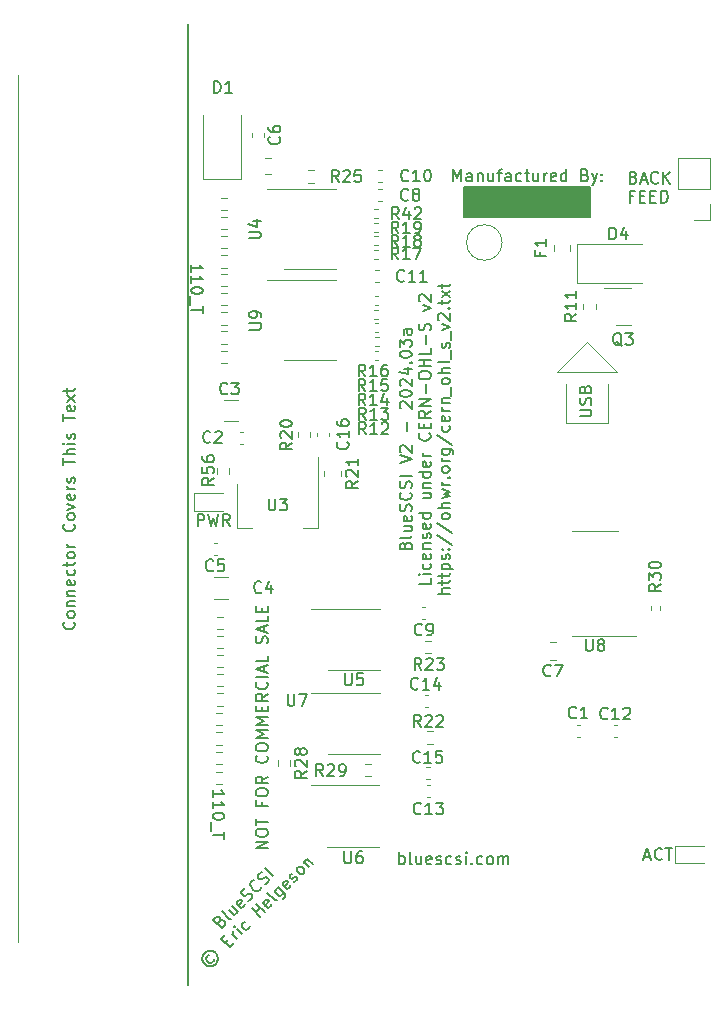
<source format=gbr>
%TF.GenerationSoftware,KiCad,Pcbnew,8.0.4-8.0.4-0~ubuntu22.04.1*%
%TF.CreationDate,2024-07-18T12:58:38-06:00*%
%TF.ProjectId,Centronics_50Pin,43656e74-726f-46e6-9963-735f35305069,1*%
%TF.SameCoordinates,Original*%
%TF.FileFunction,Legend,Top*%
%TF.FilePolarity,Positive*%
%FSLAX46Y46*%
G04 Gerber Fmt 4.6, Leading zero omitted, Abs format (unit mm)*
G04 Created by KiCad (PCBNEW 8.0.4-8.0.4-0~ubuntu22.04.1) date 2024-07-18 12:58:38*
%MOMM*%
%LPD*%
G01*
G04 APERTURE LIST*
%ADD10C,0.150000*%
%ADD11C,0.120000*%
G04 APERTURE END LIST*
D10*
X127254000Y-73710800D02*
X137922000Y-73710800D01*
X137922000Y-76250800D01*
X127254000Y-76250800D01*
X127254000Y-73710800D01*
G36*
X127254000Y-73710800D02*
G01*
X137922000Y-73710800D01*
X137922000Y-76250800D01*
X127254000Y-76250800D01*
X127254000Y-73710800D01*
G37*
X126371579Y-73225019D02*
X126371579Y-72225019D01*
X126371579Y-72225019D02*
X126704912Y-72939304D01*
X126704912Y-72939304D02*
X127038245Y-72225019D01*
X127038245Y-72225019D02*
X127038245Y-73225019D01*
X127943007Y-73225019D02*
X127943007Y-72701209D01*
X127943007Y-72701209D02*
X127895388Y-72605971D01*
X127895388Y-72605971D02*
X127800150Y-72558352D01*
X127800150Y-72558352D02*
X127609674Y-72558352D01*
X127609674Y-72558352D02*
X127514436Y-72605971D01*
X127943007Y-73177400D02*
X127847769Y-73225019D01*
X127847769Y-73225019D02*
X127609674Y-73225019D01*
X127609674Y-73225019D02*
X127514436Y-73177400D01*
X127514436Y-73177400D02*
X127466817Y-73082161D01*
X127466817Y-73082161D02*
X127466817Y-72986923D01*
X127466817Y-72986923D02*
X127514436Y-72891685D01*
X127514436Y-72891685D02*
X127609674Y-72844066D01*
X127609674Y-72844066D02*
X127847769Y-72844066D01*
X127847769Y-72844066D02*
X127943007Y-72796447D01*
X128419198Y-72558352D02*
X128419198Y-73225019D01*
X128419198Y-72653590D02*
X128466817Y-72605971D01*
X128466817Y-72605971D02*
X128562055Y-72558352D01*
X128562055Y-72558352D02*
X128704912Y-72558352D01*
X128704912Y-72558352D02*
X128800150Y-72605971D01*
X128800150Y-72605971D02*
X128847769Y-72701209D01*
X128847769Y-72701209D02*
X128847769Y-73225019D01*
X129752531Y-72558352D02*
X129752531Y-73225019D01*
X129323960Y-72558352D02*
X129323960Y-73082161D01*
X129323960Y-73082161D02*
X129371579Y-73177400D01*
X129371579Y-73177400D02*
X129466817Y-73225019D01*
X129466817Y-73225019D02*
X129609674Y-73225019D01*
X129609674Y-73225019D02*
X129704912Y-73177400D01*
X129704912Y-73177400D02*
X129752531Y-73129780D01*
X130085865Y-72558352D02*
X130466817Y-72558352D01*
X130228722Y-73225019D02*
X130228722Y-72367876D01*
X130228722Y-72367876D02*
X130276341Y-72272638D01*
X130276341Y-72272638D02*
X130371579Y-72225019D01*
X130371579Y-72225019D02*
X130466817Y-72225019D01*
X131228722Y-73225019D02*
X131228722Y-72701209D01*
X131228722Y-72701209D02*
X131181103Y-72605971D01*
X131181103Y-72605971D02*
X131085865Y-72558352D01*
X131085865Y-72558352D02*
X130895389Y-72558352D01*
X130895389Y-72558352D02*
X130800151Y-72605971D01*
X131228722Y-73177400D02*
X131133484Y-73225019D01*
X131133484Y-73225019D02*
X130895389Y-73225019D01*
X130895389Y-73225019D02*
X130800151Y-73177400D01*
X130800151Y-73177400D02*
X130752532Y-73082161D01*
X130752532Y-73082161D02*
X130752532Y-72986923D01*
X130752532Y-72986923D02*
X130800151Y-72891685D01*
X130800151Y-72891685D02*
X130895389Y-72844066D01*
X130895389Y-72844066D02*
X131133484Y-72844066D01*
X131133484Y-72844066D02*
X131228722Y-72796447D01*
X132133484Y-73177400D02*
X132038246Y-73225019D01*
X132038246Y-73225019D02*
X131847770Y-73225019D01*
X131847770Y-73225019D02*
X131752532Y-73177400D01*
X131752532Y-73177400D02*
X131704913Y-73129780D01*
X131704913Y-73129780D02*
X131657294Y-73034542D01*
X131657294Y-73034542D02*
X131657294Y-72748828D01*
X131657294Y-72748828D02*
X131704913Y-72653590D01*
X131704913Y-72653590D02*
X131752532Y-72605971D01*
X131752532Y-72605971D02*
X131847770Y-72558352D01*
X131847770Y-72558352D02*
X132038246Y-72558352D01*
X132038246Y-72558352D02*
X132133484Y-72605971D01*
X132419199Y-72558352D02*
X132800151Y-72558352D01*
X132562056Y-72225019D02*
X132562056Y-73082161D01*
X132562056Y-73082161D02*
X132609675Y-73177400D01*
X132609675Y-73177400D02*
X132704913Y-73225019D01*
X132704913Y-73225019D02*
X132800151Y-73225019D01*
X133562056Y-72558352D02*
X133562056Y-73225019D01*
X133133485Y-72558352D02*
X133133485Y-73082161D01*
X133133485Y-73082161D02*
X133181104Y-73177400D01*
X133181104Y-73177400D02*
X133276342Y-73225019D01*
X133276342Y-73225019D02*
X133419199Y-73225019D01*
X133419199Y-73225019D02*
X133514437Y-73177400D01*
X133514437Y-73177400D02*
X133562056Y-73129780D01*
X134038247Y-73225019D02*
X134038247Y-72558352D01*
X134038247Y-72748828D02*
X134085866Y-72653590D01*
X134085866Y-72653590D02*
X134133485Y-72605971D01*
X134133485Y-72605971D02*
X134228723Y-72558352D01*
X134228723Y-72558352D02*
X134323961Y-72558352D01*
X135038247Y-73177400D02*
X134943009Y-73225019D01*
X134943009Y-73225019D02*
X134752533Y-73225019D01*
X134752533Y-73225019D02*
X134657295Y-73177400D01*
X134657295Y-73177400D02*
X134609676Y-73082161D01*
X134609676Y-73082161D02*
X134609676Y-72701209D01*
X134609676Y-72701209D02*
X134657295Y-72605971D01*
X134657295Y-72605971D02*
X134752533Y-72558352D01*
X134752533Y-72558352D02*
X134943009Y-72558352D01*
X134943009Y-72558352D02*
X135038247Y-72605971D01*
X135038247Y-72605971D02*
X135085866Y-72701209D01*
X135085866Y-72701209D02*
X135085866Y-72796447D01*
X135085866Y-72796447D02*
X134609676Y-72891685D01*
X135943009Y-73225019D02*
X135943009Y-72225019D01*
X135943009Y-73177400D02*
X135847771Y-73225019D01*
X135847771Y-73225019D02*
X135657295Y-73225019D01*
X135657295Y-73225019D02*
X135562057Y-73177400D01*
X135562057Y-73177400D02*
X135514438Y-73129780D01*
X135514438Y-73129780D02*
X135466819Y-73034542D01*
X135466819Y-73034542D02*
X135466819Y-72748828D01*
X135466819Y-72748828D02*
X135514438Y-72653590D01*
X135514438Y-72653590D02*
X135562057Y-72605971D01*
X135562057Y-72605971D02*
X135657295Y-72558352D01*
X135657295Y-72558352D02*
X135847771Y-72558352D01*
X135847771Y-72558352D02*
X135943009Y-72605971D01*
X137514438Y-72701209D02*
X137657295Y-72748828D01*
X137657295Y-72748828D02*
X137704914Y-72796447D01*
X137704914Y-72796447D02*
X137752533Y-72891685D01*
X137752533Y-72891685D02*
X137752533Y-73034542D01*
X137752533Y-73034542D02*
X137704914Y-73129780D01*
X137704914Y-73129780D02*
X137657295Y-73177400D01*
X137657295Y-73177400D02*
X137562057Y-73225019D01*
X137562057Y-73225019D02*
X137181105Y-73225019D01*
X137181105Y-73225019D02*
X137181105Y-72225019D01*
X137181105Y-72225019D02*
X137514438Y-72225019D01*
X137514438Y-72225019D02*
X137609676Y-72272638D01*
X137609676Y-72272638D02*
X137657295Y-72320257D01*
X137657295Y-72320257D02*
X137704914Y-72415495D01*
X137704914Y-72415495D02*
X137704914Y-72510733D01*
X137704914Y-72510733D02*
X137657295Y-72605971D01*
X137657295Y-72605971D02*
X137609676Y-72653590D01*
X137609676Y-72653590D02*
X137514438Y-72701209D01*
X137514438Y-72701209D02*
X137181105Y-72701209D01*
X138085867Y-72558352D02*
X138323962Y-73225019D01*
X138562057Y-72558352D02*
X138323962Y-73225019D01*
X138323962Y-73225019D02*
X138228724Y-73463114D01*
X138228724Y-73463114D02*
X138181105Y-73510733D01*
X138181105Y-73510733D02*
X138085867Y-73558352D01*
X138943010Y-73129780D02*
X138990629Y-73177400D01*
X138990629Y-73177400D02*
X138943010Y-73225019D01*
X138943010Y-73225019D02*
X138895391Y-73177400D01*
X138895391Y-73177400D02*
X138943010Y-73129780D01*
X138943010Y-73129780D02*
X138943010Y-73225019D01*
X138943010Y-72605971D02*
X138990629Y-72653590D01*
X138990629Y-72653590D02*
X138943010Y-72701209D01*
X138943010Y-72701209D02*
X138895391Y-72653590D01*
X138895391Y-72653590D02*
X138943010Y-72605971D01*
X138943010Y-72605971D02*
X138943010Y-72701209D01*
X103886000Y-141274800D02*
X103886000Y-59944000D01*
X106609054Y-135854976D02*
X106743741Y-135787633D01*
X106743741Y-135787633D02*
X106811084Y-135787633D01*
X106811084Y-135787633D02*
X106912099Y-135821304D01*
X106912099Y-135821304D02*
X107013115Y-135922320D01*
X107013115Y-135922320D02*
X107046786Y-136023335D01*
X107046786Y-136023335D02*
X107046786Y-136090678D01*
X107046786Y-136090678D02*
X107013115Y-136191694D01*
X107013115Y-136191694D02*
X106743741Y-136461068D01*
X106743741Y-136461068D02*
X106036634Y-135753961D01*
X106036634Y-135753961D02*
X106272336Y-135518259D01*
X106272336Y-135518259D02*
X106373351Y-135484587D01*
X106373351Y-135484587D02*
X106440695Y-135484587D01*
X106440695Y-135484587D02*
X106541710Y-135518259D01*
X106541710Y-135518259D02*
X106609054Y-135585602D01*
X106609054Y-135585602D02*
X106642725Y-135686617D01*
X106642725Y-135686617D02*
X106642725Y-135753961D01*
X106642725Y-135753961D02*
X106609054Y-135854976D01*
X106609054Y-135854976D02*
X106373351Y-136090678D01*
X107551863Y-135652946D02*
X107450847Y-135686617D01*
X107450847Y-135686617D02*
X107349832Y-135652946D01*
X107349832Y-135652946D02*
X106743741Y-135046854D01*
X107652878Y-134609121D02*
X108124283Y-135080526D01*
X107349832Y-134912167D02*
X107720222Y-135282556D01*
X107720222Y-135282556D02*
X107821237Y-135316228D01*
X107821237Y-135316228D02*
X107922252Y-135282556D01*
X107922252Y-135282556D02*
X108023267Y-135181541D01*
X108023267Y-135181541D02*
X108056939Y-135080526D01*
X108056939Y-135080526D02*
X108056939Y-135013182D01*
X108696703Y-134440762D02*
X108663031Y-134541778D01*
X108663031Y-134541778D02*
X108528344Y-134676465D01*
X108528344Y-134676465D02*
X108427329Y-134710136D01*
X108427329Y-134710136D02*
X108326313Y-134676465D01*
X108326313Y-134676465D02*
X108056939Y-134407090D01*
X108056939Y-134407090D02*
X108023267Y-134306075D01*
X108023267Y-134306075D02*
X108056939Y-134205060D01*
X108056939Y-134205060D02*
X108191626Y-134070373D01*
X108191626Y-134070373D02*
X108292641Y-134036701D01*
X108292641Y-134036701D02*
X108393657Y-134070373D01*
X108393657Y-134070373D02*
X108461000Y-134137716D01*
X108461000Y-134137716D02*
X108191626Y-134541778D01*
X108999748Y-134137716D02*
X109134435Y-134070373D01*
X109134435Y-134070373D02*
X109302794Y-133902014D01*
X109302794Y-133902014D02*
X109336466Y-133800999D01*
X109336466Y-133800999D02*
X109336466Y-133733655D01*
X109336466Y-133733655D02*
X109302794Y-133632640D01*
X109302794Y-133632640D02*
X109235451Y-133565297D01*
X109235451Y-133565297D02*
X109134435Y-133531625D01*
X109134435Y-133531625D02*
X109067092Y-133531625D01*
X109067092Y-133531625D02*
X108966077Y-133565297D01*
X108966077Y-133565297D02*
X108797718Y-133666312D01*
X108797718Y-133666312D02*
X108696703Y-133699984D01*
X108696703Y-133699984D02*
X108629359Y-133699984D01*
X108629359Y-133699984D02*
X108528344Y-133666312D01*
X108528344Y-133666312D02*
X108461000Y-133598968D01*
X108461000Y-133598968D02*
X108427329Y-133497953D01*
X108427329Y-133497953D02*
X108427329Y-133430610D01*
X108427329Y-133430610D02*
X108461000Y-133329594D01*
X108461000Y-133329594D02*
X108629359Y-133161236D01*
X108629359Y-133161236D02*
X108764046Y-133093892D01*
X110077244Y-132992877D02*
X110077244Y-133060220D01*
X110077244Y-133060220D02*
X110009901Y-133194907D01*
X110009901Y-133194907D02*
X109942557Y-133262251D01*
X109942557Y-133262251D02*
X109807870Y-133329594D01*
X109807870Y-133329594D02*
X109673183Y-133329594D01*
X109673183Y-133329594D02*
X109572168Y-133295923D01*
X109572168Y-133295923D02*
X109403809Y-133194907D01*
X109403809Y-133194907D02*
X109302794Y-133093892D01*
X109302794Y-133093892D02*
X109201779Y-132925533D01*
X109201779Y-132925533D02*
X109168107Y-132824518D01*
X109168107Y-132824518D02*
X109168107Y-132689831D01*
X109168107Y-132689831D02*
X109235451Y-132555144D01*
X109235451Y-132555144D02*
X109302794Y-132487801D01*
X109302794Y-132487801D02*
X109437481Y-132420457D01*
X109437481Y-132420457D02*
X109504825Y-132420457D01*
X110380290Y-132757175D02*
X110514977Y-132689831D01*
X110514977Y-132689831D02*
X110683336Y-132521472D01*
X110683336Y-132521472D02*
X110717008Y-132420457D01*
X110717008Y-132420457D02*
X110717008Y-132353114D01*
X110717008Y-132353114D02*
X110683336Y-132252098D01*
X110683336Y-132252098D02*
X110615992Y-132184755D01*
X110615992Y-132184755D02*
X110514977Y-132151083D01*
X110514977Y-132151083D02*
X110447634Y-132151083D01*
X110447634Y-132151083D02*
X110346618Y-132184755D01*
X110346618Y-132184755D02*
X110178260Y-132285770D01*
X110178260Y-132285770D02*
X110077244Y-132319442D01*
X110077244Y-132319442D02*
X110009901Y-132319442D01*
X110009901Y-132319442D02*
X109908886Y-132285770D01*
X109908886Y-132285770D02*
X109841542Y-132218427D01*
X109841542Y-132218427D02*
X109807870Y-132117411D01*
X109807870Y-132117411D02*
X109807870Y-132050068D01*
X109807870Y-132050068D02*
X109841542Y-131949053D01*
X109841542Y-131949053D02*
X110009901Y-131780694D01*
X110009901Y-131780694D02*
X110144588Y-131713350D01*
X111121069Y-132083739D02*
X110413962Y-131376633D01*
X105710314Y-138693803D02*
X105609298Y-138727474D01*
X105609298Y-138727474D02*
X105474611Y-138862161D01*
X105474611Y-138862161D02*
X105440940Y-138963177D01*
X105440940Y-138963177D02*
X105440940Y-139097864D01*
X105440940Y-139097864D02*
X105474611Y-139198879D01*
X105474611Y-139198879D02*
X105609298Y-139333566D01*
X105609298Y-139333566D02*
X105710314Y-139367238D01*
X105710314Y-139367238D02*
X105845001Y-139367238D01*
X105845001Y-139367238D02*
X105946016Y-139333566D01*
X105946016Y-139333566D02*
X106080703Y-139198879D01*
X106080703Y-139198879D02*
X106114375Y-139097864D01*
X105306253Y-138559116D02*
X105171566Y-138761146D01*
X105171566Y-138761146D02*
X105104222Y-139030520D01*
X105104222Y-139030520D02*
X105171566Y-139299894D01*
X105171566Y-139299894D02*
X105306253Y-139501925D01*
X105306253Y-139501925D02*
X105508283Y-139636612D01*
X105508283Y-139636612D02*
X105777657Y-139703955D01*
X105777657Y-139703955D02*
X106047031Y-139636612D01*
X106047031Y-139636612D02*
X106249062Y-139501925D01*
X106249062Y-139501925D02*
X106383749Y-139299894D01*
X106383749Y-139299894D02*
X106451092Y-139030520D01*
X106451092Y-139030520D02*
X106383749Y-138761146D01*
X106383749Y-138761146D02*
X106249062Y-138559116D01*
X106249062Y-138559116D02*
X106047031Y-138424429D01*
X106047031Y-138424429D02*
X105777657Y-138357085D01*
X105777657Y-138357085D02*
X105508283Y-138424429D01*
X105508283Y-138424429D02*
X105306253Y-138559116D01*
X107057184Y-137683650D02*
X107292886Y-137447947D01*
X107764291Y-137717321D02*
X107427573Y-138054039D01*
X107427573Y-138054039D02*
X106720466Y-137346932D01*
X106720466Y-137346932D02*
X107057184Y-137010215D01*
X108067337Y-137414276D02*
X107595932Y-136942871D01*
X107730619Y-137077558D02*
X107696947Y-136976543D01*
X107696947Y-136976543D02*
X107696947Y-136909199D01*
X107696947Y-136909199D02*
X107730619Y-136808184D01*
X107730619Y-136808184D02*
X107797963Y-136740841D01*
X108505070Y-136976543D02*
X108033665Y-136505138D01*
X107797963Y-136269436D02*
X107797963Y-136336779D01*
X107797963Y-136336779D02*
X107865306Y-136336779D01*
X107865306Y-136336779D02*
X107865306Y-136269436D01*
X107865306Y-136269436D02*
X107797963Y-136269436D01*
X107797963Y-136269436D02*
X107865306Y-136336779D01*
X109111161Y-136303108D02*
X109077489Y-136404123D01*
X109077489Y-136404123D02*
X108942802Y-136538810D01*
X108942802Y-136538810D02*
X108841787Y-136572482D01*
X108841787Y-136572482D02*
X108774443Y-136572482D01*
X108774443Y-136572482D02*
X108673428Y-136538810D01*
X108673428Y-136538810D02*
X108471398Y-136336780D01*
X108471398Y-136336780D02*
X108437726Y-136235764D01*
X108437726Y-136235764D02*
X108437726Y-136168421D01*
X108437726Y-136168421D02*
X108471398Y-136067406D01*
X108471398Y-136067406D02*
X108606085Y-135932719D01*
X108606085Y-135932719D02*
X108707100Y-135899047D01*
X109986627Y-135494986D02*
X109279520Y-134787879D01*
X109616237Y-135124596D02*
X110020298Y-134720535D01*
X110390688Y-135090925D02*
X109683581Y-134383818D01*
X110963107Y-134451161D02*
X110929436Y-134552177D01*
X110929436Y-134552177D02*
X110794749Y-134686864D01*
X110794749Y-134686864D02*
X110693733Y-134720535D01*
X110693733Y-134720535D02*
X110592718Y-134686864D01*
X110592718Y-134686864D02*
X110323344Y-134417490D01*
X110323344Y-134417490D02*
X110289672Y-134316474D01*
X110289672Y-134316474D02*
X110323344Y-134215459D01*
X110323344Y-134215459D02*
X110458031Y-134080772D01*
X110458031Y-134080772D02*
X110559046Y-134047100D01*
X110559046Y-134047100D02*
X110660062Y-134080772D01*
X110660062Y-134080772D02*
X110727405Y-134148116D01*
X110727405Y-134148116D02*
X110458031Y-134552177D01*
X111434512Y-134047100D02*
X111333497Y-134080772D01*
X111333497Y-134080772D02*
X111232482Y-134047100D01*
X111232482Y-134047100D02*
X110626390Y-133441009D01*
X111535528Y-133003276D02*
X112107947Y-133575695D01*
X112107947Y-133575695D02*
X112141619Y-133676711D01*
X112141619Y-133676711D02*
X112141619Y-133744054D01*
X112141619Y-133744054D02*
X112107947Y-133845069D01*
X112107947Y-133845069D02*
X112006932Y-133946085D01*
X112006932Y-133946085D02*
X111905917Y-133979756D01*
X111973260Y-133441008D02*
X111939589Y-133542024D01*
X111939589Y-133542024D02*
X111804902Y-133676711D01*
X111804902Y-133676711D02*
X111703886Y-133710382D01*
X111703886Y-133710382D02*
X111636543Y-133710382D01*
X111636543Y-133710382D02*
X111535528Y-133676711D01*
X111535528Y-133676711D02*
X111333497Y-133474680D01*
X111333497Y-133474680D02*
X111299825Y-133373665D01*
X111299825Y-133373665D02*
X111299825Y-133306321D01*
X111299825Y-133306321D02*
X111333497Y-133205306D01*
X111333497Y-133205306D02*
X111468184Y-133070619D01*
X111468184Y-133070619D02*
X111569199Y-133036947D01*
X112579352Y-132834917D02*
X112545680Y-132935932D01*
X112545680Y-132935932D02*
X112410993Y-133070619D01*
X112410993Y-133070619D02*
X112309978Y-133104291D01*
X112309978Y-133104291D02*
X112208963Y-133070619D01*
X112208963Y-133070619D02*
X111939589Y-132801245D01*
X111939589Y-132801245D02*
X111905917Y-132700230D01*
X111905917Y-132700230D02*
X111939589Y-132599215D01*
X111939589Y-132599215D02*
X112074276Y-132464528D01*
X112074276Y-132464528D02*
X112175291Y-132430856D01*
X112175291Y-132430856D02*
X112276306Y-132464528D01*
X112276306Y-132464528D02*
X112343650Y-132531871D01*
X112343650Y-132531871D02*
X112074276Y-132935932D01*
X112882398Y-132531871D02*
X112983413Y-132498199D01*
X112983413Y-132498199D02*
X113118100Y-132363512D01*
X113118100Y-132363512D02*
X113151772Y-132262497D01*
X113151772Y-132262497D02*
X113118100Y-132161482D01*
X113118100Y-132161482D02*
X113084428Y-132127810D01*
X113084428Y-132127810D02*
X112983413Y-132094138D01*
X112983413Y-132094138D02*
X112882398Y-132127810D01*
X112882398Y-132127810D02*
X112781383Y-132228825D01*
X112781383Y-132228825D02*
X112680367Y-132262497D01*
X112680367Y-132262497D02*
X112579352Y-132228825D01*
X112579352Y-132228825D02*
X112545680Y-132195153D01*
X112545680Y-132195153D02*
X112512009Y-132094138D01*
X112512009Y-132094138D02*
X112545680Y-131993123D01*
X112545680Y-131993123D02*
X112646696Y-131892108D01*
X112646696Y-131892108D02*
X112747711Y-131858436D01*
X113623177Y-131858436D02*
X113522161Y-131892107D01*
X113522161Y-131892107D02*
X113454818Y-131892107D01*
X113454818Y-131892107D02*
X113353803Y-131858436D01*
X113353803Y-131858436D02*
X113151772Y-131656405D01*
X113151772Y-131656405D02*
X113118100Y-131555390D01*
X113118100Y-131555390D02*
X113118100Y-131488046D01*
X113118100Y-131488046D02*
X113151772Y-131387031D01*
X113151772Y-131387031D02*
X113252787Y-131286016D01*
X113252787Y-131286016D02*
X113353803Y-131252344D01*
X113353803Y-131252344D02*
X113421146Y-131252344D01*
X113421146Y-131252344D02*
X113522161Y-131286016D01*
X113522161Y-131286016D02*
X113724192Y-131488046D01*
X113724192Y-131488046D02*
X113757864Y-131589062D01*
X113757864Y-131589062D02*
X113757864Y-131656405D01*
X113757864Y-131656405D02*
X113724192Y-131757420D01*
X113724192Y-131757420D02*
X113623177Y-131858436D01*
X113690520Y-130848283D02*
X114161925Y-131319688D01*
X113757864Y-130915627D02*
X113757864Y-130848283D01*
X113757864Y-130848283D02*
X113791535Y-130747268D01*
X113791535Y-130747268D02*
X113892551Y-130646253D01*
X113892551Y-130646253D02*
X113993566Y-130612581D01*
X113993566Y-130612581D02*
X114094581Y-130646253D01*
X114094581Y-130646253D02*
X114464970Y-131016642D01*
X122301065Y-104056190D02*
X122348684Y-103913333D01*
X122348684Y-103913333D02*
X122396303Y-103865714D01*
X122396303Y-103865714D02*
X122491541Y-103818095D01*
X122491541Y-103818095D02*
X122634398Y-103818095D01*
X122634398Y-103818095D02*
X122729636Y-103865714D01*
X122729636Y-103865714D02*
X122777256Y-103913333D01*
X122777256Y-103913333D02*
X122824875Y-104008571D01*
X122824875Y-104008571D02*
X122824875Y-104389523D01*
X122824875Y-104389523D02*
X121824875Y-104389523D01*
X121824875Y-104389523D02*
X121824875Y-104056190D01*
X121824875Y-104056190D02*
X121872494Y-103960952D01*
X121872494Y-103960952D02*
X121920113Y-103913333D01*
X121920113Y-103913333D02*
X122015351Y-103865714D01*
X122015351Y-103865714D02*
X122110589Y-103865714D01*
X122110589Y-103865714D02*
X122205827Y-103913333D01*
X122205827Y-103913333D02*
X122253446Y-103960952D01*
X122253446Y-103960952D02*
X122301065Y-104056190D01*
X122301065Y-104056190D02*
X122301065Y-104389523D01*
X122824875Y-103246666D02*
X122777256Y-103341904D01*
X122777256Y-103341904D02*
X122682017Y-103389523D01*
X122682017Y-103389523D02*
X121824875Y-103389523D01*
X122158208Y-102437142D02*
X122824875Y-102437142D01*
X122158208Y-102865713D02*
X122682017Y-102865713D01*
X122682017Y-102865713D02*
X122777256Y-102818094D01*
X122777256Y-102818094D02*
X122824875Y-102722856D01*
X122824875Y-102722856D02*
X122824875Y-102579999D01*
X122824875Y-102579999D02*
X122777256Y-102484761D01*
X122777256Y-102484761D02*
X122729636Y-102437142D01*
X122777256Y-101579999D02*
X122824875Y-101675237D01*
X122824875Y-101675237D02*
X122824875Y-101865713D01*
X122824875Y-101865713D02*
X122777256Y-101960951D01*
X122777256Y-101960951D02*
X122682017Y-102008570D01*
X122682017Y-102008570D02*
X122301065Y-102008570D01*
X122301065Y-102008570D02*
X122205827Y-101960951D01*
X122205827Y-101960951D02*
X122158208Y-101865713D01*
X122158208Y-101865713D02*
X122158208Y-101675237D01*
X122158208Y-101675237D02*
X122205827Y-101579999D01*
X122205827Y-101579999D02*
X122301065Y-101532380D01*
X122301065Y-101532380D02*
X122396303Y-101532380D01*
X122396303Y-101532380D02*
X122491541Y-102008570D01*
X122777256Y-101151427D02*
X122824875Y-101008570D01*
X122824875Y-101008570D02*
X122824875Y-100770475D01*
X122824875Y-100770475D02*
X122777256Y-100675237D01*
X122777256Y-100675237D02*
X122729636Y-100627618D01*
X122729636Y-100627618D02*
X122634398Y-100579999D01*
X122634398Y-100579999D02*
X122539160Y-100579999D01*
X122539160Y-100579999D02*
X122443922Y-100627618D01*
X122443922Y-100627618D02*
X122396303Y-100675237D01*
X122396303Y-100675237D02*
X122348684Y-100770475D01*
X122348684Y-100770475D02*
X122301065Y-100960951D01*
X122301065Y-100960951D02*
X122253446Y-101056189D01*
X122253446Y-101056189D02*
X122205827Y-101103808D01*
X122205827Y-101103808D02*
X122110589Y-101151427D01*
X122110589Y-101151427D02*
X122015351Y-101151427D01*
X122015351Y-101151427D02*
X121920113Y-101103808D01*
X121920113Y-101103808D02*
X121872494Y-101056189D01*
X121872494Y-101056189D02*
X121824875Y-100960951D01*
X121824875Y-100960951D02*
X121824875Y-100722856D01*
X121824875Y-100722856D02*
X121872494Y-100579999D01*
X122729636Y-99579999D02*
X122777256Y-99627618D01*
X122777256Y-99627618D02*
X122824875Y-99770475D01*
X122824875Y-99770475D02*
X122824875Y-99865713D01*
X122824875Y-99865713D02*
X122777256Y-100008570D01*
X122777256Y-100008570D02*
X122682017Y-100103808D01*
X122682017Y-100103808D02*
X122586779Y-100151427D01*
X122586779Y-100151427D02*
X122396303Y-100199046D01*
X122396303Y-100199046D02*
X122253446Y-100199046D01*
X122253446Y-100199046D02*
X122062970Y-100151427D01*
X122062970Y-100151427D02*
X121967732Y-100103808D01*
X121967732Y-100103808D02*
X121872494Y-100008570D01*
X121872494Y-100008570D02*
X121824875Y-99865713D01*
X121824875Y-99865713D02*
X121824875Y-99770475D01*
X121824875Y-99770475D02*
X121872494Y-99627618D01*
X121872494Y-99627618D02*
X121920113Y-99579999D01*
X122777256Y-99199046D02*
X122824875Y-99056189D01*
X122824875Y-99056189D02*
X122824875Y-98818094D01*
X122824875Y-98818094D02*
X122777256Y-98722856D01*
X122777256Y-98722856D02*
X122729636Y-98675237D01*
X122729636Y-98675237D02*
X122634398Y-98627618D01*
X122634398Y-98627618D02*
X122539160Y-98627618D01*
X122539160Y-98627618D02*
X122443922Y-98675237D01*
X122443922Y-98675237D02*
X122396303Y-98722856D01*
X122396303Y-98722856D02*
X122348684Y-98818094D01*
X122348684Y-98818094D02*
X122301065Y-99008570D01*
X122301065Y-99008570D02*
X122253446Y-99103808D01*
X122253446Y-99103808D02*
X122205827Y-99151427D01*
X122205827Y-99151427D02*
X122110589Y-99199046D01*
X122110589Y-99199046D02*
X122015351Y-99199046D01*
X122015351Y-99199046D02*
X121920113Y-99151427D01*
X121920113Y-99151427D02*
X121872494Y-99103808D01*
X121872494Y-99103808D02*
X121824875Y-99008570D01*
X121824875Y-99008570D02*
X121824875Y-98770475D01*
X121824875Y-98770475D02*
X121872494Y-98627618D01*
X122824875Y-98199046D02*
X121824875Y-98199046D01*
X121824875Y-97103808D02*
X122824875Y-96770475D01*
X122824875Y-96770475D02*
X121824875Y-96437142D01*
X121920113Y-96151427D02*
X121872494Y-96103808D01*
X121872494Y-96103808D02*
X121824875Y-96008570D01*
X121824875Y-96008570D02*
X121824875Y-95770475D01*
X121824875Y-95770475D02*
X121872494Y-95675237D01*
X121872494Y-95675237D02*
X121920113Y-95627618D01*
X121920113Y-95627618D02*
X122015351Y-95579999D01*
X122015351Y-95579999D02*
X122110589Y-95579999D01*
X122110589Y-95579999D02*
X122253446Y-95627618D01*
X122253446Y-95627618D02*
X122824875Y-96199046D01*
X122824875Y-96199046D02*
X122824875Y-95579999D01*
X122443922Y-94389522D02*
X122443922Y-93627618D01*
X121920113Y-92437141D02*
X121872494Y-92389522D01*
X121872494Y-92389522D02*
X121824875Y-92294284D01*
X121824875Y-92294284D02*
X121824875Y-92056189D01*
X121824875Y-92056189D02*
X121872494Y-91960951D01*
X121872494Y-91960951D02*
X121920113Y-91913332D01*
X121920113Y-91913332D02*
X122015351Y-91865713D01*
X122015351Y-91865713D02*
X122110589Y-91865713D01*
X122110589Y-91865713D02*
X122253446Y-91913332D01*
X122253446Y-91913332D02*
X122824875Y-92484760D01*
X122824875Y-92484760D02*
X122824875Y-91865713D01*
X121824875Y-91246665D02*
X121824875Y-91151427D01*
X121824875Y-91151427D02*
X121872494Y-91056189D01*
X121872494Y-91056189D02*
X121920113Y-91008570D01*
X121920113Y-91008570D02*
X122015351Y-90960951D01*
X122015351Y-90960951D02*
X122205827Y-90913332D01*
X122205827Y-90913332D02*
X122443922Y-90913332D01*
X122443922Y-90913332D02*
X122634398Y-90960951D01*
X122634398Y-90960951D02*
X122729636Y-91008570D01*
X122729636Y-91008570D02*
X122777256Y-91056189D01*
X122777256Y-91056189D02*
X122824875Y-91151427D01*
X122824875Y-91151427D02*
X122824875Y-91246665D01*
X122824875Y-91246665D02*
X122777256Y-91341903D01*
X122777256Y-91341903D02*
X122729636Y-91389522D01*
X122729636Y-91389522D02*
X122634398Y-91437141D01*
X122634398Y-91437141D02*
X122443922Y-91484760D01*
X122443922Y-91484760D02*
X122205827Y-91484760D01*
X122205827Y-91484760D02*
X122015351Y-91437141D01*
X122015351Y-91437141D02*
X121920113Y-91389522D01*
X121920113Y-91389522D02*
X121872494Y-91341903D01*
X121872494Y-91341903D02*
X121824875Y-91246665D01*
X121920113Y-90532379D02*
X121872494Y-90484760D01*
X121872494Y-90484760D02*
X121824875Y-90389522D01*
X121824875Y-90389522D02*
X121824875Y-90151427D01*
X121824875Y-90151427D02*
X121872494Y-90056189D01*
X121872494Y-90056189D02*
X121920113Y-90008570D01*
X121920113Y-90008570D02*
X122015351Y-89960951D01*
X122015351Y-89960951D02*
X122110589Y-89960951D01*
X122110589Y-89960951D02*
X122253446Y-90008570D01*
X122253446Y-90008570D02*
X122824875Y-90579998D01*
X122824875Y-90579998D02*
X122824875Y-89960951D01*
X122158208Y-89103808D02*
X122824875Y-89103808D01*
X121777256Y-89341903D02*
X122491541Y-89579998D01*
X122491541Y-89579998D02*
X122491541Y-88960951D01*
X122729636Y-88579998D02*
X122777256Y-88532379D01*
X122777256Y-88532379D02*
X122824875Y-88579998D01*
X122824875Y-88579998D02*
X122777256Y-88627617D01*
X122777256Y-88627617D02*
X122729636Y-88579998D01*
X122729636Y-88579998D02*
X122824875Y-88579998D01*
X121824875Y-87913332D02*
X121824875Y-87818094D01*
X121824875Y-87818094D02*
X121872494Y-87722856D01*
X121872494Y-87722856D02*
X121920113Y-87675237D01*
X121920113Y-87675237D02*
X122015351Y-87627618D01*
X122015351Y-87627618D02*
X122205827Y-87579999D01*
X122205827Y-87579999D02*
X122443922Y-87579999D01*
X122443922Y-87579999D02*
X122634398Y-87627618D01*
X122634398Y-87627618D02*
X122729636Y-87675237D01*
X122729636Y-87675237D02*
X122777256Y-87722856D01*
X122777256Y-87722856D02*
X122824875Y-87818094D01*
X122824875Y-87818094D02*
X122824875Y-87913332D01*
X122824875Y-87913332D02*
X122777256Y-88008570D01*
X122777256Y-88008570D02*
X122729636Y-88056189D01*
X122729636Y-88056189D02*
X122634398Y-88103808D01*
X122634398Y-88103808D02*
X122443922Y-88151427D01*
X122443922Y-88151427D02*
X122205827Y-88151427D01*
X122205827Y-88151427D02*
X122015351Y-88103808D01*
X122015351Y-88103808D02*
X121920113Y-88056189D01*
X121920113Y-88056189D02*
X121872494Y-88008570D01*
X121872494Y-88008570D02*
X121824875Y-87913332D01*
X121824875Y-87246665D02*
X121824875Y-86627618D01*
X121824875Y-86627618D02*
X122205827Y-86960951D01*
X122205827Y-86960951D02*
X122205827Y-86818094D01*
X122205827Y-86818094D02*
X122253446Y-86722856D01*
X122253446Y-86722856D02*
X122301065Y-86675237D01*
X122301065Y-86675237D02*
X122396303Y-86627618D01*
X122396303Y-86627618D02*
X122634398Y-86627618D01*
X122634398Y-86627618D02*
X122729636Y-86675237D01*
X122729636Y-86675237D02*
X122777256Y-86722856D01*
X122777256Y-86722856D02*
X122824875Y-86818094D01*
X122824875Y-86818094D02*
X122824875Y-87103808D01*
X122824875Y-87103808D02*
X122777256Y-87199046D01*
X122777256Y-87199046D02*
X122729636Y-87246665D01*
X122824875Y-85770475D02*
X122301065Y-85770475D01*
X122301065Y-85770475D02*
X122205827Y-85818094D01*
X122205827Y-85818094D02*
X122158208Y-85913332D01*
X122158208Y-85913332D02*
X122158208Y-86103808D01*
X122158208Y-86103808D02*
X122205827Y-86199046D01*
X122777256Y-85770475D02*
X122824875Y-85865713D01*
X122824875Y-85865713D02*
X122824875Y-86103808D01*
X122824875Y-86103808D02*
X122777256Y-86199046D01*
X122777256Y-86199046D02*
X122682017Y-86246665D01*
X122682017Y-86246665D02*
X122586779Y-86246665D01*
X122586779Y-86246665D02*
X122491541Y-86199046D01*
X122491541Y-86199046D02*
X122443922Y-86103808D01*
X122443922Y-86103808D02*
X122443922Y-85865713D01*
X122443922Y-85865713D02*
X122396303Y-85770475D01*
X124434819Y-106841905D02*
X124434819Y-107318095D01*
X124434819Y-107318095D02*
X123434819Y-107318095D01*
X124434819Y-106508571D02*
X123768152Y-106508571D01*
X123434819Y-106508571D02*
X123482438Y-106556190D01*
X123482438Y-106556190D02*
X123530057Y-106508571D01*
X123530057Y-106508571D02*
X123482438Y-106460952D01*
X123482438Y-106460952D02*
X123434819Y-106508571D01*
X123434819Y-106508571D02*
X123530057Y-106508571D01*
X124387200Y-105603810D02*
X124434819Y-105699048D01*
X124434819Y-105699048D02*
X124434819Y-105889524D01*
X124434819Y-105889524D02*
X124387200Y-105984762D01*
X124387200Y-105984762D02*
X124339580Y-106032381D01*
X124339580Y-106032381D02*
X124244342Y-106080000D01*
X124244342Y-106080000D02*
X123958628Y-106080000D01*
X123958628Y-106080000D02*
X123863390Y-106032381D01*
X123863390Y-106032381D02*
X123815771Y-105984762D01*
X123815771Y-105984762D02*
X123768152Y-105889524D01*
X123768152Y-105889524D02*
X123768152Y-105699048D01*
X123768152Y-105699048D02*
X123815771Y-105603810D01*
X124387200Y-104794286D02*
X124434819Y-104889524D01*
X124434819Y-104889524D02*
X124434819Y-105080000D01*
X124434819Y-105080000D02*
X124387200Y-105175238D01*
X124387200Y-105175238D02*
X124291961Y-105222857D01*
X124291961Y-105222857D02*
X123911009Y-105222857D01*
X123911009Y-105222857D02*
X123815771Y-105175238D01*
X123815771Y-105175238D02*
X123768152Y-105080000D01*
X123768152Y-105080000D02*
X123768152Y-104889524D01*
X123768152Y-104889524D02*
X123815771Y-104794286D01*
X123815771Y-104794286D02*
X123911009Y-104746667D01*
X123911009Y-104746667D02*
X124006247Y-104746667D01*
X124006247Y-104746667D02*
X124101485Y-105222857D01*
X123768152Y-104318095D02*
X124434819Y-104318095D01*
X123863390Y-104318095D02*
X123815771Y-104270476D01*
X123815771Y-104270476D02*
X123768152Y-104175238D01*
X123768152Y-104175238D02*
X123768152Y-104032381D01*
X123768152Y-104032381D02*
X123815771Y-103937143D01*
X123815771Y-103937143D02*
X123911009Y-103889524D01*
X123911009Y-103889524D02*
X124434819Y-103889524D01*
X124387200Y-103460952D02*
X124434819Y-103365714D01*
X124434819Y-103365714D02*
X124434819Y-103175238D01*
X124434819Y-103175238D02*
X124387200Y-103080000D01*
X124387200Y-103080000D02*
X124291961Y-103032381D01*
X124291961Y-103032381D02*
X124244342Y-103032381D01*
X124244342Y-103032381D02*
X124149104Y-103080000D01*
X124149104Y-103080000D02*
X124101485Y-103175238D01*
X124101485Y-103175238D02*
X124101485Y-103318095D01*
X124101485Y-103318095D02*
X124053866Y-103413333D01*
X124053866Y-103413333D02*
X123958628Y-103460952D01*
X123958628Y-103460952D02*
X123911009Y-103460952D01*
X123911009Y-103460952D02*
X123815771Y-103413333D01*
X123815771Y-103413333D02*
X123768152Y-103318095D01*
X123768152Y-103318095D02*
X123768152Y-103175238D01*
X123768152Y-103175238D02*
X123815771Y-103080000D01*
X124387200Y-102222857D02*
X124434819Y-102318095D01*
X124434819Y-102318095D02*
X124434819Y-102508571D01*
X124434819Y-102508571D02*
X124387200Y-102603809D01*
X124387200Y-102603809D02*
X124291961Y-102651428D01*
X124291961Y-102651428D02*
X123911009Y-102651428D01*
X123911009Y-102651428D02*
X123815771Y-102603809D01*
X123815771Y-102603809D02*
X123768152Y-102508571D01*
X123768152Y-102508571D02*
X123768152Y-102318095D01*
X123768152Y-102318095D02*
X123815771Y-102222857D01*
X123815771Y-102222857D02*
X123911009Y-102175238D01*
X123911009Y-102175238D02*
X124006247Y-102175238D01*
X124006247Y-102175238D02*
X124101485Y-102651428D01*
X124434819Y-101318095D02*
X123434819Y-101318095D01*
X124387200Y-101318095D02*
X124434819Y-101413333D01*
X124434819Y-101413333D02*
X124434819Y-101603809D01*
X124434819Y-101603809D02*
X124387200Y-101699047D01*
X124387200Y-101699047D02*
X124339580Y-101746666D01*
X124339580Y-101746666D02*
X124244342Y-101794285D01*
X124244342Y-101794285D02*
X123958628Y-101794285D01*
X123958628Y-101794285D02*
X123863390Y-101746666D01*
X123863390Y-101746666D02*
X123815771Y-101699047D01*
X123815771Y-101699047D02*
X123768152Y-101603809D01*
X123768152Y-101603809D02*
X123768152Y-101413333D01*
X123768152Y-101413333D02*
X123815771Y-101318095D01*
X123768152Y-99651428D02*
X124434819Y-99651428D01*
X123768152Y-100079999D02*
X124291961Y-100079999D01*
X124291961Y-100079999D02*
X124387200Y-100032380D01*
X124387200Y-100032380D02*
X124434819Y-99937142D01*
X124434819Y-99937142D02*
X124434819Y-99794285D01*
X124434819Y-99794285D02*
X124387200Y-99699047D01*
X124387200Y-99699047D02*
X124339580Y-99651428D01*
X123768152Y-99175237D02*
X124434819Y-99175237D01*
X123863390Y-99175237D02*
X123815771Y-99127618D01*
X123815771Y-99127618D02*
X123768152Y-99032380D01*
X123768152Y-99032380D02*
X123768152Y-98889523D01*
X123768152Y-98889523D02*
X123815771Y-98794285D01*
X123815771Y-98794285D02*
X123911009Y-98746666D01*
X123911009Y-98746666D02*
X124434819Y-98746666D01*
X124434819Y-97841904D02*
X123434819Y-97841904D01*
X124387200Y-97841904D02*
X124434819Y-97937142D01*
X124434819Y-97937142D02*
X124434819Y-98127618D01*
X124434819Y-98127618D02*
X124387200Y-98222856D01*
X124387200Y-98222856D02*
X124339580Y-98270475D01*
X124339580Y-98270475D02*
X124244342Y-98318094D01*
X124244342Y-98318094D02*
X123958628Y-98318094D01*
X123958628Y-98318094D02*
X123863390Y-98270475D01*
X123863390Y-98270475D02*
X123815771Y-98222856D01*
X123815771Y-98222856D02*
X123768152Y-98127618D01*
X123768152Y-98127618D02*
X123768152Y-97937142D01*
X123768152Y-97937142D02*
X123815771Y-97841904D01*
X124387200Y-96984761D02*
X124434819Y-97079999D01*
X124434819Y-97079999D02*
X124434819Y-97270475D01*
X124434819Y-97270475D02*
X124387200Y-97365713D01*
X124387200Y-97365713D02*
X124291961Y-97413332D01*
X124291961Y-97413332D02*
X123911009Y-97413332D01*
X123911009Y-97413332D02*
X123815771Y-97365713D01*
X123815771Y-97365713D02*
X123768152Y-97270475D01*
X123768152Y-97270475D02*
X123768152Y-97079999D01*
X123768152Y-97079999D02*
X123815771Y-96984761D01*
X123815771Y-96984761D02*
X123911009Y-96937142D01*
X123911009Y-96937142D02*
X124006247Y-96937142D01*
X124006247Y-96937142D02*
X124101485Y-97413332D01*
X124434819Y-96508570D02*
X123768152Y-96508570D01*
X123958628Y-96508570D02*
X123863390Y-96460951D01*
X123863390Y-96460951D02*
X123815771Y-96413332D01*
X123815771Y-96413332D02*
X123768152Y-96318094D01*
X123768152Y-96318094D02*
X123768152Y-96222856D01*
X124339580Y-94556189D02*
X124387200Y-94603808D01*
X124387200Y-94603808D02*
X124434819Y-94746665D01*
X124434819Y-94746665D02*
X124434819Y-94841903D01*
X124434819Y-94841903D02*
X124387200Y-94984760D01*
X124387200Y-94984760D02*
X124291961Y-95079998D01*
X124291961Y-95079998D02*
X124196723Y-95127617D01*
X124196723Y-95127617D02*
X124006247Y-95175236D01*
X124006247Y-95175236D02*
X123863390Y-95175236D01*
X123863390Y-95175236D02*
X123672914Y-95127617D01*
X123672914Y-95127617D02*
X123577676Y-95079998D01*
X123577676Y-95079998D02*
X123482438Y-94984760D01*
X123482438Y-94984760D02*
X123434819Y-94841903D01*
X123434819Y-94841903D02*
X123434819Y-94746665D01*
X123434819Y-94746665D02*
X123482438Y-94603808D01*
X123482438Y-94603808D02*
X123530057Y-94556189D01*
X123911009Y-94127617D02*
X123911009Y-93794284D01*
X124434819Y-93651427D02*
X124434819Y-94127617D01*
X124434819Y-94127617D02*
X123434819Y-94127617D01*
X123434819Y-94127617D02*
X123434819Y-93651427D01*
X124434819Y-92651427D02*
X123958628Y-92984760D01*
X124434819Y-93222855D02*
X123434819Y-93222855D01*
X123434819Y-93222855D02*
X123434819Y-92841903D01*
X123434819Y-92841903D02*
X123482438Y-92746665D01*
X123482438Y-92746665D02*
X123530057Y-92699046D01*
X123530057Y-92699046D02*
X123625295Y-92651427D01*
X123625295Y-92651427D02*
X123768152Y-92651427D01*
X123768152Y-92651427D02*
X123863390Y-92699046D01*
X123863390Y-92699046D02*
X123911009Y-92746665D01*
X123911009Y-92746665D02*
X123958628Y-92841903D01*
X123958628Y-92841903D02*
X123958628Y-93222855D01*
X124434819Y-92222855D02*
X123434819Y-92222855D01*
X123434819Y-92222855D02*
X124434819Y-91651427D01*
X124434819Y-91651427D02*
X123434819Y-91651427D01*
X124053866Y-91175236D02*
X124053866Y-90413332D01*
X123434819Y-89746665D02*
X123434819Y-89556189D01*
X123434819Y-89556189D02*
X123482438Y-89460951D01*
X123482438Y-89460951D02*
X123577676Y-89365713D01*
X123577676Y-89365713D02*
X123768152Y-89318094D01*
X123768152Y-89318094D02*
X124101485Y-89318094D01*
X124101485Y-89318094D02*
X124291961Y-89365713D01*
X124291961Y-89365713D02*
X124387200Y-89460951D01*
X124387200Y-89460951D02*
X124434819Y-89556189D01*
X124434819Y-89556189D02*
X124434819Y-89746665D01*
X124434819Y-89746665D02*
X124387200Y-89841903D01*
X124387200Y-89841903D02*
X124291961Y-89937141D01*
X124291961Y-89937141D02*
X124101485Y-89984760D01*
X124101485Y-89984760D02*
X123768152Y-89984760D01*
X123768152Y-89984760D02*
X123577676Y-89937141D01*
X123577676Y-89937141D02*
X123482438Y-89841903D01*
X123482438Y-89841903D02*
X123434819Y-89746665D01*
X124434819Y-88889522D02*
X123434819Y-88889522D01*
X123911009Y-88889522D02*
X123911009Y-88318094D01*
X124434819Y-88318094D02*
X123434819Y-88318094D01*
X124434819Y-87365713D02*
X124434819Y-87841903D01*
X124434819Y-87841903D02*
X123434819Y-87841903D01*
X124053866Y-87032379D02*
X124053866Y-86270475D01*
X124387200Y-85841903D02*
X124434819Y-85699046D01*
X124434819Y-85699046D02*
X124434819Y-85460951D01*
X124434819Y-85460951D02*
X124387200Y-85365713D01*
X124387200Y-85365713D02*
X124339580Y-85318094D01*
X124339580Y-85318094D02*
X124244342Y-85270475D01*
X124244342Y-85270475D02*
X124149104Y-85270475D01*
X124149104Y-85270475D02*
X124053866Y-85318094D01*
X124053866Y-85318094D02*
X124006247Y-85365713D01*
X124006247Y-85365713D02*
X123958628Y-85460951D01*
X123958628Y-85460951D02*
X123911009Y-85651427D01*
X123911009Y-85651427D02*
X123863390Y-85746665D01*
X123863390Y-85746665D02*
X123815771Y-85794284D01*
X123815771Y-85794284D02*
X123720533Y-85841903D01*
X123720533Y-85841903D02*
X123625295Y-85841903D01*
X123625295Y-85841903D02*
X123530057Y-85794284D01*
X123530057Y-85794284D02*
X123482438Y-85746665D01*
X123482438Y-85746665D02*
X123434819Y-85651427D01*
X123434819Y-85651427D02*
X123434819Y-85413332D01*
X123434819Y-85413332D02*
X123482438Y-85270475D01*
X123768152Y-84175236D02*
X124434819Y-83937141D01*
X124434819Y-83937141D02*
X123768152Y-83699046D01*
X123530057Y-83365712D02*
X123482438Y-83318093D01*
X123482438Y-83318093D02*
X123434819Y-83222855D01*
X123434819Y-83222855D02*
X123434819Y-82984760D01*
X123434819Y-82984760D02*
X123482438Y-82889522D01*
X123482438Y-82889522D02*
X123530057Y-82841903D01*
X123530057Y-82841903D02*
X123625295Y-82794284D01*
X123625295Y-82794284D02*
X123720533Y-82794284D01*
X123720533Y-82794284D02*
X123863390Y-82841903D01*
X123863390Y-82841903D02*
X124434819Y-83413331D01*
X124434819Y-83413331D02*
X124434819Y-82794284D01*
X126044763Y-108127620D02*
X125044763Y-108127620D01*
X126044763Y-107699049D02*
X125520953Y-107699049D01*
X125520953Y-107699049D02*
X125425715Y-107746668D01*
X125425715Y-107746668D02*
X125378096Y-107841906D01*
X125378096Y-107841906D02*
X125378096Y-107984763D01*
X125378096Y-107984763D02*
X125425715Y-108080001D01*
X125425715Y-108080001D02*
X125473334Y-108127620D01*
X125378096Y-107365715D02*
X125378096Y-106984763D01*
X125044763Y-107222858D02*
X125901905Y-107222858D01*
X125901905Y-107222858D02*
X125997144Y-107175239D01*
X125997144Y-107175239D02*
X126044763Y-107080001D01*
X126044763Y-107080001D02*
X126044763Y-106984763D01*
X125378096Y-106794286D02*
X125378096Y-106413334D01*
X125044763Y-106651429D02*
X125901905Y-106651429D01*
X125901905Y-106651429D02*
X125997144Y-106603810D01*
X125997144Y-106603810D02*
X126044763Y-106508572D01*
X126044763Y-106508572D02*
X126044763Y-106413334D01*
X125378096Y-106080000D02*
X126378096Y-106080000D01*
X125425715Y-106080000D02*
X125378096Y-105984762D01*
X125378096Y-105984762D02*
X125378096Y-105794286D01*
X125378096Y-105794286D02*
X125425715Y-105699048D01*
X125425715Y-105699048D02*
X125473334Y-105651429D01*
X125473334Y-105651429D02*
X125568572Y-105603810D01*
X125568572Y-105603810D02*
X125854286Y-105603810D01*
X125854286Y-105603810D02*
X125949524Y-105651429D01*
X125949524Y-105651429D02*
X125997144Y-105699048D01*
X125997144Y-105699048D02*
X126044763Y-105794286D01*
X126044763Y-105794286D02*
X126044763Y-105984762D01*
X126044763Y-105984762D02*
X125997144Y-106080000D01*
X125997144Y-105222857D02*
X126044763Y-105127619D01*
X126044763Y-105127619D02*
X126044763Y-104937143D01*
X126044763Y-104937143D02*
X125997144Y-104841905D01*
X125997144Y-104841905D02*
X125901905Y-104794286D01*
X125901905Y-104794286D02*
X125854286Y-104794286D01*
X125854286Y-104794286D02*
X125759048Y-104841905D01*
X125759048Y-104841905D02*
X125711429Y-104937143D01*
X125711429Y-104937143D02*
X125711429Y-105080000D01*
X125711429Y-105080000D02*
X125663810Y-105175238D01*
X125663810Y-105175238D02*
X125568572Y-105222857D01*
X125568572Y-105222857D02*
X125520953Y-105222857D01*
X125520953Y-105222857D02*
X125425715Y-105175238D01*
X125425715Y-105175238D02*
X125378096Y-105080000D01*
X125378096Y-105080000D02*
X125378096Y-104937143D01*
X125378096Y-104937143D02*
X125425715Y-104841905D01*
X125949524Y-104365714D02*
X125997144Y-104318095D01*
X125997144Y-104318095D02*
X126044763Y-104365714D01*
X126044763Y-104365714D02*
X125997144Y-104413333D01*
X125997144Y-104413333D02*
X125949524Y-104365714D01*
X125949524Y-104365714D02*
X126044763Y-104365714D01*
X125425715Y-104365714D02*
X125473334Y-104318095D01*
X125473334Y-104318095D02*
X125520953Y-104365714D01*
X125520953Y-104365714D02*
X125473334Y-104413333D01*
X125473334Y-104413333D02*
X125425715Y-104365714D01*
X125425715Y-104365714D02*
X125520953Y-104365714D01*
X124997144Y-103175239D02*
X126282858Y-104032381D01*
X124997144Y-102127620D02*
X126282858Y-102984762D01*
X126044763Y-101651429D02*
X125997144Y-101746667D01*
X125997144Y-101746667D02*
X125949524Y-101794286D01*
X125949524Y-101794286D02*
X125854286Y-101841905D01*
X125854286Y-101841905D02*
X125568572Y-101841905D01*
X125568572Y-101841905D02*
X125473334Y-101794286D01*
X125473334Y-101794286D02*
X125425715Y-101746667D01*
X125425715Y-101746667D02*
X125378096Y-101651429D01*
X125378096Y-101651429D02*
X125378096Y-101508572D01*
X125378096Y-101508572D02*
X125425715Y-101413334D01*
X125425715Y-101413334D02*
X125473334Y-101365715D01*
X125473334Y-101365715D02*
X125568572Y-101318096D01*
X125568572Y-101318096D02*
X125854286Y-101318096D01*
X125854286Y-101318096D02*
X125949524Y-101365715D01*
X125949524Y-101365715D02*
X125997144Y-101413334D01*
X125997144Y-101413334D02*
X126044763Y-101508572D01*
X126044763Y-101508572D02*
X126044763Y-101651429D01*
X126044763Y-100889524D02*
X125044763Y-100889524D01*
X126044763Y-100460953D02*
X125520953Y-100460953D01*
X125520953Y-100460953D02*
X125425715Y-100508572D01*
X125425715Y-100508572D02*
X125378096Y-100603810D01*
X125378096Y-100603810D02*
X125378096Y-100746667D01*
X125378096Y-100746667D02*
X125425715Y-100841905D01*
X125425715Y-100841905D02*
X125473334Y-100889524D01*
X125378096Y-100080000D02*
X126044763Y-99889524D01*
X126044763Y-99889524D02*
X125568572Y-99699048D01*
X125568572Y-99699048D02*
X126044763Y-99508572D01*
X126044763Y-99508572D02*
X125378096Y-99318096D01*
X126044763Y-98937143D02*
X125378096Y-98937143D01*
X125568572Y-98937143D02*
X125473334Y-98889524D01*
X125473334Y-98889524D02*
X125425715Y-98841905D01*
X125425715Y-98841905D02*
X125378096Y-98746667D01*
X125378096Y-98746667D02*
X125378096Y-98651429D01*
X125949524Y-98318095D02*
X125997144Y-98270476D01*
X125997144Y-98270476D02*
X126044763Y-98318095D01*
X126044763Y-98318095D02*
X125997144Y-98365714D01*
X125997144Y-98365714D02*
X125949524Y-98318095D01*
X125949524Y-98318095D02*
X126044763Y-98318095D01*
X126044763Y-97699048D02*
X125997144Y-97794286D01*
X125997144Y-97794286D02*
X125949524Y-97841905D01*
X125949524Y-97841905D02*
X125854286Y-97889524D01*
X125854286Y-97889524D02*
X125568572Y-97889524D01*
X125568572Y-97889524D02*
X125473334Y-97841905D01*
X125473334Y-97841905D02*
X125425715Y-97794286D01*
X125425715Y-97794286D02*
X125378096Y-97699048D01*
X125378096Y-97699048D02*
X125378096Y-97556191D01*
X125378096Y-97556191D02*
X125425715Y-97460953D01*
X125425715Y-97460953D02*
X125473334Y-97413334D01*
X125473334Y-97413334D02*
X125568572Y-97365715D01*
X125568572Y-97365715D02*
X125854286Y-97365715D01*
X125854286Y-97365715D02*
X125949524Y-97413334D01*
X125949524Y-97413334D02*
X125997144Y-97460953D01*
X125997144Y-97460953D02*
X126044763Y-97556191D01*
X126044763Y-97556191D02*
X126044763Y-97699048D01*
X126044763Y-96937143D02*
X125378096Y-96937143D01*
X125568572Y-96937143D02*
X125473334Y-96889524D01*
X125473334Y-96889524D02*
X125425715Y-96841905D01*
X125425715Y-96841905D02*
X125378096Y-96746667D01*
X125378096Y-96746667D02*
X125378096Y-96651429D01*
X125378096Y-95889524D02*
X126187620Y-95889524D01*
X126187620Y-95889524D02*
X126282858Y-95937143D01*
X126282858Y-95937143D02*
X126330477Y-95984762D01*
X126330477Y-95984762D02*
X126378096Y-96080000D01*
X126378096Y-96080000D02*
X126378096Y-96222857D01*
X126378096Y-96222857D02*
X126330477Y-96318095D01*
X125997144Y-95889524D02*
X126044763Y-95984762D01*
X126044763Y-95984762D02*
X126044763Y-96175238D01*
X126044763Y-96175238D02*
X125997144Y-96270476D01*
X125997144Y-96270476D02*
X125949524Y-96318095D01*
X125949524Y-96318095D02*
X125854286Y-96365714D01*
X125854286Y-96365714D02*
X125568572Y-96365714D01*
X125568572Y-96365714D02*
X125473334Y-96318095D01*
X125473334Y-96318095D02*
X125425715Y-96270476D01*
X125425715Y-96270476D02*
X125378096Y-96175238D01*
X125378096Y-96175238D02*
X125378096Y-95984762D01*
X125378096Y-95984762D02*
X125425715Y-95889524D01*
X124997144Y-94699048D02*
X126282858Y-95556190D01*
X125997144Y-93937143D02*
X126044763Y-94032381D01*
X126044763Y-94032381D02*
X126044763Y-94222857D01*
X126044763Y-94222857D02*
X125997144Y-94318095D01*
X125997144Y-94318095D02*
X125949524Y-94365714D01*
X125949524Y-94365714D02*
X125854286Y-94413333D01*
X125854286Y-94413333D02*
X125568572Y-94413333D01*
X125568572Y-94413333D02*
X125473334Y-94365714D01*
X125473334Y-94365714D02*
X125425715Y-94318095D01*
X125425715Y-94318095D02*
X125378096Y-94222857D01*
X125378096Y-94222857D02*
X125378096Y-94032381D01*
X125378096Y-94032381D02*
X125425715Y-93937143D01*
X125997144Y-93127619D02*
X126044763Y-93222857D01*
X126044763Y-93222857D02*
X126044763Y-93413333D01*
X126044763Y-93413333D02*
X125997144Y-93508571D01*
X125997144Y-93508571D02*
X125901905Y-93556190D01*
X125901905Y-93556190D02*
X125520953Y-93556190D01*
X125520953Y-93556190D02*
X125425715Y-93508571D01*
X125425715Y-93508571D02*
X125378096Y-93413333D01*
X125378096Y-93413333D02*
X125378096Y-93222857D01*
X125378096Y-93222857D02*
X125425715Y-93127619D01*
X125425715Y-93127619D02*
X125520953Y-93080000D01*
X125520953Y-93080000D02*
X125616191Y-93080000D01*
X125616191Y-93080000D02*
X125711429Y-93556190D01*
X126044763Y-92651428D02*
X125378096Y-92651428D01*
X125568572Y-92651428D02*
X125473334Y-92603809D01*
X125473334Y-92603809D02*
X125425715Y-92556190D01*
X125425715Y-92556190D02*
X125378096Y-92460952D01*
X125378096Y-92460952D02*
X125378096Y-92365714D01*
X125378096Y-92032380D02*
X126044763Y-92032380D01*
X125473334Y-92032380D02*
X125425715Y-91984761D01*
X125425715Y-91984761D02*
X125378096Y-91889523D01*
X125378096Y-91889523D02*
X125378096Y-91746666D01*
X125378096Y-91746666D02*
X125425715Y-91651428D01*
X125425715Y-91651428D02*
X125520953Y-91603809D01*
X125520953Y-91603809D02*
X126044763Y-91603809D01*
X126140001Y-91365714D02*
X126140001Y-90603809D01*
X126044763Y-90222856D02*
X125997144Y-90318094D01*
X125997144Y-90318094D02*
X125949524Y-90365713D01*
X125949524Y-90365713D02*
X125854286Y-90413332D01*
X125854286Y-90413332D02*
X125568572Y-90413332D01*
X125568572Y-90413332D02*
X125473334Y-90365713D01*
X125473334Y-90365713D02*
X125425715Y-90318094D01*
X125425715Y-90318094D02*
X125378096Y-90222856D01*
X125378096Y-90222856D02*
X125378096Y-90079999D01*
X125378096Y-90079999D02*
X125425715Y-89984761D01*
X125425715Y-89984761D02*
X125473334Y-89937142D01*
X125473334Y-89937142D02*
X125568572Y-89889523D01*
X125568572Y-89889523D02*
X125854286Y-89889523D01*
X125854286Y-89889523D02*
X125949524Y-89937142D01*
X125949524Y-89937142D02*
X125997144Y-89984761D01*
X125997144Y-89984761D02*
X126044763Y-90079999D01*
X126044763Y-90079999D02*
X126044763Y-90222856D01*
X126044763Y-89460951D02*
X125044763Y-89460951D01*
X126044763Y-89032380D02*
X125520953Y-89032380D01*
X125520953Y-89032380D02*
X125425715Y-89079999D01*
X125425715Y-89079999D02*
X125378096Y-89175237D01*
X125378096Y-89175237D02*
X125378096Y-89318094D01*
X125378096Y-89318094D02*
X125425715Y-89413332D01*
X125425715Y-89413332D02*
X125473334Y-89460951D01*
X126044763Y-88413332D02*
X125997144Y-88508570D01*
X125997144Y-88508570D02*
X125901905Y-88556189D01*
X125901905Y-88556189D02*
X125044763Y-88556189D01*
X126140001Y-88270475D02*
X126140001Y-87508570D01*
X125997144Y-87318093D02*
X126044763Y-87222855D01*
X126044763Y-87222855D02*
X126044763Y-87032379D01*
X126044763Y-87032379D02*
X125997144Y-86937141D01*
X125997144Y-86937141D02*
X125901905Y-86889522D01*
X125901905Y-86889522D02*
X125854286Y-86889522D01*
X125854286Y-86889522D02*
X125759048Y-86937141D01*
X125759048Y-86937141D02*
X125711429Y-87032379D01*
X125711429Y-87032379D02*
X125711429Y-87175236D01*
X125711429Y-87175236D02*
X125663810Y-87270474D01*
X125663810Y-87270474D02*
X125568572Y-87318093D01*
X125568572Y-87318093D02*
X125520953Y-87318093D01*
X125520953Y-87318093D02*
X125425715Y-87270474D01*
X125425715Y-87270474D02*
X125378096Y-87175236D01*
X125378096Y-87175236D02*
X125378096Y-87032379D01*
X125378096Y-87032379D02*
X125425715Y-86937141D01*
X126140001Y-86699046D02*
X126140001Y-85937141D01*
X125378096Y-85794283D02*
X126044763Y-85556188D01*
X126044763Y-85556188D02*
X125378096Y-85318093D01*
X125140001Y-84984759D02*
X125092382Y-84937140D01*
X125092382Y-84937140D02*
X125044763Y-84841902D01*
X125044763Y-84841902D02*
X125044763Y-84603807D01*
X125044763Y-84603807D02*
X125092382Y-84508569D01*
X125092382Y-84508569D02*
X125140001Y-84460950D01*
X125140001Y-84460950D02*
X125235239Y-84413331D01*
X125235239Y-84413331D02*
X125330477Y-84413331D01*
X125330477Y-84413331D02*
X125473334Y-84460950D01*
X125473334Y-84460950D02*
X126044763Y-85032378D01*
X126044763Y-85032378D02*
X126044763Y-84413331D01*
X125949524Y-83984759D02*
X125997144Y-83937140D01*
X125997144Y-83937140D02*
X126044763Y-83984759D01*
X126044763Y-83984759D02*
X125997144Y-84032378D01*
X125997144Y-84032378D02*
X125949524Y-83984759D01*
X125949524Y-83984759D02*
X126044763Y-83984759D01*
X125378096Y-83651426D02*
X125378096Y-83270474D01*
X125044763Y-83508569D02*
X125901905Y-83508569D01*
X125901905Y-83508569D02*
X125997144Y-83460950D01*
X125997144Y-83460950D02*
X126044763Y-83365712D01*
X126044763Y-83365712D02*
X126044763Y-83270474D01*
X126044763Y-83032378D02*
X125378096Y-82508569D01*
X125378096Y-83032378D02*
X126044763Y-82508569D01*
X125378096Y-82270473D02*
X125378096Y-81889521D01*
X125044763Y-82127616D02*
X125901905Y-82127616D01*
X125901905Y-82127616D02*
X125997144Y-82079997D01*
X125997144Y-82079997D02*
X126044763Y-81984759D01*
X126044763Y-81984759D02*
X126044763Y-81889521D01*
X121780952Y-131034819D02*
X121780952Y-130034819D01*
X121780952Y-130415771D02*
X121876190Y-130368152D01*
X121876190Y-130368152D02*
X122066666Y-130368152D01*
X122066666Y-130368152D02*
X122161904Y-130415771D01*
X122161904Y-130415771D02*
X122209523Y-130463390D01*
X122209523Y-130463390D02*
X122257142Y-130558628D01*
X122257142Y-130558628D02*
X122257142Y-130844342D01*
X122257142Y-130844342D02*
X122209523Y-130939580D01*
X122209523Y-130939580D02*
X122161904Y-130987200D01*
X122161904Y-130987200D02*
X122066666Y-131034819D01*
X122066666Y-131034819D02*
X121876190Y-131034819D01*
X121876190Y-131034819D02*
X121780952Y-130987200D01*
X122828571Y-131034819D02*
X122733333Y-130987200D01*
X122733333Y-130987200D02*
X122685714Y-130891961D01*
X122685714Y-130891961D02*
X122685714Y-130034819D01*
X123638095Y-130368152D02*
X123638095Y-131034819D01*
X123209524Y-130368152D02*
X123209524Y-130891961D01*
X123209524Y-130891961D02*
X123257143Y-130987200D01*
X123257143Y-130987200D02*
X123352381Y-131034819D01*
X123352381Y-131034819D02*
X123495238Y-131034819D01*
X123495238Y-131034819D02*
X123590476Y-130987200D01*
X123590476Y-130987200D02*
X123638095Y-130939580D01*
X124495238Y-130987200D02*
X124400000Y-131034819D01*
X124400000Y-131034819D02*
X124209524Y-131034819D01*
X124209524Y-131034819D02*
X124114286Y-130987200D01*
X124114286Y-130987200D02*
X124066667Y-130891961D01*
X124066667Y-130891961D02*
X124066667Y-130511009D01*
X124066667Y-130511009D02*
X124114286Y-130415771D01*
X124114286Y-130415771D02*
X124209524Y-130368152D01*
X124209524Y-130368152D02*
X124400000Y-130368152D01*
X124400000Y-130368152D02*
X124495238Y-130415771D01*
X124495238Y-130415771D02*
X124542857Y-130511009D01*
X124542857Y-130511009D02*
X124542857Y-130606247D01*
X124542857Y-130606247D02*
X124066667Y-130701485D01*
X124923810Y-130987200D02*
X125019048Y-131034819D01*
X125019048Y-131034819D02*
X125209524Y-131034819D01*
X125209524Y-131034819D02*
X125304762Y-130987200D01*
X125304762Y-130987200D02*
X125352381Y-130891961D01*
X125352381Y-130891961D02*
X125352381Y-130844342D01*
X125352381Y-130844342D02*
X125304762Y-130749104D01*
X125304762Y-130749104D02*
X125209524Y-130701485D01*
X125209524Y-130701485D02*
X125066667Y-130701485D01*
X125066667Y-130701485D02*
X124971429Y-130653866D01*
X124971429Y-130653866D02*
X124923810Y-130558628D01*
X124923810Y-130558628D02*
X124923810Y-130511009D01*
X124923810Y-130511009D02*
X124971429Y-130415771D01*
X124971429Y-130415771D02*
X125066667Y-130368152D01*
X125066667Y-130368152D02*
X125209524Y-130368152D01*
X125209524Y-130368152D02*
X125304762Y-130415771D01*
X126209524Y-130987200D02*
X126114286Y-131034819D01*
X126114286Y-131034819D02*
X125923810Y-131034819D01*
X125923810Y-131034819D02*
X125828572Y-130987200D01*
X125828572Y-130987200D02*
X125780953Y-130939580D01*
X125780953Y-130939580D02*
X125733334Y-130844342D01*
X125733334Y-130844342D02*
X125733334Y-130558628D01*
X125733334Y-130558628D02*
X125780953Y-130463390D01*
X125780953Y-130463390D02*
X125828572Y-130415771D01*
X125828572Y-130415771D02*
X125923810Y-130368152D01*
X125923810Y-130368152D02*
X126114286Y-130368152D01*
X126114286Y-130368152D02*
X126209524Y-130415771D01*
X126590477Y-130987200D02*
X126685715Y-131034819D01*
X126685715Y-131034819D02*
X126876191Y-131034819D01*
X126876191Y-131034819D02*
X126971429Y-130987200D01*
X126971429Y-130987200D02*
X127019048Y-130891961D01*
X127019048Y-130891961D02*
X127019048Y-130844342D01*
X127019048Y-130844342D02*
X126971429Y-130749104D01*
X126971429Y-130749104D02*
X126876191Y-130701485D01*
X126876191Y-130701485D02*
X126733334Y-130701485D01*
X126733334Y-130701485D02*
X126638096Y-130653866D01*
X126638096Y-130653866D02*
X126590477Y-130558628D01*
X126590477Y-130558628D02*
X126590477Y-130511009D01*
X126590477Y-130511009D02*
X126638096Y-130415771D01*
X126638096Y-130415771D02*
X126733334Y-130368152D01*
X126733334Y-130368152D02*
X126876191Y-130368152D01*
X126876191Y-130368152D02*
X126971429Y-130415771D01*
X127447620Y-131034819D02*
X127447620Y-130368152D01*
X127447620Y-130034819D02*
X127400001Y-130082438D01*
X127400001Y-130082438D02*
X127447620Y-130130057D01*
X127447620Y-130130057D02*
X127495239Y-130082438D01*
X127495239Y-130082438D02*
X127447620Y-130034819D01*
X127447620Y-130034819D02*
X127447620Y-130130057D01*
X127923810Y-130939580D02*
X127971429Y-130987200D01*
X127971429Y-130987200D02*
X127923810Y-131034819D01*
X127923810Y-131034819D02*
X127876191Y-130987200D01*
X127876191Y-130987200D02*
X127923810Y-130939580D01*
X127923810Y-130939580D02*
X127923810Y-131034819D01*
X128828571Y-130987200D02*
X128733333Y-131034819D01*
X128733333Y-131034819D02*
X128542857Y-131034819D01*
X128542857Y-131034819D02*
X128447619Y-130987200D01*
X128447619Y-130987200D02*
X128400000Y-130939580D01*
X128400000Y-130939580D02*
X128352381Y-130844342D01*
X128352381Y-130844342D02*
X128352381Y-130558628D01*
X128352381Y-130558628D02*
X128400000Y-130463390D01*
X128400000Y-130463390D02*
X128447619Y-130415771D01*
X128447619Y-130415771D02*
X128542857Y-130368152D01*
X128542857Y-130368152D02*
X128733333Y-130368152D01*
X128733333Y-130368152D02*
X128828571Y-130415771D01*
X129400000Y-131034819D02*
X129304762Y-130987200D01*
X129304762Y-130987200D02*
X129257143Y-130939580D01*
X129257143Y-130939580D02*
X129209524Y-130844342D01*
X129209524Y-130844342D02*
X129209524Y-130558628D01*
X129209524Y-130558628D02*
X129257143Y-130463390D01*
X129257143Y-130463390D02*
X129304762Y-130415771D01*
X129304762Y-130415771D02*
X129400000Y-130368152D01*
X129400000Y-130368152D02*
X129542857Y-130368152D01*
X129542857Y-130368152D02*
X129638095Y-130415771D01*
X129638095Y-130415771D02*
X129685714Y-130463390D01*
X129685714Y-130463390D02*
X129733333Y-130558628D01*
X129733333Y-130558628D02*
X129733333Y-130844342D01*
X129733333Y-130844342D02*
X129685714Y-130939580D01*
X129685714Y-130939580D02*
X129638095Y-130987200D01*
X129638095Y-130987200D02*
X129542857Y-131034819D01*
X129542857Y-131034819D02*
X129400000Y-131034819D01*
X130161905Y-131034819D02*
X130161905Y-130368152D01*
X130161905Y-130463390D02*
X130209524Y-130415771D01*
X130209524Y-130415771D02*
X130304762Y-130368152D01*
X130304762Y-130368152D02*
X130447619Y-130368152D01*
X130447619Y-130368152D02*
X130542857Y-130415771D01*
X130542857Y-130415771D02*
X130590476Y-130511009D01*
X130590476Y-130511009D02*
X130590476Y-131034819D01*
X130590476Y-130511009D02*
X130638095Y-130415771D01*
X130638095Y-130415771D02*
X130733333Y-130368152D01*
X130733333Y-130368152D02*
X130876190Y-130368152D01*
X130876190Y-130368152D02*
X130971429Y-130415771D01*
X130971429Y-130415771D02*
X131019048Y-130511009D01*
X131019048Y-130511009D02*
X131019048Y-131034819D01*
X104165180Y-80861428D02*
X104165180Y-80290000D01*
X104165180Y-80575714D02*
X105165180Y-80575714D01*
X105165180Y-80575714D02*
X105022323Y-80480476D01*
X105022323Y-80480476D02*
X104927085Y-80385238D01*
X104927085Y-80385238D02*
X104879466Y-80290000D01*
X104165180Y-81813809D02*
X104165180Y-81242381D01*
X104165180Y-81528095D02*
X105165180Y-81528095D01*
X105165180Y-81528095D02*
X105022323Y-81432857D01*
X105022323Y-81432857D02*
X104927085Y-81337619D01*
X104927085Y-81337619D02*
X104879466Y-81242381D01*
X105165180Y-82432857D02*
X105165180Y-82528095D01*
X105165180Y-82528095D02*
X105117561Y-82623333D01*
X105117561Y-82623333D02*
X105069942Y-82670952D01*
X105069942Y-82670952D02*
X104974704Y-82718571D01*
X104974704Y-82718571D02*
X104784228Y-82766190D01*
X104784228Y-82766190D02*
X104546133Y-82766190D01*
X104546133Y-82766190D02*
X104355657Y-82718571D01*
X104355657Y-82718571D02*
X104260419Y-82670952D01*
X104260419Y-82670952D02*
X104212800Y-82623333D01*
X104212800Y-82623333D02*
X104165180Y-82528095D01*
X104165180Y-82528095D02*
X104165180Y-82432857D01*
X104165180Y-82432857D02*
X104212800Y-82337619D01*
X104212800Y-82337619D02*
X104260419Y-82290000D01*
X104260419Y-82290000D02*
X104355657Y-82242381D01*
X104355657Y-82242381D02*
X104546133Y-82194762D01*
X104546133Y-82194762D02*
X104784228Y-82194762D01*
X104784228Y-82194762D02*
X104974704Y-82242381D01*
X104974704Y-82242381D02*
X105069942Y-82290000D01*
X105069942Y-82290000D02*
X105117561Y-82337619D01*
X105117561Y-82337619D02*
X105165180Y-82432857D01*
X104069942Y-82956667D02*
X104069942Y-83718571D01*
X105165180Y-83813810D02*
X105165180Y-84385238D01*
X104165180Y-84099524D02*
X105165180Y-84099524D01*
X110649819Y-129713220D02*
X109649819Y-129713220D01*
X109649819Y-129713220D02*
X110649819Y-129141792D01*
X110649819Y-129141792D02*
X109649819Y-129141792D01*
X109649819Y-128475125D02*
X109649819Y-128284649D01*
X109649819Y-128284649D02*
X109697438Y-128189411D01*
X109697438Y-128189411D02*
X109792676Y-128094173D01*
X109792676Y-128094173D02*
X109983152Y-128046554D01*
X109983152Y-128046554D02*
X110316485Y-128046554D01*
X110316485Y-128046554D02*
X110506961Y-128094173D01*
X110506961Y-128094173D02*
X110602200Y-128189411D01*
X110602200Y-128189411D02*
X110649819Y-128284649D01*
X110649819Y-128284649D02*
X110649819Y-128475125D01*
X110649819Y-128475125D02*
X110602200Y-128570363D01*
X110602200Y-128570363D02*
X110506961Y-128665601D01*
X110506961Y-128665601D02*
X110316485Y-128713220D01*
X110316485Y-128713220D02*
X109983152Y-128713220D01*
X109983152Y-128713220D02*
X109792676Y-128665601D01*
X109792676Y-128665601D02*
X109697438Y-128570363D01*
X109697438Y-128570363D02*
X109649819Y-128475125D01*
X109649819Y-127760839D02*
X109649819Y-127189411D01*
X110649819Y-127475125D02*
X109649819Y-127475125D01*
X110126009Y-125760839D02*
X110126009Y-126094172D01*
X110649819Y-126094172D02*
X109649819Y-126094172D01*
X109649819Y-126094172D02*
X109649819Y-125617982D01*
X109649819Y-125046553D02*
X109649819Y-124856077D01*
X109649819Y-124856077D02*
X109697438Y-124760839D01*
X109697438Y-124760839D02*
X109792676Y-124665601D01*
X109792676Y-124665601D02*
X109983152Y-124617982D01*
X109983152Y-124617982D02*
X110316485Y-124617982D01*
X110316485Y-124617982D02*
X110506961Y-124665601D01*
X110506961Y-124665601D02*
X110602200Y-124760839D01*
X110602200Y-124760839D02*
X110649819Y-124856077D01*
X110649819Y-124856077D02*
X110649819Y-125046553D01*
X110649819Y-125046553D02*
X110602200Y-125141791D01*
X110602200Y-125141791D02*
X110506961Y-125237029D01*
X110506961Y-125237029D02*
X110316485Y-125284648D01*
X110316485Y-125284648D02*
X109983152Y-125284648D01*
X109983152Y-125284648D02*
X109792676Y-125237029D01*
X109792676Y-125237029D02*
X109697438Y-125141791D01*
X109697438Y-125141791D02*
X109649819Y-125046553D01*
X110649819Y-123617982D02*
X110173628Y-123951315D01*
X110649819Y-124189410D02*
X109649819Y-124189410D01*
X109649819Y-124189410D02*
X109649819Y-123808458D01*
X109649819Y-123808458D02*
X109697438Y-123713220D01*
X109697438Y-123713220D02*
X109745057Y-123665601D01*
X109745057Y-123665601D02*
X109840295Y-123617982D01*
X109840295Y-123617982D02*
X109983152Y-123617982D01*
X109983152Y-123617982D02*
X110078390Y-123665601D01*
X110078390Y-123665601D02*
X110126009Y-123713220D01*
X110126009Y-123713220D02*
X110173628Y-123808458D01*
X110173628Y-123808458D02*
X110173628Y-124189410D01*
X110554580Y-121856077D02*
X110602200Y-121903696D01*
X110602200Y-121903696D02*
X110649819Y-122046553D01*
X110649819Y-122046553D02*
X110649819Y-122141791D01*
X110649819Y-122141791D02*
X110602200Y-122284648D01*
X110602200Y-122284648D02*
X110506961Y-122379886D01*
X110506961Y-122379886D02*
X110411723Y-122427505D01*
X110411723Y-122427505D02*
X110221247Y-122475124D01*
X110221247Y-122475124D02*
X110078390Y-122475124D01*
X110078390Y-122475124D02*
X109887914Y-122427505D01*
X109887914Y-122427505D02*
X109792676Y-122379886D01*
X109792676Y-122379886D02*
X109697438Y-122284648D01*
X109697438Y-122284648D02*
X109649819Y-122141791D01*
X109649819Y-122141791D02*
X109649819Y-122046553D01*
X109649819Y-122046553D02*
X109697438Y-121903696D01*
X109697438Y-121903696D02*
X109745057Y-121856077D01*
X109649819Y-121237029D02*
X109649819Y-121046553D01*
X109649819Y-121046553D02*
X109697438Y-120951315D01*
X109697438Y-120951315D02*
X109792676Y-120856077D01*
X109792676Y-120856077D02*
X109983152Y-120808458D01*
X109983152Y-120808458D02*
X110316485Y-120808458D01*
X110316485Y-120808458D02*
X110506961Y-120856077D01*
X110506961Y-120856077D02*
X110602200Y-120951315D01*
X110602200Y-120951315D02*
X110649819Y-121046553D01*
X110649819Y-121046553D02*
X110649819Y-121237029D01*
X110649819Y-121237029D02*
X110602200Y-121332267D01*
X110602200Y-121332267D02*
X110506961Y-121427505D01*
X110506961Y-121427505D02*
X110316485Y-121475124D01*
X110316485Y-121475124D02*
X109983152Y-121475124D01*
X109983152Y-121475124D02*
X109792676Y-121427505D01*
X109792676Y-121427505D02*
X109697438Y-121332267D01*
X109697438Y-121332267D02*
X109649819Y-121237029D01*
X110649819Y-120379886D02*
X109649819Y-120379886D01*
X109649819Y-120379886D02*
X110364104Y-120046553D01*
X110364104Y-120046553D02*
X109649819Y-119713220D01*
X109649819Y-119713220D02*
X110649819Y-119713220D01*
X110649819Y-119237029D02*
X109649819Y-119237029D01*
X109649819Y-119237029D02*
X110364104Y-118903696D01*
X110364104Y-118903696D02*
X109649819Y-118570363D01*
X109649819Y-118570363D02*
X110649819Y-118570363D01*
X110126009Y-118094172D02*
X110126009Y-117760839D01*
X110649819Y-117617982D02*
X110649819Y-118094172D01*
X110649819Y-118094172D02*
X109649819Y-118094172D01*
X109649819Y-118094172D02*
X109649819Y-117617982D01*
X110649819Y-116617982D02*
X110173628Y-116951315D01*
X110649819Y-117189410D02*
X109649819Y-117189410D01*
X109649819Y-117189410D02*
X109649819Y-116808458D01*
X109649819Y-116808458D02*
X109697438Y-116713220D01*
X109697438Y-116713220D02*
X109745057Y-116665601D01*
X109745057Y-116665601D02*
X109840295Y-116617982D01*
X109840295Y-116617982D02*
X109983152Y-116617982D01*
X109983152Y-116617982D02*
X110078390Y-116665601D01*
X110078390Y-116665601D02*
X110126009Y-116713220D01*
X110126009Y-116713220D02*
X110173628Y-116808458D01*
X110173628Y-116808458D02*
X110173628Y-117189410D01*
X110554580Y-115617982D02*
X110602200Y-115665601D01*
X110602200Y-115665601D02*
X110649819Y-115808458D01*
X110649819Y-115808458D02*
X110649819Y-115903696D01*
X110649819Y-115903696D02*
X110602200Y-116046553D01*
X110602200Y-116046553D02*
X110506961Y-116141791D01*
X110506961Y-116141791D02*
X110411723Y-116189410D01*
X110411723Y-116189410D02*
X110221247Y-116237029D01*
X110221247Y-116237029D02*
X110078390Y-116237029D01*
X110078390Y-116237029D02*
X109887914Y-116189410D01*
X109887914Y-116189410D02*
X109792676Y-116141791D01*
X109792676Y-116141791D02*
X109697438Y-116046553D01*
X109697438Y-116046553D02*
X109649819Y-115903696D01*
X109649819Y-115903696D02*
X109649819Y-115808458D01*
X109649819Y-115808458D02*
X109697438Y-115665601D01*
X109697438Y-115665601D02*
X109745057Y-115617982D01*
X110649819Y-115189410D02*
X109649819Y-115189410D01*
X110364104Y-114760839D02*
X110364104Y-114284649D01*
X110649819Y-114856077D02*
X109649819Y-114522744D01*
X109649819Y-114522744D02*
X110649819Y-114189411D01*
X110649819Y-113379887D02*
X110649819Y-113856077D01*
X110649819Y-113856077D02*
X109649819Y-113856077D01*
X110602200Y-112332267D02*
X110649819Y-112189410D01*
X110649819Y-112189410D02*
X110649819Y-111951315D01*
X110649819Y-111951315D02*
X110602200Y-111856077D01*
X110602200Y-111856077D02*
X110554580Y-111808458D01*
X110554580Y-111808458D02*
X110459342Y-111760839D01*
X110459342Y-111760839D02*
X110364104Y-111760839D01*
X110364104Y-111760839D02*
X110268866Y-111808458D01*
X110268866Y-111808458D02*
X110221247Y-111856077D01*
X110221247Y-111856077D02*
X110173628Y-111951315D01*
X110173628Y-111951315D02*
X110126009Y-112141791D01*
X110126009Y-112141791D02*
X110078390Y-112237029D01*
X110078390Y-112237029D02*
X110030771Y-112284648D01*
X110030771Y-112284648D02*
X109935533Y-112332267D01*
X109935533Y-112332267D02*
X109840295Y-112332267D01*
X109840295Y-112332267D02*
X109745057Y-112284648D01*
X109745057Y-112284648D02*
X109697438Y-112237029D01*
X109697438Y-112237029D02*
X109649819Y-112141791D01*
X109649819Y-112141791D02*
X109649819Y-111903696D01*
X109649819Y-111903696D02*
X109697438Y-111760839D01*
X110364104Y-111379886D02*
X110364104Y-110903696D01*
X110649819Y-111475124D02*
X109649819Y-111141791D01*
X109649819Y-111141791D02*
X110649819Y-110808458D01*
X110649819Y-109998934D02*
X110649819Y-110475124D01*
X110649819Y-110475124D02*
X109649819Y-110475124D01*
X110126009Y-109665600D02*
X110126009Y-109332267D01*
X110649819Y-109189410D02*
X110649819Y-109665600D01*
X110649819Y-109665600D02*
X109649819Y-109665600D01*
X109649819Y-109665600D02*
X109649819Y-109189410D01*
X142560752Y-130397704D02*
X143036942Y-130397704D01*
X142465514Y-130683419D02*
X142798847Y-129683419D01*
X142798847Y-129683419D02*
X143132180Y-130683419D01*
X144036942Y-130588180D02*
X143989323Y-130635800D01*
X143989323Y-130635800D02*
X143846466Y-130683419D01*
X143846466Y-130683419D02*
X143751228Y-130683419D01*
X143751228Y-130683419D02*
X143608371Y-130635800D01*
X143608371Y-130635800D02*
X143513133Y-130540561D01*
X143513133Y-130540561D02*
X143465514Y-130445323D01*
X143465514Y-130445323D02*
X143417895Y-130254847D01*
X143417895Y-130254847D02*
X143417895Y-130111990D01*
X143417895Y-130111990D02*
X143465514Y-129921514D01*
X143465514Y-129921514D02*
X143513133Y-129826276D01*
X143513133Y-129826276D02*
X143608371Y-129731038D01*
X143608371Y-129731038D02*
X143751228Y-129683419D01*
X143751228Y-129683419D02*
X143846466Y-129683419D01*
X143846466Y-129683419D02*
X143989323Y-129731038D01*
X143989323Y-129731038D02*
X144036942Y-129778657D01*
X144322657Y-129683419D02*
X144894085Y-129683419D01*
X144608371Y-130683419D02*
X144608371Y-129683419D01*
X105985180Y-125361428D02*
X105985180Y-124790000D01*
X105985180Y-125075714D02*
X106985180Y-125075714D01*
X106985180Y-125075714D02*
X106842323Y-124980476D01*
X106842323Y-124980476D02*
X106747085Y-124885238D01*
X106747085Y-124885238D02*
X106699466Y-124790000D01*
X105985180Y-126313809D02*
X105985180Y-125742381D01*
X105985180Y-126028095D02*
X106985180Y-126028095D01*
X106985180Y-126028095D02*
X106842323Y-125932857D01*
X106842323Y-125932857D02*
X106747085Y-125837619D01*
X106747085Y-125837619D02*
X106699466Y-125742381D01*
X106985180Y-126932857D02*
X106985180Y-127028095D01*
X106985180Y-127028095D02*
X106937561Y-127123333D01*
X106937561Y-127123333D02*
X106889942Y-127170952D01*
X106889942Y-127170952D02*
X106794704Y-127218571D01*
X106794704Y-127218571D02*
X106604228Y-127266190D01*
X106604228Y-127266190D02*
X106366133Y-127266190D01*
X106366133Y-127266190D02*
X106175657Y-127218571D01*
X106175657Y-127218571D02*
X106080419Y-127170952D01*
X106080419Y-127170952D02*
X106032800Y-127123333D01*
X106032800Y-127123333D02*
X105985180Y-127028095D01*
X105985180Y-127028095D02*
X105985180Y-126932857D01*
X105985180Y-126932857D02*
X106032800Y-126837619D01*
X106032800Y-126837619D02*
X106080419Y-126790000D01*
X106080419Y-126790000D02*
X106175657Y-126742381D01*
X106175657Y-126742381D02*
X106366133Y-126694762D01*
X106366133Y-126694762D02*
X106604228Y-126694762D01*
X106604228Y-126694762D02*
X106794704Y-126742381D01*
X106794704Y-126742381D02*
X106889942Y-126790000D01*
X106889942Y-126790000D02*
X106937561Y-126837619D01*
X106937561Y-126837619D02*
X106985180Y-126932857D01*
X105889942Y-127456667D02*
X105889942Y-128218571D01*
X106985180Y-128313810D02*
X106985180Y-128885238D01*
X105985180Y-128599524D02*
X106985180Y-128599524D01*
X104717047Y-102409099D02*
X104717047Y-101409099D01*
X104717047Y-101409099D02*
X105097999Y-101409099D01*
X105097999Y-101409099D02*
X105193237Y-101456718D01*
X105193237Y-101456718D02*
X105240856Y-101504337D01*
X105240856Y-101504337D02*
X105288475Y-101599575D01*
X105288475Y-101599575D02*
X105288475Y-101742432D01*
X105288475Y-101742432D02*
X105240856Y-101837670D01*
X105240856Y-101837670D02*
X105193237Y-101885289D01*
X105193237Y-101885289D02*
X105097999Y-101932908D01*
X105097999Y-101932908D02*
X104717047Y-101932908D01*
X105621809Y-101409099D02*
X105859904Y-102409099D01*
X105859904Y-102409099D02*
X106050380Y-101694813D01*
X106050380Y-101694813D02*
X106240856Y-102409099D01*
X106240856Y-102409099D02*
X106478952Y-101409099D01*
X107431332Y-102409099D02*
X107097999Y-101932908D01*
X106859904Y-102409099D02*
X106859904Y-101409099D01*
X106859904Y-101409099D02*
X107240856Y-101409099D01*
X107240856Y-101409099D02*
X107336094Y-101456718D01*
X107336094Y-101456718D02*
X107383713Y-101504337D01*
X107383713Y-101504337D02*
X107431332Y-101599575D01*
X107431332Y-101599575D02*
X107431332Y-101742432D01*
X107431332Y-101742432D02*
X107383713Y-101837670D01*
X107383713Y-101837670D02*
X107336094Y-101885289D01*
X107336094Y-101885289D02*
X107240856Y-101932908D01*
X107240856Y-101932908D02*
X106859904Y-101932908D01*
X141616112Y-72888865D02*
X141758969Y-72936484D01*
X141758969Y-72936484D02*
X141806588Y-72984103D01*
X141806588Y-72984103D02*
X141854207Y-73079341D01*
X141854207Y-73079341D02*
X141854207Y-73222198D01*
X141854207Y-73222198D02*
X141806588Y-73317436D01*
X141806588Y-73317436D02*
X141758969Y-73365056D01*
X141758969Y-73365056D02*
X141663731Y-73412675D01*
X141663731Y-73412675D02*
X141282779Y-73412675D01*
X141282779Y-73412675D02*
X141282779Y-72412675D01*
X141282779Y-72412675D02*
X141616112Y-72412675D01*
X141616112Y-72412675D02*
X141711350Y-72460294D01*
X141711350Y-72460294D02*
X141758969Y-72507913D01*
X141758969Y-72507913D02*
X141806588Y-72603151D01*
X141806588Y-72603151D02*
X141806588Y-72698389D01*
X141806588Y-72698389D02*
X141758969Y-72793627D01*
X141758969Y-72793627D02*
X141711350Y-72841246D01*
X141711350Y-72841246D02*
X141616112Y-72888865D01*
X141616112Y-72888865D02*
X141282779Y-72888865D01*
X142235160Y-73126960D02*
X142711350Y-73126960D01*
X142139922Y-73412675D02*
X142473255Y-72412675D01*
X142473255Y-72412675D02*
X142806588Y-73412675D01*
X143711350Y-73317436D02*
X143663731Y-73365056D01*
X143663731Y-73365056D02*
X143520874Y-73412675D01*
X143520874Y-73412675D02*
X143425636Y-73412675D01*
X143425636Y-73412675D02*
X143282779Y-73365056D01*
X143282779Y-73365056D02*
X143187541Y-73269817D01*
X143187541Y-73269817D02*
X143139922Y-73174579D01*
X143139922Y-73174579D02*
X143092303Y-72984103D01*
X143092303Y-72984103D02*
X143092303Y-72841246D01*
X143092303Y-72841246D02*
X143139922Y-72650770D01*
X143139922Y-72650770D02*
X143187541Y-72555532D01*
X143187541Y-72555532D02*
X143282779Y-72460294D01*
X143282779Y-72460294D02*
X143425636Y-72412675D01*
X143425636Y-72412675D02*
X143520874Y-72412675D01*
X143520874Y-72412675D02*
X143663731Y-72460294D01*
X143663731Y-72460294D02*
X143711350Y-72507913D01*
X144139922Y-73412675D02*
X144139922Y-72412675D01*
X144711350Y-73412675D02*
X144282779Y-72841246D01*
X144711350Y-72412675D02*
X144139922Y-72984103D01*
X141616112Y-74498809D02*
X141282779Y-74498809D01*
X141282779Y-75022619D02*
X141282779Y-74022619D01*
X141282779Y-74022619D02*
X141758969Y-74022619D01*
X142139922Y-74498809D02*
X142473255Y-74498809D01*
X142616112Y-75022619D02*
X142139922Y-75022619D01*
X142139922Y-75022619D02*
X142139922Y-74022619D01*
X142139922Y-74022619D02*
X142616112Y-74022619D01*
X143044684Y-74498809D02*
X143378017Y-74498809D01*
X143520874Y-75022619D02*
X143044684Y-75022619D01*
X143044684Y-75022619D02*
X143044684Y-74022619D01*
X143044684Y-74022619D02*
X143520874Y-74022619D01*
X143949446Y-75022619D02*
X143949446Y-74022619D01*
X143949446Y-74022619D02*
X144187541Y-74022619D01*
X144187541Y-74022619D02*
X144330398Y-74070238D01*
X144330398Y-74070238D02*
X144425636Y-74165476D01*
X144425636Y-74165476D02*
X144473255Y-74260714D01*
X144473255Y-74260714D02*
X144520874Y-74451190D01*
X144520874Y-74451190D02*
X144520874Y-74594047D01*
X144520874Y-74594047D02*
X144473255Y-74784523D01*
X144473255Y-74784523D02*
X144425636Y-74879761D01*
X144425636Y-74879761D02*
X144330398Y-74975000D01*
X144330398Y-74975000D02*
X144187541Y-75022619D01*
X144187541Y-75022619D02*
X143949446Y-75022619D01*
X94237980Y-110538021D02*
X94285600Y-110585640D01*
X94285600Y-110585640D02*
X94333219Y-110728497D01*
X94333219Y-110728497D02*
X94333219Y-110823735D01*
X94333219Y-110823735D02*
X94285600Y-110966592D01*
X94285600Y-110966592D02*
X94190361Y-111061830D01*
X94190361Y-111061830D02*
X94095123Y-111109449D01*
X94095123Y-111109449D02*
X93904647Y-111157068D01*
X93904647Y-111157068D02*
X93761790Y-111157068D01*
X93761790Y-111157068D02*
X93571314Y-111109449D01*
X93571314Y-111109449D02*
X93476076Y-111061830D01*
X93476076Y-111061830D02*
X93380838Y-110966592D01*
X93380838Y-110966592D02*
X93333219Y-110823735D01*
X93333219Y-110823735D02*
X93333219Y-110728497D01*
X93333219Y-110728497D02*
X93380838Y-110585640D01*
X93380838Y-110585640D02*
X93428457Y-110538021D01*
X94333219Y-109966592D02*
X94285600Y-110061830D01*
X94285600Y-110061830D02*
X94237980Y-110109449D01*
X94237980Y-110109449D02*
X94142742Y-110157068D01*
X94142742Y-110157068D02*
X93857028Y-110157068D01*
X93857028Y-110157068D02*
X93761790Y-110109449D01*
X93761790Y-110109449D02*
X93714171Y-110061830D01*
X93714171Y-110061830D02*
X93666552Y-109966592D01*
X93666552Y-109966592D02*
X93666552Y-109823735D01*
X93666552Y-109823735D02*
X93714171Y-109728497D01*
X93714171Y-109728497D02*
X93761790Y-109680878D01*
X93761790Y-109680878D02*
X93857028Y-109633259D01*
X93857028Y-109633259D02*
X94142742Y-109633259D01*
X94142742Y-109633259D02*
X94237980Y-109680878D01*
X94237980Y-109680878D02*
X94285600Y-109728497D01*
X94285600Y-109728497D02*
X94333219Y-109823735D01*
X94333219Y-109823735D02*
X94333219Y-109966592D01*
X93666552Y-109204687D02*
X94333219Y-109204687D01*
X93761790Y-109204687D02*
X93714171Y-109157068D01*
X93714171Y-109157068D02*
X93666552Y-109061830D01*
X93666552Y-109061830D02*
X93666552Y-108918973D01*
X93666552Y-108918973D02*
X93714171Y-108823735D01*
X93714171Y-108823735D02*
X93809409Y-108776116D01*
X93809409Y-108776116D02*
X94333219Y-108776116D01*
X93666552Y-108299925D02*
X94333219Y-108299925D01*
X93761790Y-108299925D02*
X93714171Y-108252306D01*
X93714171Y-108252306D02*
X93666552Y-108157068D01*
X93666552Y-108157068D02*
X93666552Y-108014211D01*
X93666552Y-108014211D02*
X93714171Y-107918973D01*
X93714171Y-107918973D02*
X93809409Y-107871354D01*
X93809409Y-107871354D02*
X94333219Y-107871354D01*
X94285600Y-107014211D02*
X94333219Y-107109449D01*
X94333219Y-107109449D02*
X94333219Y-107299925D01*
X94333219Y-107299925D02*
X94285600Y-107395163D01*
X94285600Y-107395163D02*
X94190361Y-107442782D01*
X94190361Y-107442782D02*
X93809409Y-107442782D01*
X93809409Y-107442782D02*
X93714171Y-107395163D01*
X93714171Y-107395163D02*
X93666552Y-107299925D01*
X93666552Y-107299925D02*
X93666552Y-107109449D01*
X93666552Y-107109449D02*
X93714171Y-107014211D01*
X93714171Y-107014211D02*
X93809409Y-106966592D01*
X93809409Y-106966592D02*
X93904647Y-106966592D01*
X93904647Y-106966592D02*
X93999885Y-107442782D01*
X94285600Y-106109449D02*
X94333219Y-106204687D01*
X94333219Y-106204687D02*
X94333219Y-106395163D01*
X94333219Y-106395163D02*
X94285600Y-106490401D01*
X94285600Y-106490401D02*
X94237980Y-106538020D01*
X94237980Y-106538020D02*
X94142742Y-106585639D01*
X94142742Y-106585639D02*
X93857028Y-106585639D01*
X93857028Y-106585639D02*
X93761790Y-106538020D01*
X93761790Y-106538020D02*
X93714171Y-106490401D01*
X93714171Y-106490401D02*
X93666552Y-106395163D01*
X93666552Y-106395163D02*
X93666552Y-106204687D01*
X93666552Y-106204687D02*
X93714171Y-106109449D01*
X93666552Y-105823734D02*
X93666552Y-105442782D01*
X93333219Y-105680877D02*
X94190361Y-105680877D01*
X94190361Y-105680877D02*
X94285600Y-105633258D01*
X94285600Y-105633258D02*
X94333219Y-105538020D01*
X94333219Y-105538020D02*
X94333219Y-105442782D01*
X94333219Y-104966591D02*
X94285600Y-105061829D01*
X94285600Y-105061829D02*
X94237980Y-105109448D01*
X94237980Y-105109448D02*
X94142742Y-105157067D01*
X94142742Y-105157067D02*
X93857028Y-105157067D01*
X93857028Y-105157067D02*
X93761790Y-105109448D01*
X93761790Y-105109448D02*
X93714171Y-105061829D01*
X93714171Y-105061829D02*
X93666552Y-104966591D01*
X93666552Y-104966591D02*
X93666552Y-104823734D01*
X93666552Y-104823734D02*
X93714171Y-104728496D01*
X93714171Y-104728496D02*
X93761790Y-104680877D01*
X93761790Y-104680877D02*
X93857028Y-104633258D01*
X93857028Y-104633258D02*
X94142742Y-104633258D01*
X94142742Y-104633258D02*
X94237980Y-104680877D01*
X94237980Y-104680877D02*
X94285600Y-104728496D01*
X94285600Y-104728496D02*
X94333219Y-104823734D01*
X94333219Y-104823734D02*
X94333219Y-104966591D01*
X94333219Y-104204686D02*
X93666552Y-104204686D01*
X93857028Y-104204686D02*
X93761790Y-104157067D01*
X93761790Y-104157067D02*
X93714171Y-104109448D01*
X93714171Y-104109448D02*
X93666552Y-104014210D01*
X93666552Y-104014210D02*
X93666552Y-103918972D01*
X94237980Y-102252305D02*
X94285600Y-102299924D01*
X94285600Y-102299924D02*
X94333219Y-102442781D01*
X94333219Y-102442781D02*
X94333219Y-102538019D01*
X94333219Y-102538019D02*
X94285600Y-102680876D01*
X94285600Y-102680876D02*
X94190361Y-102776114D01*
X94190361Y-102776114D02*
X94095123Y-102823733D01*
X94095123Y-102823733D02*
X93904647Y-102871352D01*
X93904647Y-102871352D02*
X93761790Y-102871352D01*
X93761790Y-102871352D02*
X93571314Y-102823733D01*
X93571314Y-102823733D02*
X93476076Y-102776114D01*
X93476076Y-102776114D02*
X93380838Y-102680876D01*
X93380838Y-102680876D02*
X93333219Y-102538019D01*
X93333219Y-102538019D02*
X93333219Y-102442781D01*
X93333219Y-102442781D02*
X93380838Y-102299924D01*
X93380838Y-102299924D02*
X93428457Y-102252305D01*
X94333219Y-101680876D02*
X94285600Y-101776114D01*
X94285600Y-101776114D02*
X94237980Y-101823733D01*
X94237980Y-101823733D02*
X94142742Y-101871352D01*
X94142742Y-101871352D02*
X93857028Y-101871352D01*
X93857028Y-101871352D02*
X93761790Y-101823733D01*
X93761790Y-101823733D02*
X93714171Y-101776114D01*
X93714171Y-101776114D02*
X93666552Y-101680876D01*
X93666552Y-101680876D02*
X93666552Y-101538019D01*
X93666552Y-101538019D02*
X93714171Y-101442781D01*
X93714171Y-101442781D02*
X93761790Y-101395162D01*
X93761790Y-101395162D02*
X93857028Y-101347543D01*
X93857028Y-101347543D02*
X94142742Y-101347543D01*
X94142742Y-101347543D02*
X94237980Y-101395162D01*
X94237980Y-101395162D02*
X94285600Y-101442781D01*
X94285600Y-101442781D02*
X94333219Y-101538019D01*
X94333219Y-101538019D02*
X94333219Y-101680876D01*
X93666552Y-101014209D02*
X94333219Y-100776114D01*
X94333219Y-100776114D02*
X93666552Y-100538019D01*
X94285600Y-99776114D02*
X94333219Y-99871352D01*
X94333219Y-99871352D02*
X94333219Y-100061828D01*
X94333219Y-100061828D02*
X94285600Y-100157066D01*
X94285600Y-100157066D02*
X94190361Y-100204685D01*
X94190361Y-100204685D02*
X93809409Y-100204685D01*
X93809409Y-100204685D02*
X93714171Y-100157066D01*
X93714171Y-100157066D02*
X93666552Y-100061828D01*
X93666552Y-100061828D02*
X93666552Y-99871352D01*
X93666552Y-99871352D02*
X93714171Y-99776114D01*
X93714171Y-99776114D02*
X93809409Y-99728495D01*
X93809409Y-99728495D02*
X93904647Y-99728495D01*
X93904647Y-99728495D02*
X93999885Y-100204685D01*
X94333219Y-99299923D02*
X93666552Y-99299923D01*
X93857028Y-99299923D02*
X93761790Y-99252304D01*
X93761790Y-99252304D02*
X93714171Y-99204685D01*
X93714171Y-99204685D02*
X93666552Y-99109447D01*
X93666552Y-99109447D02*
X93666552Y-99014209D01*
X94285600Y-98728494D02*
X94333219Y-98633256D01*
X94333219Y-98633256D02*
X94333219Y-98442780D01*
X94333219Y-98442780D02*
X94285600Y-98347542D01*
X94285600Y-98347542D02*
X94190361Y-98299923D01*
X94190361Y-98299923D02*
X94142742Y-98299923D01*
X94142742Y-98299923D02*
X94047504Y-98347542D01*
X94047504Y-98347542D02*
X93999885Y-98442780D01*
X93999885Y-98442780D02*
X93999885Y-98585637D01*
X93999885Y-98585637D02*
X93952266Y-98680875D01*
X93952266Y-98680875D02*
X93857028Y-98728494D01*
X93857028Y-98728494D02*
X93809409Y-98728494D01*
X93809409Y-98728494D02*
X93714171Y-98680875D01*
X93714171Y-98680875D02*
X93666552Y-98585637D01*
X93666552Y-98585637D02*
X93666552Y-98442780D01*
X93666552Y-98442780D02*
X93714171Y-98347542D01*
X93333219Y-97252303D02*
X93333219Y-96680875D01*
X94333219Y-96966589D02*
X93333219Y-96966589D01*
X94333219Y-96347541D02*
X93333219Y-96347541D01*
X94333219Y-95918970D02*
X93809409Y-95918970D01*
X93809409Y-95918970D02*
X93714171Y-95966589D01*
X93714171Y-95966589D02*
X93666552Y-96061827D01*
X93666552Y-96061827D02*
X93666552Y-96204684D01*
X93666552Y-96204684D02*
X93714171Y-96299922D01*
X93714171Y-96299922D02*
X93761790Y-96347541D01*
X94333219Y-95442779D02*
X93666552Y-95442779D01*
X93333219Y-95442779D02*
X93380838Y-95490398D01*
X93380838Y-95490398D02*
X93428457Y-95442779D01*
X93428457Y-95442779D02*
X93380838Y-95395160D01*
X93380838Y-95395160D02*
X93333219Y-95442779D01*
X93333219Y-95442779D02*
X93428457Y-95442779D01*
X94285600Y-95014208D02*
X94333219Y-94918970D01*
X94333219Y-94918970D02*
X94333219Y-94728494D01*
X94333219Y-94728494D02*
X94285600Y-94633256D01*
X94285600Y-94633256D02*
X94190361Y-94585637D01*
X94190361Y-94585637D02*
X94142742Y-94585637D01*
X94142742Y-94585637D02*
X94047504Y-94633256D01*
X94047504Y-94633256D02*
X93999885Y-94728494D01*
X93999885Y-94728494D02*
X93999885Y-94871351D01*
X93999885Y-94871351D02*
X93952266Y-94966589D01*
X93952266Y-94966589D02*
X93857028Y-95014208D01*
X93857028Y-95014208D02*
X93809409Y-95014208D01*
X93809409Y-95014208D02*
X93714171Y-94966589D01*
X93714171Y-94966589D02*
X93666552Y-94871351D01*
X93666552Y-94871351D02*
X93666552Y-94728494D01*
X93666552Y-94728494D02*
X93714171Y-94633256D01*
X93333219Y-93538017D02*
X93333219Y-92966589D01*
X94333219Y-93252303D02*
X93333219Y-93252303D01*
X94285600Y-92252303D02*
X94333219Y-92347541D01*
X94333219Y-92347541D02*
X94333219Y-92538017D01*
X94333219Y-92538017D02*
X94285600Y-92633255D01*
X94285600Y-92633255D02*
X94190361Y-92680874D01*
X94190361Y-92680874D02*
X93809409Y-92680874D01*
X93809409Y-92680874D02*
X93714171Y-92633255D01*
X93714171Y-92633255D02*
X93666552Y-92538017D01*
X93666552Y-92538017D02*
X93666552Y-92347541D01*
X93666552Y-92347541D02*
X93714171Y-92252303D01*
X93714171Y-92252303D02*
X93809409Y-92204684D01*
X93809409Y-92204684D02*
X93904647Y-92204684D01*
X93904647Y-92204684D02*
X93999885Y-92680874D01*
X94333219Y-91871350D02*
X93666552Y-91347541D01*
X93666552Y-91871350D02*
X94333219Y-91347541D01*
X93666552Y-91109445D02*
X93666552Y-90728493D01*
X93333219Y-90966588D02*
X94190361Y-90966588D01*
X94190361Y-90966588D02*
X94285600Y-90918969D01*
X94285600Y-90918969D02*
X94333219Y-90823731D01*
X94333219Y-90823731D02*
X94333219Y-90728493D01*
X107241733Y-91170780D02*
X107194114Y-91218400D01*
X107194114Y-91218400D02*
X107051257Y-91266019D01*
X107051257Y-91266019D02*
X106956019Y-91266019D01*
X106956019Y-91266019D02*
X106813162Y-91218400D01*
X106813162Y-91218400D02*
X106717924Y-91123161D01*
X106717924Y-91123161D02*
X106670305Y-91027923D01*
X106670305Y-91027923D02*
X106622686Y-90837447D01*
X106622686Y-90837447D02*
X106622686Y-90694590D01*
X106622686Y-90694590D02*
X106670305Y-90504114D01*
X106670305Y-90504114D02*
X106717924Y-90408876D01*
X106717924Y-90408876D02*
X106813162Y-90313638D01*
X106813162Y-90313638D02*
X106956019Y-90266019D01*
X106956019Y-90266019D02*
X107051257Y-90266019D01*
X107051257Y-90266019D02*
X107194114Y-90313638D01*
X107194114Y-90313638D02*
X107241733Y-90361257D01*
X107575067Y-90266019D02*
X108194114Y-90266019D01*
X108194114Y-90266019D02*
X107860781Y-90646971D01*
X107860781Y-90646971D02*
X108003638Y-90646971D01*
X108003638Y-90646971D02*
X108098876Y-90694590D01*
X108098876Y-90694590D02*
X108146495Y-90742209D01*
X108146495Y-90742209D02*
X108194114Y-90837447D01*
X108194114Y-90837447D02*
X108194114Y-91075542D01*
X108194114Y-91075542D02*
X108146495Y-91170780D01*
X108146495Y-91170780D02*
X108098876Y-91218400D01*
X108098876Y-91218400D02*
X108003638Y-91266019D01*
X108003638Y-91266019D02*
X107717924Y-91266019D01*
X107717924Y-91266019D02*
X107622686Y-91218400D01*
X107622686Y-91218400D02*
X107575067Y-91170780D01*
X110105833Y-108000900D02*
X110058214Y-108048520D01*
X110058214Y-108048520D02*
X109915357Y-108096139D01*
X109915357Y-108096139D02*
X109820119Y-108096139D01*
X109820119Y-108096139D02*
X109677262Y-108048520D01*
X109677262Y-108048520D02*
X109582024Y-107953281D01*
X109582024Y-107953281D02*
X109534405Y-107858043D01*
X109534405Y-107858043D02*
X109486786Y-107667567D01*
X109486786Y-107667567D02*
X109486786Y-107524710D01*
X109486786Y-107524710D02*
X109534405Y-107334234D01*
X109534405Y-107334234D02*
X109582024Y-107238996D01*
X109582024Y-107238996D02*
X109677262Y-107143758D01*
X109677262Y-107143758D02*
X109820119Y-107096139D01*
X109820119Y-107096139D02*
X109915357Y-107096139D01*
X109915357Y-107096139D02*
X110058214Y-107143758D01*
X110058214Y-107143758D02*
X110105833Y-107191377D01*
X110962976Y-107429472D02*
X110962976Y-108096139D01*
X110724881Y-107048520D02*
X110486786Y-107762805D01*
X110486786Y-107762805D02*
X111105833Y-107762805D01*
X110718995Y-100095919D02*
X110718995Y-100905442D01*
X110718995Y-100905442D02*
X110766614Y-101000680D01*
X110766614Y-101000680D02*
X110814233Y-101048300D01*
X110814233Y-101048300D02*
X110909471Y-101095919D01*
X110909471Y-101095919D02*
X111099947Y-101095919D01*
X111099947Y-101095919D02*
X111195185Y-101048300D01*
X111195185Y-101048300D02*
X111242804Y-101000680D01*
X111242804Y-101000680D02*
X111290423Y-100905442D01*
X111290423Y-100905442D02*
X111290423Y-100095919D01*
X111671376Y-100095919D02*
X112290423Y-100095919D01*
X112290423Y-100095919D02*
X111957090Y-100476871D01*
X111957090Y-100476871D02*
X112099947Y-100476871D01*
X112099947Y-100476871D02*
X112195185Y-100524490D01*
X112195185Y-100524490D02*
X112242804Y-100572109D01*
X112242804Y-100572109D02*
X112290423Y-100667347D01*
X112290423Y-100667347D02*
X112290423Y-100905442D01*
X112290423Y-100905442D02*
X112242804Y-101000680D01*
X112242804Y-101000680D02*
X112195185Y-101048300D01*
X112195185Y-101048300D02*
X112099947Y-101095919D01*
X112099947Y-101095919D02*
X111814233Y-101095919D01*
X111814233Y-101095919D02*
X111718995Y-101048300D01*
X111718995Y-101048300D02*
X111671376Y-101000680D01*
X137062019Y-93127904D02*
X137871542Y-93127904D01*
X137871542Y-93127904D02*
X137966780Y-93080285D01*
X137966780Y-93080285D02*
X138014400Y-93032666D01*
X138014400Y-93032666D02*
X138062019Y-92937428D01*
X138062019Y-92937428D02*
X138062019Y-92746952D01*
X138062019Y-92746952D02*
X138014400Y-92651714D01*
X138014400Y-92651714D02*
X137966780Y-92604095D01*
X137966780Y-92604095D02*
X137871542Y-92556476D01*
X137871542Y-92556476D02*
X137062019Y-92556476D01*
X138014400Y-92127904D02*
X138062019Y-91985047D01*
X138062019Y-91985047D02*
X138062019Y-91746952D01*
X138062019Y-91746952D02*
X138014400Y-91651714D01*
X138014400Y-91651714D02*
X137966780Y-91604095D01*
X137966780Y-91604095D02*
X137871542Y-91556476D01*
X137871542Y-91556476D02*
X137776304Y-91556476D01*
X137776304Y-91556476D02*
X137681066Y-91604095D01*
X137681066Y-91604095D02*
X137633447Y-91651714D01*
X137633447Y-91651714D02*
X137585828Y-91746952D01*
X137585828Y-91746952D02*
X137538209Y-91937428D01*
X137538209Y-91937428D02*
X137490590Y-92032666D01*
X137490590Y-92032666D02*
X137442971Y-92080285D01*
X137442971Y-92080285D02*
X137347733Y-92127904D01*
X137347733Y-92127904D02*
X137252495Y-92127904D01*
X137252495Y-92127904D02*
X137157257Y-92080285D01*
X137157257Y-92080285D02*
X137109638Y-92032666D01*
X137109638Y-92032666D02*
X137062019Y-91937428D01*
X137062019Y-91937428D02*
X137062019Y-91699333D01*
X137062019Y-91699333D02*
X137109638Y-91556476D01*
X137538209Y-90794571D02*
X137585828Y-90651714D01*
X137585828Y-90651714D02*
X137633447Y-90604095D01*
X137633447Y-90604095D02*
X137728685Y-90556476D01*
X137728685Y-90556476D02*
X137871542Y-90556476D01*
X137871542Y-90556476D02*
X137966780Y-90604095D01*
X137966780Y-90604095D02*
X138014400Y-90651714D01*
X138014400Y-90651714D02*
X138062019Y-90746952D01*
X138062019Y-90746952D02*
X138062019Y-91127904D01*
X138062019Y-91127904D02*
X137062019Y-91127904D01*
X137062019Y-91127904D02*
X137062019Y-90794571D01*
X137062019Y-90794571D02*
X137109638Y-90699333D01*
X137109638Y-90699333D02*
X137157257Y-90651714D01*
X137157257Y-90651714D02*
X137252495Y-90604095D01*
X137252495Y-90604095D02*
X137347733Y-90604095D01*
X137347733Y-90604095D02*
X137442971Y-90651714D01*
X137442971Y-90651714D02*
X137490590Y-90699333D01*
X137490590Y-90699333D02*
X137538209Y-90794571D01*
X137538209Y-90794571D02*
X137538209Y-91127904D01*
X105803333Y-95289580D02*
X105755714Y-95337200D01*
X105755714Y-95337200D02*
X105612857Y-95384819D01*
X105612857Y-95384819D02*
X105517619Y-95384819D01*
X105517619Y-95384819D02*
X105374762Y-95337200D01*
X105374762Y-95337200D02*
X105279524Y-95241961D01*
X105279524Y-95241961D02*
X105231905Y-95146723D01*
X105231905Y-95146723D02*
X105184286Y-94956247D01*
X105184286Y-94956247D02*
X105184286Y-94813390D01*
X105184286Y-94813390D02*
X105231905Y-94622914D01*
X105231905Y-94622914D02*
X105279524Y-94527676D01*
X105279524Y-94527676D02*
X105374762Y-94432438D01*
X105374762Y-94432438D02*
X105517619Y-94384819D01*
X105517619Y-94384819D02*
X105612857Y-94384819D01*
X105612857Y-94384819D02*
X105755714Y-94432438D01*
X105755714Y-94432438D02*
X105803333Y-94480057D01*
X106184286Y-94480057D02*
X106231905Y-94432438D01*
X106231905Y-94432438D02*
X106327143Y-94384819D01*
X106327143Y-94384819D02*
X106565238Y-94384819D01*
X106565238Y-94384819D02*
X106660476Y-94432438D01*
X106660476Y-94432438D02*
X106708095Y-94480057D01*
X106708095Y-94480057D02*
X106755714Y-94575295D01*
X106755714Y-94575295D02*
X106755714Y-94670533D01*
X106755714Y-94670533D02*
X106708095Y-94813390D01*
X106708095Y-94813390D02*
X106136667Y-95384819D01*
X106136667Y-95384819D02*
X106755714Y-95384819D01*
X106038333Y-106139580D02*
X105990714Y-106187200D01*
X105990714Y-106187200D02*
X105847857Y-106234819D01*
X105847857Y-106234819D02*
X105752619Y-106234819D01*
X105752619Y-106234819D02*
X105609762Y-106187200D01*
X105609762Y-106187200D02*
X105514524Y-106091961D01*
X105514524Y-106091961D02*
X105466905Y-105996723D01*
X105466905Y-105996723D02*
X105419286Y-105806247D01*
X105419286Y-105806247D02*
X105419286Y-105663390D01*
X105419286Y-105663390D02*
X105466905Y-105472914D01*
X105466905Y-105472914D02*
X105514524Y-105377676D01*
X105514524Y-105377676D02*
X105609762Y-105282438D01*
X105609762Y-105282438D02*
X105752619Y-105234819D01*
X105752619Y-105234819D02*
X105847857Y-105234819D01*
X105847857Y-105234819D02*
X105990714Y-105282438D01*
X105990714Y-105282438D02*
X106038333Y-105330057D01*
X106943095Y-105234819D02*
X106466905Y-105234819D01*
X106466905Y-105234819D02*
X106419286Y-105711009D01*
X106419286Y-105711009D02*
X106466905Y-105663390D01*
X106466905Y-105663390D02*
X106562143Y-105615771D01*
X106562143Y-105615771D02*
X106800238Y-105615771D01*
X106800238Y-105615771D02*
X106895476Y-105663390D01*
X106895476Y-105663390D02*
X106943095Y-105711009D01*
X106943095Y-105711009D02*
X106990714Y-105806247D01*
X106990714Y-105806247D02*
X106990714Y-106044342D01*
X106990714Y-106044342D02*
X106943095Y-106139580D01*
X106943095Y-106139580D02*
X106895476Y-106187200D01*
X106895476Y-106187200D02*
X106800238Y-106234819D01*
X106800238Y-106234819D02*
X106562143Y-106234819D01*
X106562143Y-106234819D02*
X106466905Y-106187200D01*
X106466905Y-106187200D02*
X106419286Y-106139580D01*
X111619180Y-69466866D02*
X111666800Y-69514485D01*
X111666800Y-69514485D02*
X111714419Y-69657342D01*
X111714419Y-69657342D02*
X111714419Y-69752580D01*
X111714419Y-69752580D02*
X111666800Y-69895437D01*
X111666800Y-69895437D02*
X111571561Y-69990675D01*
X111571561Y-69990675D02*
X111476323Y-70038294D01*
X111476323Y-70038294D02*
X111285847Y-70085913D01*
X111285847Y-70085913D02*
X111142990Y-70085913D01*
X111142990Y-70085913D02*
X110952514Y-70038294D01*
X110952514Y-70038294D02*
X110857276Y-69990675D01*
X110857276Y-69990675D02*
X110762038Y-69895437D01*
X110762038Y-69895437D02*
X110714419Y-69752580D01*
X110714419Y-69752580D02*
X110714419Y-69657342D01*
X110714419Y-69657342D02*
X110762038Y-69514485D01*
X110762038Y-69514485D02*
X110809657Y-69466866D01*
X110714419Y-68609723D02*
X110714419Y-68800199D01*
X110714419Y-68800199D02*
X110762038Y-68895437D01*
X110762038Y-68895437D02*
X110809657Y-68943056D01*
X110809657Y-68943056D02*
X110952514Y-69038294D01*
X110952514Y-69038294D02*
X111142990Y-69085913D01*
X111142990Y-69085913D02*
X111523942Y-69085913D01*
X111523942Y-69085913D02*
X111619180Y-69038294D01*
X111619180Y-69038294D02*
X111666800Y-68990675D01*
X111666800Y-68990675D02*
X111714419Y-68895437D01*
X111714419Y-68895437D02*
X111714419Y-68704961D01*
X111714419Y-68704961D02*
X111666800Y-68609723D01*
X111666800Y-68609723D02*
X111619180Y-68562104D01*
X111619180Y-68562104D02*
X111523942Y-68514485D01*
X111523942Y-68514485D02*
X111285847Y-68514485D01*
X111285847Y-68514485D02*
X111190609Y-68562104D01*
X111190609Y-68562104D02*
X111142990Y-68609723D01*
X111142990Y-68609723D02*
X111095371Y-68704961D01*
X111095371Y-68704961D02*
X111095371Y-68895437D01*
X111095371Y-68895437D02*
X111142990Y-68990675D01*
X111142990Y-68990675D02*
X111190609Y-69038294D01*
X111190609Y-69038294D02*
X111285847Y-69085913D01*
X139427742Y-118693380D02*
X139380123Y-118741000D01*
X139380123Y-118741000D02*
X139237266Y-118788619D01*
X139237266Y-118788619D02*
X139142028Y-118788619D01*
X139142028Y-118788619D02*
X138999171Y-118741000D01*
X138999171Y-118741000D02*
X138903933Y-118645761D01*
X138903933Y-118645761D02*
X138856314Y-118550523D01*
X138856314Y-118550523D02*
X138808695Y-118360047D01*
X138808695Y-118360047D02*
X138808695Y-118217190D01*
X138808695Y-118217190D02*
X138856314Y-118026714D01*
X138856314Y-118026714D02*
X138903933Y-117931476D01*
X138903933Y-117931476D02*
X138999171Y-117836238D01*
X138999171Y-117836238D02*
X139142028Y-117788619D01*
X139142028Y-117788619D02*
X139237266Y-117788619D01*
X139237266Y-117788619D02*
X139380123Y-117836238D01*
X139380123Y-117836238D02*
X139427742Y-117883857D01*
X140380123Y-118788619D02*
X139808695Y-118788619D01*
X140094409Y-118788619D02*
X140094409Y-117788619D01*
X140094409Y-117788619D02*
X139999171Y-117931476D01*
X139999171Y-117931476D02*
X139903933Y-118026714D01*
X139903933Y-118026714D02*
X139808695Y-118074333D01*
X140761076Y-117883857D02*
X140808695Y-117836238D01*
X140808695Y-117836238D02*
X140903933Y-117788619D01*
X140903933Y-117788619D02*
X141142028Y-117788619D01*
X141142028Y-117788619D02*
X141237266Y-117836238D01*
X141237266Y-117836238D02*
X141284885Y-117883857D01*
X141284885Y-117883857D02*
X141332504Y-117979095D01*
X141332504Y-117979095D02*
X141332504Y-118074333D01*
X141332504Y-118074333D02*
X141284885Y-118217190D01*
X141284885Y-118217190D02*
X140713457Y-118788619D01*
X140713457Y-118788619D02*
X141332504Y-118788619D01*
X106092705Y-65736019D02*
X106092705Y-64736019D01*
X106092705Y-64736019D02*
X106330800Y-64736019D01*
X106330800Y-64736019D02*
X106473657Y-64783638D01*
X106473657Y-64783638D02*
X106568895Y-64878876D01*
X106568895Y-64878876D02*
X106616514Y-64974114D01*
X106616514Y-64974114D02*
X106664133Y-65164590D01*
X106664133Y-65164590D02*
X106664133Y-65307447D01*
X106664133Y-65307447D02*
X106616514Y-65497923D01*
X106616514Y-65497923D02*
X106568895Y-65593161D01*
X106568895Y-65593161D02*
X106473657Y-65688400D01*
X106473657Y-65688400D02*
X106330800Y-65736019D01*
X106330800Y-65736019D02*
X106092705Y-65736019D01*
X107616514Y-65736019D02*
X107045086Y-65736019D01*
X107330800Y-65736019D02*
X107330800Y-64736019D01*
X107330800Y-64736019D02*
X107235562Y-64878876D01*
X107235562Y-64878876D02*
X107140324Y-64974114D01*
X107140324Y-64974114D02*
X107045086Y-65021733D01*
X121755956Y-76434819D02*
X121422623Y-75958628D01*
X121184528Y-76434819D02*
X121184528Y-75434819D01*
X121184528Y-75434819D02*
X121565480Y-75434819D01*
X121565480Y-75434819D02*
X121660718Y-75482438D01*
X121660718Y-75482438D02*
X121708337Y-75530057D01*
X121708337Y-75530057D02*
X121755956Y-75625295D01*
X121755956Y-75625295D02*
X121755956Y-75768152D01*
X121755956Y-75768152D02*
X121708337Y-75863390D01*
X121708337Y-75863390D02*
X121660718Y-75911009D01*
X121660718Y-75911009D02*
X121565480Y-75958628D01*
X121565480Y-75958628D02*
X121184528Y-75958628D01*
X122613099Y-75768152D02*
X122613099Y-76434819D01*
X122375004Y-75387200D02*
X122136909Y-76101485D01*
X122136909Y-76101485D02*
X122755956Y-76101485D01*
X123089290Y-75530057D02*
X123136909Y-75482438D01*
X123136909Y-75482438D02*
X123232147Y-75434819D01*
X123232147Y-75434819D02*
X123470242Y-75434819D01*
X123470242Y-75434819D02*
X123565480Y-75482438D01*
X123565480Y-75482438D02*
X123613099Y-75530057D01*
X123613099Y-75530057D02*
X123660718Y-75625295D01*
X123660718Y-75625295D02*
X123660718Y-75720533D01*
X123660718Y-75720533D02*
X123613099Y-75863390D01*
X123613099Y-75863390D02*
X123041671Y-76434819D01*
X123041671Y-76434819D02*
X123660718Y-76434819D01*
X118915542Y-89745619D02*
X118582209Y-89269428D01*
X118344114Y-89745619D02*
X118344114Y-88745619D01*
X118344114Y-88745619D02*
X118725066Y-88745619D01*
X118725066Y-88745619D02*
X118820304Y-88793238D01*
X118820304Y-88793238D02*
X118867923Y-88840857D01*
X118867923Y-88840857D02*
X118915542Y-88936095D01*
X118915542Y-88936095D02*
X118915542Y-89078952D01*
X118915542Y-89078952D02*
X118867923Y-89174190D01*
X118867923Y-89174190D02*
X118820304Y-89221809D01*
X118820304Y-89221809D02*
X118725066Y-89269428D01*
X118725066Y-89269428D02*
X118344114Y-89269428D01*
X119867923Y-89745619D02*
X119296495Y-89745619D01*
X119582209Y-89745619D02*
X119582209Y-88745619D01*
X119582209Y-88745619D02*
X119486971Y-88888476D01*
X119486971Y-88888476D02*
X119391733Y-88983714D01*
X119391733Y-88983714D02*
X119296495Y-89031333D01*
X120725066Y-88745619D02*
X120534590Y-88745619D01*
X120534590Y-88745619D02*
X120439352Y-88793238D01*
X120439352Y-88793238D02*
X120391733Y-88840857D01*
X120391733Y-88840857D02*
X120296495Y-88983714D01*
X120296495Y-88983714D02*
X120248876Y-89174190D01*
X120248876Y-89174190D02*
X120248876Y-89555142D01*
X120248876Y-89555142D02*
X120296495Y-89650380D01*
X120296495Y-89650380D02*
X120344114Y-89698000D01*
X120344114Y-89698000D02*
X120439352Y-89745619D01*
X120439352Y-89745619D02*
X120629828Y-89745619D01*
X120629828Y-89745619D02*
X120725066Y-89698000D01*
X120725066Y-89698000D02*
X120772685Y-89650380D01*
X120772685Y-89650380D02*
X120820304Y-89555142D01*
X120820304Y-89555142D02*
X120820304Y-89317047D01*
X120820304Y-89317047D02*
X120772685Y-89221809D01*
X120772685Y-89221809D02*
X120725066Y-89174190D01*
X120725066Y-89174190D02*
X120629828Y-89126571D01*
X120629828Y-89126571D02*
X120439352Y-89126571D01*
X120439352Y-89126571D02*
X120344114Y-89174190D01*
X120344114Y-89174190D02*
X120296495Y-89221809D01*
X120296495Y-89221809D02*
X120248876Y-89317047D01*
X134611733Y-115040380D02*
X134564114Y-115088000D01*
X134564114Y-115088000D02*
X134421257Y-115135619D01*
X134421257Y-115135619D02*
X134326019Y-115135619D01*
X134326019Y-115135619D02*
X134183162Y-115088000D01*
X134183162Y-115088000D02*
X134087924Y-114992761D01*
X134087924Y-114992761D02*
X134040305Y-114897523D01*
X134040305Y-114897523D02*
X133992686Y-114707047D01*
X133992686Y-114707047D02*
X133992686Y-114564190D01*
X133992686Y-114564190D02*
X134040305Y-114373714D01*
X134040305Y-114373714D02*
X134087924Y-114278476D01*
X134087924Y-114278476D02*
X134183162Y-114183238D01*
X134183162Y-114183238D02*
X134326019Y-114135619D01*
X134326019Y-114135619D02*
X134421257Y-114135619D01*
X134421257Y-114135619D02*
X134564114Y-114183238D01*
X134564114Y-114183238D02*
X134611733Y-114230857D01*
X134945067Y-114135619D02*
X135611733Y-114135619D01*
X135611733Y-114135619D02*
X135183162Y-115135619D01*
X106098799Y-98329937D02*
X105622608Y-98663270D01*
X106098799Y-98901365D02*
X105098799Y-98901365D01*
X105098799Y-98901365D02*
X105098799Y-98520413D01*
X105098799Y-98520413D02*
X105146418Y-98425175D01*
X105146418Y-98425175D02*
X105194037Y-98377556D01*
X105194037Y-98377556D02*
X105289275Y-98329937D01*
X105289275Y-98329937D02*
X105432132Y-98329937D01*
X105432132Y-98329937D02*
X105527370Y-98377556D01*
X105527370Y-98377556D02*
X105574989Y-98425175D01*
X105574989Y-98425175D02*
X105622608Y-98520413D01*
X105622608Y-98520413D02*
X105622608Y-98901365D01*
X105098799Y-97425175D02*
X105098799Y-97901365D01*
X105098799Y-97901365D02*
X105574989Y-97948984D01*
X105574989Y-97948984D02*
X105527370Y-97901365D01*
X105527370Y-97901365D02*
X105479751Y-97806127D01*
X105479751Y-97806127D02*
X105479751Y-97568032D01*
X105479751Y-97568032D02*
X105527370Y-97472794D01*
X105527370Y-97472794D02*
X105574989Y-97425175D01*
X105574989Y-97425175D02*
X105670227Y-97377556D01*
X105670227Y-97377556D02*
X105908322Y-97377556D01*
X105908322Y-97377556D02*
X106003560Y-97425175D01*
X106003560Y-97425175D02*
X106051180Y-97472794D01*
X106051180Y-97472794D02*
X106098799Y-97568032D01*
X106098799Y-97568032D02*
X106098799Y-97806127D01*
X106098799Y-97806127D02*
X106051180Y-97901365D01*
X106051180Y-97901365D02*
X106003560Y-97948984D01*
X105098799Y-96520413D02*
X105098799Y-96710889D01*
X105098799Y-96710889D02*
X105146418Y-96806127D01*
X105146418Y-96806127D02*
X105194037Y-96853746D01*
X105194037Y-96853746D02*
X105336894Y-96948984D01*
X105336894Y-96948984D02*
X105527370Y-96996603D01*
X105527370Y-96996603D02*
X105908322Y-96996603D01*
X105908322Y-96996603D02*
X106003560Y-96948984D01*
X106003560Y-96948984D02*
X106051180Y-96901365D01*
X106051180Y-96901365D02*
X106098799Y-96806127D01*
X106098799Y-96806127D02*
X106098799Y-96615651D01*
X106098799Y-96615651D02*
X106051180Y-96520413D01*
X106051180Y-96520413D02*
X106003560Y-96472794D01*
X106003560Y-96472794D02*
X105908322Y-96425175D01*
X105908322Y-96425175D02*
X105670227Y-96425175D01*
X105670227Y-96425175D02*
X105574989Y-96472794D01*
X105574989Y-96472794D02*
X105527370Y-96520413D01*
X105527370Y-96520413D02*
X105479751Y-96615651D01*
X105479751Y-96615651D02*
X105479751Y-96806127D01*
X105479751Y-96806127D02*
X105527370Y-96901365D01*
X105527370Y-96901365D02*
X105574989Y-96948984D01*
X105574989Y-96948984D02*
X105670227Y-96996603D01*
X139587905Y-78137619D02*
X139587905Y-77137619D01*
X139587905Y-77137619D02*
X139826000Y-77137619D01*
X139826000Y-77137619D02*
X139968857Y-77185238D01*
X139968857Y-77185238D02*
X140064095Y-77280476D01*
X140064095Y-77280476D02*
X140111714Y-77375714D01*
X140111714Y-77375714D02*
X140159333Y-77566190D01*
X140159333Y-77566190D02*
X140159333Y-77709047D01*
X140159333Y-77709047D02*
X140111714Y-77899523D01*
X140111714Y-77899523D02*
X140064095Y-77994761D01*
X140064095Y-77994761D02*
X139968857Y-78090000D01*
X139968857Y-78090000D02*
X139826000Y-78137619D01*
X139826000Y-78137619D02*
X139587905Y-78137619D01*
X141016476Y-77470952D02*
X141016476Y-78137619D01*
X140778381Y-77090000D02*
X140540286Y-77804285D01*
X140540286Y-77804285D02*
X141159333Y-77804285D01*
X122533333Y-74769580D02*
X122485714Y-74817200D01*
X122485714Y-74817200D02*
X122342857Y-74864819D01*
X122342857Y-74864819D02*
X122247619Y-74864819D01*
X122247619Y-74864819D02*
X122104762Y-74817200D01*
X122104762Y-74817200D02*
X122009524Y-74721961D01*
X122009524Y-74721961D02*
X121961905Y-74626723D01*
X121961905Y-74626723D02*
X121914286Y-74436247D01*
X121914286Y-74436247D02*
X121914286Y-74293390D01*
X121914286Y-74293390D02*
X121961905Y-74102914D01*
X121961905Y-74102914D02*
X122009524Y-74007676D01*
X122009524Y-74007676D02*
X122104762Y-73912438D01*
X122104762Y-73912438D02*
X122247619Y-73864819D01*
X122247619Y-73864819D02*
X122342857Y-73864819D01*
X122342857Y-73864819D02*
X122485714Y-73912438D01*
X122485714Y-73912438D02*
X122533333Y-73960057D01*
X123104762Y-74293390D02*
X123009524Y-74245771D01*
X123009524Y-74245771D02*
X122961905Y-74198152D01*
X122961905Y-74198152D02*
X122914286Y-74102914D01*
X122914286Y-74102914D02*
X122914286Y-74055295D01*
X122914286Y-74055295D02*
X122961905Y-73960057D01*
X122961905Y-73960057D02*
X123009524Y-73912438D01*
X123009524Y-73912438D02*
X123104762Y-73864819D01*
X123104762Y-73864819D02*
X123295238Y-73864819D01*
X123295238Y-73864819D02*
X123390476Y-73912438D01*
X123390476Y-73912438D02*
X123438095Y-73960057D01*
X123438095Y-73960057D02*
X123485714Y-74055295D01*
X123485714Y-74055295D02*
X123485714Y-74102914D01*
X123485714Y-74102914D02*
X123438095Y-74198152D01*
X123438095Y-74198152D02*
X123390476Y-74245771D01*
X123390476Y-74245771D02*
X123295238Y-74293390D01*
X123295238Y-74293390D02*
X123104762Y-74293390D01*
X123104762Y-74293390D02*
X123009524Y-74341009D01*
X123009524Y-74341009D02*
X122961905Y-74388628D01*
X122961905Y-74388628D02*
X122914286Y-74483866D01*
X122914286Y-74483866D02*
X122914286Y-74674342D01*
X122914286Y-74674342D02*
X122961905Y-74769580D01*
X122961905Y-74769580D02*
X123009524Y-74817200D01*
X123009524Y-74817200D02*
X123104762Y-74864819D01*
X123104762Y-74864819D02*
X123295238Y-74864819D01*
X123295238Y-74864819D02*
X123390476Y-74817200D01*
X123390476Y-74817200D02*
X123438095Y-74769580D01*
X123438095Y-74769580D02*
X123485714Y-74674342D01*
X123485714Y-74674342D02*
X123485714Y-74483866D01*
X123485714Y-74483866D02*
X123438095Y-74388628D01*
X123438095Y-74388628D02*
X123390476Y-74341009D01*
X123390476Y-74341009D02*
X123295238Y-74293390D01*
X112704819Y-95352857D02*
X112228628Y-95686190D01*
X112704819Y-95924285D02*
X111704819Y-95924285D01*
X111704819Y-95924285D02*
X111704819Y-95543333D01*
X111704819Y-95543333D02*
X111752438Y-95448095D01*
X111752438Y-95448095D02*
X111800057Y-95400476D01*
X111800057Y-95400476D02*
X111895295Y-95352857D01*
X111895295Y-95352857D02*
X112038152Y-95352857D01*
X112038152Y-95352857D02*
X112133390Y-95400476D01*
X112133390Y-95400476D02*
X112181009Y-95448095D01*
X112181009Y-95448095D02*
X112228628Y-95543333D01*
X112228628Y-95543333D02*
X112228628Y-95924285D01*
X111800057Y-94971904D02*
X111752438Y-94924285D01*
X111752438Y-94924285D02*
X111704819Y-94829047D01*
X111704819Y-94829047D02*
X111704819Y-94590952D01*
X111704819Y-94590952D02*
X111752438Y-94495714D01*
X111752438Y-94495714D02*
X111800057Y-94448095D01*
X111800057Y-94448095D02*
X111895295Y-94400476D01*
X111895295Y-94400476D02*
X111990533Y-94400476D01*
X111990533Y-94400476D02*
X112133390Y-94448095D01*
X112133390Y-94448095D02*
X112704819Y-95019523D01*
X112704819Y-95019523D02*
X112704819Y-94400476D01*
X111704819Y-93781428D02*
X111704819Y-93686190D01*
X111704819Y-93686190D02*
X111752438Y-93590952D01*
X111752438Y-93590952D02*
X111800057Y-93543333D01*
X111800057Y-93543333D02*
X111895295Y-93495714D01*
X111895295Y-93495714D02*
X112085771Y-93448095D01*
X112085771Y-93448095D02*
X112323866Y-93448095D01*
X112323866Y-93448095D02*
X112514342Y-93495714D01*
X112514342Y-93495714D02*
X112609580Y-93543333D01*
X112609580Y-93543333D02*
X112657200Y-93590952D01*
X112657200Y-93590952D02*
X112704819Y-93686190D01*
X112704819Y-93686190D02*
X112704819Y-93781428D01*
X112704819Y-93781428D02*
X112657200Y-93876666D01*
X112657200Y-93876666D02*
X112609580Y-93924285D01*
X112609580Y-93924285D02*
X112514342Y-93971904D01*
X112514342Y-93971904D02*
X112323866Y-94019523D01*
X112323866Y-94019523D02*
X112085771Y-94019523D01*
X112085771Y-94019523D02*
X111895295Y-93971904D01*
X111895295Y-93971904D02*
X111800057Y-93924285D01*
X111800057Y-93924285D02*
X111752438Y-93876666D01*
X111752438Y-93876666D02*
X111704819Y-93781428D01*
X121706877Y-79838419D02*
X121373544Y-79362228D01*
X121135449Y-79838419D02*
X121135449Y-78838419D01*
X121135449Y-78838419D02*
X121516401Y-78838419D01*
X121516401Y-78838419D02*
X121611639Y-78886038D01*
X121611639Y-78886038D02*
X121659258Y-78933657D01*
X121659258Y-78933657D02*
X121706877Y-79028895D01*
X121706877Y-79028895D02*
X121706877Y-79171752D01*
X121706877Y-79171752D02*
X121659258Y-79266990D01*
X121659258Y-79266990D02*
X121611639Y-79314609D01*
X121611639Y-79314609D02*
X121516401Y-79362228D01*
X121516401Y-79362228D02*
X121135449Y-79362228D01*
X122659258Y-79838419D02*
X122087830Y-79838419D01*
X122373544Y-79838419D02*
X122373544Y-78838419D01*
X122373544Y-78838419D02*
X122278306Y-78981276D01*
X122278306Y-78981276D02*
X122183068Y-79076514D01*
X122183068Y-79076514D02*
X122087830Y-79124133D01*
X122992592Y-78838419D02*
X123659258Y-78838419D01*
X123659258Y-78838419D02*
X123230687Y-79838419D01*
X118957142Y-93404819D02*
X118623809Y-92928628D01*
X118385714Y-93404819D02*
X118385714Y-92404819D01*
X118385714Y-92404819D02*
X118766666Y-92404819D01*
X118766666Y-92404819D02*
X118861904Y-92452438D01*
X118861904Y-92452438D02*
X118909523Y-92500057D01*
X118909523Y-92500057D02*
X118957142Y-92595295D01*
X118957142Y-92595295D02*
X118957142Y-92738152D01*
X118957142Y-92738152D02*
X118909523Y-92833390D01*
X118909523Y-92833390D02*
X118861904Y-92881009D01*
X118861904Y-92881009D02*
X118766666Y-92928628D01*
X118766666Y-92928628D02*
X118385714Y-92928628D01*
X119909523Y-93404819D02*
X119338095Y-93404819D01*
X119623809Y-93404819D02*
X119623809Y-92404819D01*
X119623809Y-92404819D02*
X119528571Y-92547676D01*
X119528571Y-92547676D02*
X119433333Y-92642914D01*
X119433333Y-92642914D02*
X119338095Y-92690533D01*
X120242857Y-92404819D02*
X120861904Y-92404819D01*
X120861904Y-92404819D02*
X120528571Y-92785771D01*
X120528571Y-92785771D02*
X120671428Y-92785771D01*
X120671428Y-92785771D02*
X120766666Y-92833390D01*
X120766666Y-92833390D02*
X120814285Y-92881009D01*
X120814285Y-92881009D02*
X120861904Y-92976247D01*
X120861904Y-92976247D02*
X120861904Y-93214342D01*
X120861904Y-93214342D02*
X120814285Y-93309580D01*
X120814285Y-93309580D02*
X120766666Y-93357200D01*
X120766666Y-93357200D02*
X120671428Y-93404819D01*
X120671428Y-93404819D02*
X120385714Y-93404819D01*
X120385714Y-93404819D02*
X120290476Y-93357200D01*
X120290476Y-93357200D02*
X120242857Y-93309580D01*
X109044819Y-78051904D02*
X109854342Y-78051904D01*
X109854342Y-78051904D02*
X109949580Y-78004285D01*
X109949580Y-78004285D02*
X109997200Y-77956666D01*
X109997200Y-77956666D02*
X110044819Y-77861428D01*
X110044819Y-77861428D02*
X110044819Y-77670952D01*
X110044819Y-77670952D02*
X109997200Y-77575714D01*
X109997200Y-77575714D02*
X109949580Y-77528095D01*
X109949580Y-77528095D02*
X109854342Y-77480476D01*
X109854342Y-77480476D02*
X109044819Y-77480476D01*
X109378152Y-76575714D02*
X110044819Y-76575714D01*
X108997200Y-76813809D02*
X109711485Y-77051904D01*
X109711485Y-77051904D02*
X109711485Y-76432857D01*
X121709642Y-78771619D02*
X121376309Y-78295428D01*
X121138214Y-78771619D02*
X121138214Y-77771619D01*
X121138214Y-77771619D02*
X121519166Y-77771619D01*
X121519166Y-77771619D02*
X121614404Y-77819238D01*
X121614404Y-77819238D02*
X121662023Y-77866857D01*
X121662023Y-77866857D02*
X121709642Y-77962095D01*
X121709642Y-77962095D02*
X121709642Y-78104952D01*
X121709642Y-78104952D02*
X121662023Y-78200190D01*
X121662023Y-78200190D02*
X121614404Y-78247809D01*
X121614404Y-78247809D02*
X121519166Y-78295428D01*
X121519166Y-78295428D02*
X121138214Y-78295428D01*
X122662023Y-78771619D02*
X122090595Y-78771619D01*
X122376309Y-78771619D02*
X122376309Y-77771619D01*
X122376309Y-77771619D02*
X122281071Y-77914476D01*
X122281071Y-77914476D02*
X122185833Y-78009714D01*
X122185833Y-78009714D02*
X122090595Y-78057333D01*
X123233452Y-78200190D02*
X123138214Y-78152571D01*
X123138214Y-78152571D02*
X123090595Y-78104952D01*
X123090595Y-78104952D02*
X123042976Y-78009714D01*
X123042976Y-78009714D02*
X123042976Y-77962095D01*
X123042976Y-77962095D02*
X123090595Y-77866857D01*
X123090595Y-77866857D02*
X123138214Y-77819238D01*
X123138214Y-77819238D02*
X123233452Y-77771619D01*
X123233452Y-77771619D02*
X123423928Y-77771619D01*
X123423928Y-77771619D02*
X123519166Y-77819238D01*
X123519166Y-77819238D02*
X123566785Y-77866857D01*
X123566785Y-77866857D02*
X123614404Y-77962095D01*
X123614404Y-77962095D02*
X123614404Y-78009714D01*
X123614404Y-78009714D02*
X123566785Y-78104952D01*
X123566785Y-78104952D02*
X123519166Y-78152571D01*
X123519166Y-78152571D02*
X123423928Y-78200190D01*
X123423928Y-78200190D02*
X123233452Y-78200190D01*
X123233452Y-78200190D02*
X123138214Y-78247809D01*
X123138214Y-78247809D02*
X123090595Y-78295428D01*
X123090595Y-78295428D02*
X123042976Y-78390666D01*
X123042976Y-78390666D02*
X123042976Y-78581142D01*
X123042976Y-78581142D02*
X123090595Y-78676380D01*
X123090595Y-78676380D02*
X123138214Y-78724000D01*
X123138214Y-78724000D02*
X123233452Y-78771619D01*
X123233452Y-78771619D02*
X123423928Y-78771619D01*
X123423928Y-78771619D02*
X123519166Y-78724000D01*
X123519166Y-78724000D02*
X123566785Y-78676380D01*
X123566785Y-78676380D02*
X123614404Y-78581142D01*
X123614404Y-78581142D02*
X123614404Y-78390666D01*
X123614404Y-78390666D02*
X123566785Y-78295428D01*
X123566785Y-78295428D02*
X123519166Y-78247809D01*
X123519166Y-78247809D02*
X123423928Y-78200190D01*
X123537142Y-122359580D02*
X123489523Y-122407200D01*
X123489523Y-122407200D02*
X123346666Y-122454819D01*
X123346666Y-122454819D02*
X123251428Y-122454819D01*
X123251428Y-122454819D02*
X123108571Y-122407200D01*
X123108571Y-122407200D02*
X123013333Y-122311961D01*
X123013333Y-122311961D02*
X122965714Y-122216723D01*
X122965714Y-122216723D02*
X122918095Y-122026247D01*
X122918095Y-122026247D02*
X122918095Y-121883390D01*
X122918095Y-121883390D02*
X122965714Y-121692914D01*
X122965714Y-121692914D02*
X123013333Y-121597676D01*
X123013333Y-121597676D02*
X123108571Y-121502438D01*
X123108571Y-121502438D02*
X123251428Y-121454819D01*
X123251428Y-121454819D02*
X123346666Y-121454819D01*
X123346666Y-121454819D02*
X123489523Y-121502438D01*
X123489523Y-121502438D02*
X123537142Y-121550057D01*
X124489523Y-122454819D02*
X123918095Y-122454819D01*
X124203809Y-122454819D02*
X124203809Y-121454819D01*
X124203809Y-121454819D02*
X124108571Y-121597676D01*
X124108571Y-121597676D02*
X124013333Y-121692914D01*
X124013333Y-121692914D02*
X123918095Y-121740533D01*
X125394285Y-121454819D02*
X124918095Y-121454819D01*
X124918095Y-121454819D02*
X124870476Y-121931009D01*
X124870476Y-121931009D02*
X124918095Y-121883390D01*
X124918095Y-121883390D02*
X125013333Y-121835771D01*
X125013333Y-121835771D02*
X125251428Y-121835771D01*
X125251428Y-121835771D02*
X125346666Y-121883390D01*
X125346666Y-121883390D02*
X125394285Y-121931009D01*
X125394285Y-121931009D02*
X125441904Y-122026247D01*
X125441904Y-122026247D02*
X125441904Y-122264342D01*
X125441904Y-122264342D02*
X125394285Y-122359580D01*
X125394285Y-122359580D02*
X125346666Y-122407200D01*
X125346666Y-122407200D02*
X125251428Y-122454819D01*
X125251428Y-122454819D02*
X125013333Y-122454819D01*
X125013333Y-122454819D02*
X124918095Y-122407200D01*
X124918095Y-122407200D02*
X124870476Y-122359580D01*
X123377142Y-116159580D02*
X123329523Y-116207200D01*
X123329523Y-116207200D02*
X123186666Y-116254819D01*
X123186666Y-116254819D02*
X123091428Y-116254819D01*
X123091428Y-116254819D02*
X122948571Y-116207200D01*
X122948571Y-116207200D02*
X122853333Y-116111961D01*
X122853333Y-116111961D02*
X122805714Y-116016723D01*
X122805714Y-116016723D02*
X122758095Y-115826247D01*
X122758095Y-115826247D02*
X122758095Y-115683390D01*
X122758095Y-115683390D02*
X122805714Y-115492914D01*
X122805714Y-115492914D02*
X122853333Y-115397676D01*
X122853333Y-115397676D02*
X122948571Y-115302438D01*
X122948571Y-115302438D02*
X123091428Y-115254819D01*
X123091428Y-115254819D02*
X123186666Y-115254819D01*
X123186666Y-115254819D02*
X123329523Y-115302438D01*
X123329523Y-115302438D02*
X123377142Y-115350057D01*
X124329523Y-116254819D02*
X123758095Y-116254819D01*
X124043809Y-116254819D02*
X124043809Y-115254819D01*
X124043809Y-115254819D02*
X123948571Y-115397676D01*
X123948571Y-115397676D02*
X123853333Y-115492914D01*
X123853333Y-115492914D02*
X123758095Y-115540533D01*
X125186666Y-115588152D02*
X125186666Y-116254819D01*
X124948571Y-115207200D02*
X124710476Y-115921485D01*
X124710476Y-115921485D02*
X125329523Y-115921485D01*
X137586695Y-111995219D02*
X137586695Y-112804742D01*
X137586695Y-112804742D02*
X137634314Y-112899980D01*
X137634314Y-112899980D02*
X137681933Y-112947600D01*
X137681933Y-112947600D02*
X137777171Y-112995219D01*
X137777171Y-112995219D02*
X137967647Y-112995219D01*
X137967647Y-112995219D02*
X138062885Y-112947600D01*
X138062885Y-112947600D02*
X138110504Y-112899980D01*
X138110504Y-112899980D02*
X138158123Y-112804742D01*
X138158123Y-112804742D02*
X138158123Y-111995219D01*
X138777171Y-112423790D02*
X138681933Y-112376171D01*
X138681933Y-112376171D02*
X138634314Y-112328552D01*
X138634314Y-112328552D02*
X138586695Y-112233314D01*
X138586695Y-112233314D02*
X138586695Y-112185695D01*
X138586695Y-112185695D02*
X138634314Y-112090457D01*
X138634314Y-112090457D02*
X138681933Y-112042838D01*
X138681933Y-112042838D02*
X138777171Y-111995219D01*
X138777171Y-111995219D02*
X138967647Y-111995219D01*
X138967647Y-111995219D02*
X139062885Y-112042838D01*
X139062885Y-112042838D02*
X139110504Y-112090457D01*
X139110504Y-112090457D02*
X139158123Y-112185695D01*
X139158123Y-112185695D02*
X139158123Y-112233314D01*
X139158123Y-112233314D02*
X139110504Y-112328552D01*
X139110504Y-112328552D02*
X139062885Y-112376171D01*
X139062885Y-112376171D02*
X138967647Y-112423790D01*
X138967647Y-112423790D02*
X138777171Y-112423790D01*
X138777171Y-112423790D02*
X138681933Y-112471409D01*
X138681933Y-112471409D02*
X138634314Y-112519028D01*
X138634314Y-112519028D02*
X138586695Y-112614266D01*
X138586695Y-112614266D02*
X138586695Y-112804742D01*
X138586695Y-112804742D02*
X138634314Y-112899980D01*
X138634314Y-112899980D02*
X138681933Y-112947600D01*
X138681933Y-112947600D02*
X138777171Y-112995219D01*
X138777171Y-112995219D02*
X138967647Y-112995219D01*
X138967647Y-112995219D02*
X139062885Y-112947600D01*
X139062885Y-112947600D02*
X139110504Y-112899980D01*
X139110504Y-112899980D02*
X139158123Y-112804742D01*
X139158123Y-112804742D02*
X139158123Y-112614266D01*
X139158123Y-112614266D02*
X139110504Y-112519028D01*
X139110504Y-112519028D02*
X139062885Y-112471409D01*
X139062885Y-112471409D02*
X138967647Y-112423790D01*
X118917142Y-90964819D02*
X118583809Y-90488628D01*
X118345714Y-90964819D02*
X118345714Y-89964819D01*
X118345714Y-89964819D02*
X118726666Y-89964819D01*
X118726666Y-89964819D02*
X118821904Y-90012438D01*
X118821904Y-90012438D02*
X118869523Y-90060057D01*
X118869523Y-90060057D02*
X118917142Y-90155295D01*
X118917142Y-90155295D02*
X118917142Y-90298152D01*
X118917142Y-90298152D02*
X118869523Y-90393390D01*
X118869523Y-90393390D02*
X118821904Y-90441009D01*
X118821904Y-90441009D02*
X118726666Y-90488628D01*
X118726666Y-90488628D02*
X118345714Y-90488628D01*
X119869523Y-90964819D02*
X119298095Y-90964819D01*
X119583809Y-90964819D02*
X119583809Y-89964819D01*
X119583809Y-89964819D02*
X119488571Y-90107676D01*
X119488571Y-90107676D02*
X119393333Y-90202914D01*
X119393333Y-90202914D02*
X119298095Y-90250533D01*
X120774285Y-89964819D02*
X120298095Y-89964819D01*
X120298095Y-89964819D02*
X120250476Y-90441009D01*
X120250476Y-90441009D02*
X120298095Y-90393390D01*
X120298095Y-90393390D02*
X120393333Y-90345771D01*
X120393333Y-90345771D02*
X120631428Y-90345771D01*
X120631428Y-90345771D02*
X120726666Y-90393390D01*
X120726666Y-90393390D02*
X120774285Y-90441009D01*
X120774285Y-90441009D02*
X120821904Y-90536247D01*
X120821904Y-90536247D02*
X120821904Y-90774342D01*
X120821904Y-90774342D02*
X120774285Y-90869580D01*
X120774285Y-90869580D02*
X120726666Y-90917200D01*
X120726666Y-90917200D02*
X120631428Y-90964819D01*
X120631428Y-90964819D02*
X120393333Y-90964819D01*
X120393333Y-90964819D02*
X120298095Y-90917200D01*
X120298095Y-90917200D02*
X120250476Y-90869580D01*
X136759333Y-118602380D02*
X136711714Y-118650000D01*
X136711714Y-118650000D02*
X136568857Y-118697619D01*
X136568857Y-118697619D02*
X136473619Y-118697619D01*
X136473619Y-118697619D02*
X136330762Y-118650000D01*
X136330762Y-118650000D02*
X136235524Y-118554761D01*
X136235524Y-118554761D02*
X136187905Y-118459523D01*
X136187905Y-118459523D02*
X136140286Y-118269047D01*
X136140286Y-118269047D02*
X136140286Y-118126190D01*
X136140286Y-118126190D02*
X136187905Y-117935714D01*
X136187905Y-117935714D02*
X136235524Y-117840476D01*
X136235524Y-117840476D02*
X136330762Y-117745238D01*
X136330762Y-117745238D02*
X136473619Y-117697619D01*
X136473619Y-117697619D02*
X136568857Y-117697619D01*
X136568857Y-117697619D02*
X136711714Y-117745238D01*
X136711714Y-117745238D02*
X136759333Y-117792857D01*
X137711714Y-118697619D02*
X137140286Y-118697619D01*
X137426000Y-118697619D02*
X137426000Y-117697619D01*
X137426000Y-117697619D02*
X137330762Y-117840476D01*
X137330762Y-117840476D02*
X137235524Y-117935714D01*
X137235524Y-117935714D02*
X137140286Y-117983333D01*
X143920019Y-107328457D02*
X143443828Y-107661790D01*
X143920019Y-107899885D02*
X142920019Y-107899885D01*
X142920019Y-107899885D02*
X142920019Y-107518933D01*
X142920019Y-107518933D02*
X142967638Y-107423695D01*
X142967638Y-107423695D02*
X143015257Y-107376076D01*
X143015257Y-107376076D02*
X143110495Y-107328457D01*
X143110495Y-107328457D02*
X143253352Y-107328457D01*
X143253352Y-107328457D02*
X143348590Y-107376076D01*
X143348590Y-107376076D02*
X143396209Y-107423695D01*
X143396209Y-107423695D02*
X143443828Y-107518933D01*
X143443828Y-107518933D02*
X143443828Y-107899885D01*
X142920019Y-106995123D02*
X142920019Y-106376076D01*
X142920019Y-106376076D02*
X143300971Y-106709409D01*
X143300971Y-106709409D02*
X143300971Y-106566552D01*
X143300971Y-106566552D02*
X143348590Y-106471314D01*
X143348590Y-106471314D02*
X143396209Y-106423695D01*
X143396209Y-106423695D02*
X143491447Y-106376076D01*
X143491447Y-106376076D02*
X143729542Y-106376076D01*
X143729542Y-106376076D02*
X143824780Y-106423695D01*
X143824780Y-106423695D02*
X143872400Y-106471314D01*
X143872400Y-106471314D02*
X143920019Y-106566552D01*
X143920019Y-106566552D02*
X143920019Y-106852266D01*
X143920019Y-106852266D02*
X143872400Y-106947504D01*
X143872400Y-106947504D02*
X143824780Y-106995123D01*
X142920019Y-105757028D02*
X142920019Y-105661790D01*
X142920019Y-105661790D02*
X142967638Y-105566552D01*
X142967638Y-105566552D02*
X143015257Y-105518933D01*
X143015257Y-105518933D02*
X143110495Y-105471314D01*
X143110495Y-105471314D02*
X143300971Y-105423695D01*
X143300971Y-105423695D02*
X143539066Y-105423695D01*
X143539066Y-105423695D02*
X143729542Y-105471314D01*
X143729542Y-105471314D02*
X143824780Y-105518933D01*
X143824780Y-105518933D02*
X143872400Y-105566552D01*
X143872400Y-105566552D02*
X143920019Y-105661790D01*
X143920019Y-105661790D02*
X143920019Y-105757028D01*
X143920019Y-105757028D02*
X143872400Y-105852266D01*
X143872400Y-105852266D02*
X143824780Y-105899885D01*
X143824780Y-105899885D02*
X143729542Y-105947504D01*
X143729542Y-105947504D02*
X143539066Y-105995123D01*
X143539066Y-105995123D02*
X143300971Y-105995123D01*
X143300971Y-105995123D02*
X143110495Y-105947504D01*
X143110495Y-105947504D02*
X143015257Y-105899885D01*
X143015257Y-105899885D02*
X142967638Y-105852266D01*
X142967638Y-105852266D02*
X142920019Y-105757028D01*
X118967142Y-94644819D02*
X118633809Y-94168628D01*
X118395714Y-94644819D02*
X118395714Y-93644819D01*
X118395714Y-93644819D02*
X118776666Y-93644819D01*
X118776666Y-93644819D02*
X118871904Y-93692438D01*
X118871904Y-93692438D02*
X118919523Y-93740057D01*
X118919523Y-93740057D02*
X118967142Y-93835295D01*
X118967142Y-93835295D02*
X118967142Y-93978152D01*
X118967142Y-93978152D02*
X118919523Y-94073390D01*
X118919523Y-94073390D02*
X118871904Y-94121009D01*
X118871904Y-94121009D02*
X118776666Y-94168628D01*
X118776666Y-94168628D02*
X118395714Y-94168628D01*
X119919523Y-94644819D02*
X119348095Y-94644819D01*
X119633809Y-94644819D02*
X119633809Y-93644819D01*
X119633809Y-93644819D02*
X119538571Y-93787676D01*
X119538571Y-93787676D02*
X119443333Y-93882914D01*
X119443333Y-93882914D02*
X119348095Y-93930533D01*
X120300476Y-93740057D02*
X120348095Y-93692438D01*
X120348095Y-93692438D02*
X120443333Y-93644819D01*
X120443333Y-93644819D02*
X120681428Y-93644819D01*
X120681428Y-93644819D02*
X120776666Y-93692438D01*
X120776666Y-93692438D02*
X120824285Y-93740057D01*
X120824285Y-93740057D02*
X120871904Y-93835295D01*
X120871904Y-93835295D02*
X120871904Y-93930533D01*
X120871904Y-93930533D02*
X120824285Y-94073390D01*
X120824285Y-94073390D02*
X120252857Y-94644819D01*
X120252857Y-94644819D02*
X120871904Y-94644819D01*
X121720035Y-77639140D02*
X121386702Y-77162949D01*
X121148607Y-77639140D02*
X121148607Y-76639140D01*
X121148607Y-76639140D02*
X121529559Y-76639140D01*
X121529559Y-76639140D02*
X121624797Y-76686759D01*
X121624797Y-76686759D02*
X121672416Y-76734378D01*
X121672416Y-76734378D02*
X121720035Y-76829616D01*
X121720035Y-76829616D02*
X121720035Y-76972473D01*
X121720035Y-76972473D02*
X121672416Y-77067711D01*
X121672416Y-77067711D02*
X121624797Y-77115330D01*
X121624797Y-77115330D02*
X121529559Y-77162949D01*
X121529559Y-77162949D02*
X121148607Y-77162949D01*
X122672416Y-77639140D02*
X122100988Y-77639140D01*
X122386702Y-77639140D02*
X122386702Y-76639140D01*
X122386702Y-76639140D02*
X122291464Y-76781997D01*
X122291464Y-76781997D02*
X122196226Y-76877235D01*
X122196226Y-76877235D02*
X122100988Y-76924854D01*
X123148607Y-77639140D02*
X123339083Y-77639140D01*
X123339083Y-77639140D02*
X123434321Y-77591521D01*
X123434321Y-77591521D02*
X123481940Y-77543901D01*
X123481940Y-77543901D02*
X123577178Y-77401044D01*
X123577178Y-77401044D02*
X123624797Y-77210568D01*
X123624797Y-77210568D02*
X123624797Y-76829616D01*
X123624797Y-76829616D02*
X123577178Y-76734378D01*
X123577178Y-76734378D02*
X123529559Y-76686759D01*
X123529559Y-76686759D02*
X123434321Y-76639140D01*
X123434321Y-76639140D02*
X123243845Y-76639140D01*
X123243845Y-76639140D02*
X123148607Y-76686759D01*
X123148607Y-76686759D02*
X123100988Y-76734378D01*
X123100988Y-76734378D02*
X123053369Y-76829616D01*
X123053369Y-76829616D02*
X123053369Y-77067711D01*
X123053369Y-77067711D02*
X123100988Y-77162949D01*
X123100988Y-77162949D02*
X123148607Y-77210568D01*
X123148607Y-77210568D02*
X123243845Y-77258187D01*
X123243845Y-77258187D02*
X123434321Y-77258187D01*
X123434321Y-77258187D02*
X123529559Y-77210568D01*
X123529559Y-77210568D02*
X123577178Y-77162949D01*
X123577178Y-77162949D02*
X123624797Y-77067711D01*
X122569642Y-73139580D02*
X122522023Y-73187200D01*
X122522023Y-73187200D02*
X122379166Y-73234819D01*
X122379166Y-73234819D02*
X122283928Y-73234819D01*
X122283928Y-73234819D02*
X122141071Y-73187200D01*
X122141071Y-73187200D02*
X122045833Y-73091961D01*
X122045833Y-73091961D02*
X121998214Y-72996723D01*
X121998214Y-72996723D02*
X121950595Y-72806247D01*
X121950595Y-72806247D02*
X121950595Y-72663390D01*
X121950595Y-72663390D02*
X121998214Y-72472914D01*
X121998214Y-72472914D02*
X122045833Y-72377676D01*
X122045833Y-72377676D02*
X122141071Y-72282438D01*
X122141071Y-72282438D02*
X122283928Y-72234819D01*
X122283928Y-72234819D02*
X122379166Y-72234819D01*
X122379166Y-72234819D02*
X122522023Y-72282438D01*
X122522023Y-72282438D02*
X122569642Y-72330057D01*
X123522023Y-73234819D02*
X122950595Y-73234819D01*
X123236309Y-73234819D02*
X123236309Y-72234819D01*
X123236309Y-72234819D02*
X123141071Y-72377676D01*
X123141071Y-72377676D02*
X123045833Y-72472914D01*
X123045833Y-72472914D02*
X122950595Y-72520533D01*
X124141071Y-72234819D02*
X124236309Y-72234819D01*
X124236309Y-72234819D02*
X124331547Y-72282438D01*
X124331547Y-72282438D02*
X124379166Y-72330057D01*
X124379166Y-72330057D02*
X124426785Y-72425295D01*
X124426785Y-72425295D02*
X124474404Y-72615771D01*
X124474404Y-72615771D02*
X124474404Y-72853866D01*
X124474404Y-72853866D02*
X124426785Y-73044342D01*
X124426785Y-73044342D02*
X124379166Y-73139580D01*
X124379166Y-73139580D02*
X124331547Y-73187200D01*
X124331547Y-73187200D02*
X124236309Y-73234819D01*
X124236309Y-73234819D02*
X124141071Y-73234819D01*
X124141071Y-73234819D02*
X124045833Y-73187200D01*
X124045833Y-73187200D02*
X123998214Y-73139580D01*
X123998214Y-73139580D02*
X123950595Y-73044342D01*
X123950595Y-73044342D02*
X123902976Y-72853866D01*
X123902976Y-72853866D02*
X123902976Y-72615771D01*
X123902976Y-72615771D02*
X123950595Y-72425295D01*
X123950595Y-72425295D02*
X123998214Y-72330057D01*
X123998214Y-72330057D02*
X124045833Y-72282438D01*
X124045833Y-72282438D02*
X124141071Y-72234819D01*
X123697633Y-111574380D02*
X123650014Y-111622000D01*
X123650014Y-111622000D02*
X123507157Y-111669619D01*
X123507157Y-111669619D02*
X123411919Y-111669619D01*
X123411919Y-111669619D02*
X123269062Y-111622000D01*
X123269062Y-111622000D02*
X123173824Y-111526761D01*
X123173824Y-111526761D02*
X123126205Y-111431523D01*
X123126205Y-111431523D02*
X123078586Y-111241047D01*
X123078586Y-111241047D02*
X123078586Y-111098190D01*
X123078586Y-111098190D02*
X123126205Y-110907714D01*
X123126205Y-110907714D02*
X123173824Y-110812476D01*
X123173824Y-110812476D02*
X123269062Y-110717238D01*
X123269062Y-110717238D02*
X123411919Y-110669619D01*
X123411919Y-110669619D02*
X123507157Y-110669619D01*
X123507157Y-110669619D02*
X123650014Y-110717238D01*
X123650014Y-110717238D02*
X123697633Y-110764857D01*
X124173824Y-111669619D02*
X124364300Y-111669619D01*
X124364300Y-111669619D02*
X124459538Y-111622000D01*
X124459538Y-111622000D02*
X124507157Y-111574380D01*
X124507157Y-111574380D02*
X124602395Y-111431523D01*
X124602395Y-111431523D02*
X124650014Y-111241047D01*
X124650014Y-111241047D02*
X124650014Y-110860095D01*
X124650014Y-110860095D02*
X124602395Y-110764857D01*
X124602395Y-110764857D02*
X124554776Y-110717238D01*
X124554776Y-110717238D02*
X124459538Y-110669619D01*
X124459538Y-110669619D02*
X124269062Y-110669619D01*
X124269062Y-110669619D02*
X124173824Y-110717238D01*
X124173824Y-110717238D02*
X124126205Y-110764857D01*
X124126205Y-110764857D02*
X124078586Y-110860095D01*
X124078586Y-110860095D02*
X124078586Y-111098190D01*
X124078586Y-111098190D02*
X124126205Y-111193428D01*
X124126205Y-111193428D02*
X124173824Y-111241047D01*
X124173824Y-111241047D02*
X124269062Y-111288666D01*
X124269062Y-111288666D02*
X124459538Y-111288666D01*
X124459538Y-111288666D02*
X124554776Y-111241047D01*
X124554776Y-111241047D02*
X124602395Y-111193428D01*
X124602395Y-111193428D02*
X124650014Y-111098190D01*
X140638261Y-87162857D02*
X140543023Y-87115238D01*
X140543023Y-87115238D02*
X140447785Y-87020000D01*
X140447785Y-87020000D02*
X140304928Y-86877142D01*
X140304928Y-86877142D02*
X140209690Y-86829523D01*
X140209690Y-86829523D02*
X140114452Y-86829523D01*
X140162071Y-87067619D02*
X140066833Y-87020000D01*
X140066833Y-87020000D02*
X139971595Y-86924761D01*
X139971595Y-86924761D02*
X139923976Y-86734285D01*
X139923976Y-86734285D02*
X139923976Y-86400952D01*
X139923976Y-86400952D02*
X139971595Y-86210476D01*
X139971595Y-86210476D02*
X140066833Y-86115238D01*
X140066833Y-86115238D02*
X140162071Y-86067619D01*
X140162071Y-86067619D02*
X140352547Y-86067619D01*
X140352547Y-86067619D02*
X140447785Y-86115238D01*
X140447785Y-86115238D02*
X140543023Y-86210476D01*
X140543023Y-86210476D02*
X140590642Y-86400952D01*
X140590642Y-86400952D02*
X140590642Y-86734285D01*
X140590642Y-86734285D02*
X140543023Y-86924761D01*
X140543023Y-86924761D02*
X140447785Y-87020000D01*
X140447785Y-87020000D02*
X140352547Y-87067619D01*
X140352547Y-87067619D02*
X140162071Y-87067619D01*
X140923976Y-86067619D02*
X141543023Y-86067619D01*
X141543023Y-86067619D02*
X141209690Y-86448571D01*
X141209690Y-86448571D02*
X141352547Y-86448571D01*
X141352547Y-86448571D02*
X141447785Y-86496190D01*
X141447785Y-86496190D02*
X141495404Y-86543809D01*
X141495404Y-86543809D02*
X141543023Y-86639047D01*
X141543023Y-86639047D02*
X141543023Y-86877142D01*
X141543023Y-86877142D02*
X141495404Y-86972380D01*
X141495404Y-86972380D02*
X141447785Y-87020000D01*
X141447785Y-87020000D02*
X141352547Y-87067619D01*
X141352547Y-87067619D02*
X141066833Y-87067619D01*
X141066833Y-87067619D02*
X140971595Y-87020000D01*
X140971595Y-87020000D02*
X140923976Y-86972380D01*
X112328095Y-116634819D02*
X112328095Y-117444342D01*
X112328095Y-117444342D02*
X112375714Y-117539580D01*
X112375714Y-117539580D02*
X112423333Y-117587200D01*
X112423333Y-117587200D02*
X112518571Y-117634819D01*
X112518571Y-117634819D02*
X112709047Y-117634819D01*
X112709047Y-117634819D02*
X112804285Y-117587200D01*
X112804285Y-117587200D02*
X112851904Y-117539580D01*
X112851904Y-117539580D02*
X112899523Y-117444342D01*
X112899523Y-117444342D02*
X112899523Y-116634819D01*
X113280476Y-116634819D02*
X113947142Y-116634819D01*
X113947142Y-116634819D02*
X113518571Y-117634819D01*
X123607442Y-119429219D02*
X123274109Y-118953028D01*
X123036014Y-119429219D02*
X123036014Y-118429219D01*
X123036014Y-118429219D02*
X123416966Y-118429219D01*
X123416966Y-118429219D02*
X123512204Y-118476838D01*
X123512204Y-118476838D02*
X123559823Y-118524457D01*
X123559823Y-118524457D02*
X123607442Y-118619695D01*
X123607442Y-118619695D02*
X123607442Y-118762552D01*
X123607442Y-118762552D02*
X123559823Y-118857790D01*
X123559823Y-118857790D02*
X123512204Y-118905409D01*
X123512204Y-118905409D02*
X123416966Y-118953028D01*
X123416966Y-118953028D02*
X123036014Y-118953028D01*
X123988395Y-118524457D02*
X124036014Y-118476838D01*
X124036014Y-118476838D02*
X124131252Y-118429219D01*
X124131252Y-118429219D02*
X124369347Y-118429219D01*
X124369347Y-118429219D02*
X124464585Y-118476838D01*
X124464585Y-118476838D02*
X124512204Y-118524457D01*
X124512204Y-118524457D02*
X124559823Y-118619695D01*
X124559823Y-118619695D02*
X124559823Y-118714933D01*
X124559823Y-118714933D02*
X124512204Y-118857790D01*
X124512204Y-118857790D02*
X123940776Y-119429219D01*
X123940776Y-119429219D02*
X124559823Y-119429219D01*
X124940776Y-118524457D02*
X124988395Y-118476838D01*
X124988395Y-118476838D02*
X125083633Y-118429219D01*
X125083633Y-118429219D02*
X125321728Y-118429219D01*
X125321728Y-118429219D02*
X125416966Y-118476838D01*
X125416966Y-118476838D02*
X125464585Y-118524457D01*
X125464585Y-118524457D02*
X125512204Y-118619695D01*
X125512204Y-118619695D02*
X125512204Y-118714933D01*
X125512204Y-118714933D02*
X125464585Y-118857790D01*
X125464585Y-118857790D02*
X124893157Y-119429219D01*
X124893157Y-119429219D02*
X125512204Y-119429219D01*
X123667142Y-114594819D02*
X123333809Y-114118628D01*
X123095714Y-114594819D02*
X123095714Y-113594819D01*
X123095714Y-113594819D02*
X123476666Y-113594819D01*
X123476666Y-113594819D02*
X123571904Y-113642438D01*
X123571904Y-113642438D02*
X123619523Y-113690057D01*
X123619523Y-113690057D02*
X123667142Y-113785295D01*
X123667142Y-113785295D02*
X123667142Y-113928152D01*
X123667142Y-113928152D02*
X123619523Y-114023390D01*
X123619523Y-114023390D02*
X123571904Y-114071009D01*
X123571904Y-114071009D02*
X123476666Y-114118628D01*
X123476666Y-114118628D02*
X123095714Y-114118628D01*
X124048095Y-113690057D02*
X124095714Y-113642438D01*
X124095714Y-113642438D02*
X124190952Y-113594819D01*
X124190952Y-113594819D02*
X124429047Y-113594819D01*
X124429047Y-113594819D02*
X124524285Y-113642438D01*
X124524285Y-113642438D02*
X124571904Y-113690057D01*
X124571904Y-113690057D02*
X124619523Y-113785295D01*
X124619523Y-113785295D02*
X124619523Y-113880533D01*
X124619523Y-113880533D02*
X124571904Y-114023390D01*
X124571904Y-114023390D02*
X124000476Y-114594819D01*
X124000476Y-114594819D02*
X124619523Y-114594819D01*
X124952857Y-113594819D02*
X125571904Y-113594819D01*
X125571904Y-113594819D02*
X125238571Y-113975771D01*
X125238571Y-113975771D02*
X125381428Y-113975771D01*
X125381428Y-113975771D02*
X125476666Y-114023390D01*
X125476666Y-114023390D02*
X125524285Y-114071009D01*
X125524285Y-114071009D02*
X125571904Y-114166247D01*
X125571904Y-114166247D02*
X125571904Y-114404342D01*
X125571904Y-114404342D02*
X125524285Y-114499580D01*
X125524285Y-114499580D02*
X125476666Y-114547200D01*
X125476666Y-114547200D02*
X125381428Y-114594819D01*
X125381428Y-114594819D02*
X125095714Y-114594819D01*
X125095714Y-114594819D02*
X125000476Y-114547200D01*
X125000476Y-114547200D02*
X124952857Y-114499580D01*
X116654642Y-73284819D02*
X116321309Y-72808628D01*
X116083214Y-73284819D02*
X116083214Y-72284819D01*
X116083214Y-72284819D02*
X116464166Y-72284819D01*
X116464166Y-72284819D02*
X116559404Y-72332438D01*
X116559404Y-72332438D02*
X116607023Y-72380057D01*
X116607023Y-72380057D02*
X116654642Y-72475295D01*
X116654642Y-72475295D02*
X116654642Y-72618152D01*
X116654642Y-72618152D02*
X116607023Y-72713390D01*
X116607023Y-72713390D02*
X116559404Y-72761009D01*
X116559404Y-72761009D02*
X116464166Y-72808628D01*
X116464166Y-72808628D02*
X116083214Y-72808628D01*
X117035595Y-72380057D02*
X117083214Y-72332438D01*
X117083214Y-72332438D02*
X117178452Y-72284819D01*
X117178452Y-72284819D02*
X117416547Y-72284819D01*
X117416547Y-72284819D02*
X117511785Y-72332438D01*
X117511785Y-72332438D02*
X117559404Y-72380057D01*
X117559404Y-72380057D02*
X117607023Y-72475295D01*
X117607023Y-72475295D02*
X117607023Y-72570533D01*
X117607023Y-72570533D02*
X117559404Y-72713390D01*
X117559404Y-72713390D02*
X116987976Y-73284819D01*
X116987976Y-73284819D02*
X117607023Y-73284819D01*
X118511785Y-72284819D02*
X118035595Y-72284819D01*
X118035595Y-72284819D02*
X117987976Y-72761009D01*
X117987976Y-72761009D02*
X118035595Y-72713390D01*
X118035595Y-72713390D02*
X118130833Y-72665771D01*
X118130833Y-72665771D02*
X118368928Y-72665771D01*
X118368928Y-72665771D02*
X118464166Y-72713390D01*
X118464166Y-72713390D02*
X118511785Y-72761009D01*
X118511785Y-72761009D02*
X118559404Y-72856247D01*
X118559404Y-72856247D02*
X118559404Y-73094342D01*
X118559404Y-73094342D02*
X118511785Y-73189580D01*
X118511785Y-73189580D02*
X118464166Y-73237200D01*
X118464166Y-73237200D02*
X118368928Y-73284819D01*
X118368928Y-73284819D02*
X118130833Y-73284819D01*
X118130833Y-73284819D02*
X118035595Y-73237200D01*
X118035595Y-73237200D02*
X117987976Y-73189580D01*
X117188095Y-114878419D02*
X117188095Y-115687942D01*
X117188095Y-115687942D02*
X117235714Y-115783180D01*
X117235714Y-115783180D02*
X117283333Y-115830800D01*
X117283333Y-115830800D02*
X117378571Y-115878419D01*
X117378571Y-115878419D02*
X117569047Y-115878419D01*
X117569047Y-115878419D02*
X117664285Y-115830800D01*
X117664285Y-115830800D02*
X117711904Y-115783180D01*
X117711904Y-115783180D02*
X117759523Y-115687942D01*
X117759523Y-115687942D02*
X117759523Y-114878419D01*
X118711904Y-114878419D02*
X118235714Y-114878419D01*
X118235714Y-114878419D02*
X118188095Y-115354609D01*
X118188095Y-115354609D02*
X118235714Y-115306990D01*
X118235714Y-115306990D02*
X118330952Y-115259371D01*
X118330952Y-115259371D02*
X118569047Y-115259371D01*
X118569047Y-115259371D02*
X118664285Y-115306990D01*
X118664285Y-115306990D02*
X118711904Y-115354609D01*
X118711904Y-115354609D02*
X118759523Y-115449847D01*
X118759523Y-115449847D02*
X118759523Y-115687942D01*
X118759523Y-115687942D02*
X118711904Y-115783180D01*
X118711904Y-115783180D02*
X118664285Y-115830800D01*
X118664285Y-115830800D02*
X118569047Y-115878419D01*
X118569047Y-115878419D02*
X118330952Y-115878419D01*
X118330952Y-115878419D02*
X118235714Y-115830800D01*
X118235714Y-115830800D02*
X118188095Y-115783180D01*
X118927142Y-92204819D02*
X118593809Y-91728628D01*
X118355714Y-92204819D02*
X118355714Y-91204819D01*
X118355714Y-91204819D02*
X118736666Y-91204819D01*
X118736666Y-91204819D02*
X118831904Y-91252438D01*
X118831904Y-91252438D02*
X118879523Y-91300057D01*
X118879523Y-91300057D02*
X118927142Y-91395295D01*
X118927142Y-91395295D02*
X118927142Y-91538152D01*
X118927142Y-91538152D02*
X118879523Y-91633390D01*
X118879523Y-91633390D02*
X118831904Y-91681009D01*
X118831904Y-91681009D02*
X118736666Y-91728628D01*
X118736666Y-91728628D02*
X118355714Y-91728628D01*
X119879523Y-92204819D02*
X119308095Y-92204819D01*
X119593809Y-92204819D02*
X119593809Y-91204819D01*
X119593809Y-91204819D02*
X119498571Y-91347676D01*
X119498571Y-91347676D02*
X119403333Y-91442914D01*
X119403333Y-91442914D02*
X119308095Y-91490533D01*
X120736666Y-91538152D02*
X120736666Y-92204819D01*
X120498571Y-91157200D02*
X120260476Y-91871485D01*
X120260476Y-91871485D02*
X120879523Y-91871485D01*
X109104819Y-85781904D02*
X109914342Y-85781904D01*
X109914342Y-85781904D02*
X110009580Y-85734285D01*
X110009580Y-85734285D02*
X110057200Y-85686666D01*
X110057200Y-85686666D02*
X110104819Y-85591428D01*
X110104819Y-85591428D02*
X110104819Y-85400952D01*
X110104819Y-85400952D02*
X110057200Y-85305714D01*
X110057200Y-85305714D02*
X110009580Y-85258095D01*
X110009580Y-85258095D02*
X109914342Y-85210476D01*
X109914342Y-85210476D02*
X109104819Y-85210476D01*
X110104819Y-84686666D02*
X110104819Y-84496190D01*
X110104819Y-84496190D02*
X110057200Y-84400952D01*
X110057200Y-84400952D02*
X110009580Y-84353333D01*
X110009580Y-84353333D02*
X109866723Y-84258095D01*
X109866723Y-84258095D02*
X109676247Y-84210476D01*
X109676247Y-84210476D02*
X109295295Y-84210476D01*
X109295295Y-84210476D02*
X109200057Y-84258095D01*
X109200057Y-84258095D02*
X109152438Y-84305714D01*
X109152438Y-84305714D02*
X109104819Y-84400952D01*
X109104819Y-84400952D02*
X109104819Y-84591428D01*
X109104819Y-84591428D02*
X109152438Y-84686666D01*
X109152438Y-84686666D02*
X109200057Y-84734285D01*
X109200057Y-84734285D02*
X109295295Y-84781904D01*
X109295295Y-84781904D02*
X109533390Y-84781904D01*
X109533390Y-84781904D02*
X109628628Y-84734285D01*
X109628628Y-84734285D02*
X109676247Y-84686666D01*
X109676247Y-84686666D02*
X109723866Y-84591428D01*
X109723866Y-84591428D02*
X109723866Y-84400952D01*
X109723866Y-84400952D02*
X109676247Y-84305714D01*
X109676247Y-84305714D02*
X109628628Y-84258095D01*
X109628628Y-84258095D02*
X109533390Y-84210476D01*
X117137295Y-129966019D02*
X117137295Y-130775542D01*
X117137295Y-130775542D02*
X117184914Y-130870780D01*
X117184914Y-130870780D02*
X117232533Y-130918400D01*
X117232533Y-130918400D02*
X117327771Y-130966019D01*
X117327771Y-130966019D02*
X117518247Y-130966019D01*
X117518247Y-130966019D02*
X117613485Y-130918400D01*
X117613485Y-130918400D02*
X117661104Y-130870780D01*
X117661104Y-130870780D02*
X117708723Y-130775542D01*
X117708723Y-130775542D02*
X117708723Y-129966019D01*
X118613485Y-129966019D02*
X118423009Y-129966019D01*
X118423009Y-129966019D02*
X118327771Y-130013638D01*
X118327771Y-130013638D02*
X118280152Y-130061257D01*
X118280152Y-130061257D02*
X118184914Y-130204114D01*
X118184914Y-130204114D02*
X118137295Y-130394590D01*
X118137295Y-130394590D02*
X118137295Y-130775542D01*
X118137295Y-130775542D02*
X118184914Y-130870780D01*
X118184914Y-130870780D02*
X118232533Y-130918400D01*
X118232533Y-130918400D02*
X118327771Y-130966019D01*
X118327771Y-130966019D02*
X118518247Y-130966019D01*
X118518247Y-130966019D02*
X118613485Y-130918400D01*
X118613485Y-130918400D02*
X118661104Y-130870780D01*
X118661104Y-130870780D02*
X118708723Y-130775542D01*
X118708723Y-130775542D02*
X118708723Y-130537447D01*
X118708723Y-130537447D02*
X118661104Y-130442209D01*
X118661104Y-130442209D02*
X118613485Y-130394590D01*
X118613485Y-130394590D02*
X118518247Y-130346971D01*
X118518247Y-130346971D02*
X118327771Y-130346971D01*
X118327771Y-130346971D02*
X118232533Y-130394590D01*
X118232533Y-130394590D02*
X118184914Y-130442209D01*
X118184914Y-130442209D02*
X118137295Y-130537447D01*
X122197142Y-81629580D02*
X122149523Y-81677200D01*
X122149523Y-81677200D02*
X122006666Y-81724819D01*
X122006666Y-81724819D02*
X121911428Y-81724819D01*
X121911428Y-81724819D02*
X121768571Y-81677200D01*
X121768571Y-81677200D02*
X121673333Y-81581961D01*
X121673333Y-81581961D02*
X121625714Y-81486723D01*
X121625714Y-81486723D02*
X121578095Y-81296247D01*
X121578095Y-81296247D02*
X121578095Y-81153390D01*
X121578095Y-81153390D02*
X121625714Y-80962914D01*
X121625714Y-80962914D02*
X121673333Y-80867676D01*
X121673333Y-80867676D02*
X121768571Y-80772438D01*
X121768571Y-80772438D02*
X121911428Y-80724819D01*
X121911428Y-80724819D02*
X122006666Y-80724819D01*
X122006666Y-80724819D02*
X122149523Y-80772438D01*
X122149523Y-80772438D02*
X122197142Y-80820057D01*
X123149523Y-81724819D02*
X122578095Y-81724819D01*
X122863809Y-81724819D02*
X122863809Y-80724819D01*
X122863809Y-80724819D02*
X122768571Y-80867676D01*
X122768571Y-80867676D02*
X122673333Y-80962914D01*
X122673333Y-80962914D02*
X122578095Y-81010533D01*
X124101904Y-81724819D02*
X123530476Y-81724819D01*
X123816190Y-81724819D02*
X123816190Y-80724819D01*
X123816190Y-80724819D02*
X123720952Y-80867676D01*
X123720952Y-80867676D02*
X123625714Y-80962914D01*
X123625714Y-80962914D02*
X123530476Y-81010533D01*
X136780819Y-84445657D02*
X136304628Y-84778990D01*
X136780819Y-85017085D02*
X135780819Y-85017085D01*
X135780819Y-85017085D02*
X135780819Y-84636133D01*
X135780819Y-84636133D02*
X135828438Y-84540895D01*
X135828438Y-84540895D02*
X135876057Y-84493276D01*
X135876057Y-84493276D02*
X135971295Y-84445657D01*
X135971295Y-84445657D02*
X136114152Y-84445657D01*
X136114152Y-84445657D02*
X136209390Y-84493276D01*
X136209390Y-84493276D02*
X136257009Y-84540895D01*
X136257009Y-84540895D02*
X136304628Y-84636133D01*
X136304628Y-84636133D02*
X136304628Y-85017085D01*
X136780819Y-83493276D02*
X136780819Y-84064704D01*
X136780819Y-83778990D02*
X135780819Y-83778990D01*
X135780819Y-83778990D02*
X135923676Y-83874228D01*
X135923676Y-83874228D02*
X136018914Y-83969466D01*
X136018914Y-83969466D02*
X136066533Y-84064704D01*
X136780819Y-82540895D02*
X136780819Y-83112323D01*
X136780819Y-82826609D02*
X135780819Y-82826609D01*
X135780819Y-82826609D02*
X135923676Y-82921847D01*
X135923676Y-82921847D02*
X136018914Y-83017085D01*
X136018914Y-83017085D02*
X136066533Y-83112323D01*
X123627142Y-126739580D02*
X123579523Y-126787200D01*
X123579523Y-126787200D02*
X123436666Y-126834819D01*
X123436666Y-126834819D02*
X123341428Y-126834819D01*
X123341428Y-126834819D02*
X123198571Y-126787200D01*
X123198571Y-126787200D02*
X123103333Y-126691961D01*
X123103333Y-126691961D02*
X123055714Y-126596723D01*
X123055714Y-126596723D02*
X123008095Y-126406247D01*
X123008095Y-126406247D02*
X123008095Y-126263390D01*
X123008095Y-126263390D02*
X123055714Y-126072914D01*
X123055714Y-126072914D02*
X123103333Y-125977676D01*
X123103333Y-125977676D02*
X123198571Y-125882438D01*
X123198571Y-125882438D02*
X123341428Y-125834819D01*
X123341428Y-125834819D02*
X123436666Y-125834819D01*
X123436666Y-125834819D02*
X123579523Y-125882438D01*
X123579523Y-125882438D02*
X123627142Y-125930057D01*
X124579523Y-126834819D02*
X124008095Y-126834819D01*
X124293809Y-126834819D02*
X124293809Y-125834819D01*
X124293809Y-125834819D02*
X124198571Y-125977676D01*
X124198571Y-125977676D02*
X124103333Y-126072914D01*
X124103333Y-126072914D02*
X124008095Y-126120533D01*
X124912857Y-125834819D02*
X125531904Y-125834819D01*
X125531904Y-125834819D02*
X125198571Y-126215771D01*
X125198571Y-126215771D02*
X125341428Y-126215771D01*
X125341428Y-126215771D02*
X125436666Y-126263390D01*
X125436666Y-126263390D02*
X125484285Y-126311009D01*
X125484285Y-126311009D02*
X125531904Y-126406247D01*
X125531904Y-126406247D02*
X125531904Y-126644342D01*
X125531904Y-126644342D02*
X125484285Y-126739580D01*
X125484285Y-126739580D02*
X125436666Y-126787200D01*
X125436666Y-126787200D02*
X125341428Y-126834819D01*
X125341428Y-126834819D02*
X125055714Y-126834819D01*
X125055714Y-126834819D02*
X124960476Y-126787200D01*
X124960476Y-126787200D02*
X124912857Y-126739580D01*
X118264819Y-98602857D02*
X117788628Y-98936190D01*
X118264819Y-99174285D02*
X117264819Y-99174285D01*
X117264819Y-99174285D02*
X117264819Y-98793333D01*
X117264819Y-98793333D02*
X117312438Y-98698095D01*
X117312438Y-98698095D02*
X117360057Y-98650476D01*
X117360057Y-98650476D02*
X117455295Y-98602857D01*
X117455295Y-98602857D02*
X117598152Y-98602857D01*
X117598152Y-98602857D02*
X117693390Y-98650476D01*
X117693390Y-98650476D02*
X117741009Y-98698095D01*
X117741009Y-98698095D02*
X117788628Y-98793333D01*
X117788628Y-98793333D02*
X117788628Y-99174285D01*
X117360057Y-98221904D02*
X117312438Y-98174285D01*
X117312438Y-98174285D02*
X117264819Y-98079047D01*
X117264819Y-98079047D02*
X117264819Y-97840952D01*
X117264819Y-97840952D02*
X117312438Y-97745714D01*
X117312438Y-97745714D02*
X117360057Y-97698095D01*
X117360057Y-97698095D02*
X117455295Y-97650476D01*
X117455295Y-97650476D02*
X117550533Y-97650476D01*
X117550533Y-97650476D02*
X117693390Y-97698095D01*
X117693390Y-97698095D02*
X118264819Y-98269523D01*
X118264819Y-98269523D02*
X118264819Y-97650476D01*
X118264819Y-96698095D02*
X118264819Y-97269523D01*
X118264819Y-96983809D02*
X117264819Y-96983809D01*
X117264819Y-96983809D02*
X117407676Y-97079047D01*
X117407676Y-97079047D02*
X117502914Y-97174285D01*
X117502914Y-97174285D02*
X117550533Y-97269523D01*
X115347142Y-123584819D02*
X115013809Y-123108628D01*
X114775714Y-123584819D02*
X114775714Y-122584819D01*
X114775714Y-122584819D02*
X115156666Y-122584819D01*
X115156666Y-122584819D02*
X115251904Y-122632438D01*
X115251904Y-122632438D02*
X115299523Y-122680057D01*
X115299523Y-122680057D02*
X115347142Y-122775295D01*
X115347142Y-122775295D02*
X115347142Y-122918152D01*
X115347142Y-122918152D02*
X115299523Y-123013390D01*
X115299523Y-123013390D02*
X115251904Y-123061009D01*
X115251904Y-123061009D02*
X115156666Y-123108628D01*
X115156666Y-123108628D02*
X114775714Y-123108628D01*
X115728095Y-122680057D02*
X115775714Y-122632438D01*
X115775714Y-122632438D02*
X115870952Y-122584819D01*
X115870952Y-122584819D02*
X116109047Y-122584819D01*
X116109047Y-122584819D02*
X116204285Y-122632438D01*
X116204285Y-122632438D02*
X116251904Y-122680057D01*
X116251904Y-122680057D02*
X116299523Y-122775295D01*
X116299523Y-122775295D02*
X116299523Y-122870533D01*
X116299523Y-122870533D02*
X116251904Y-123013390D01*
X116251904Y-123013390D02*
X115680476Y-123584819D01*
X115680476Y-123584819D02*
X116299523Y-123584819D01*
X116775714Y-123584819D02*
X116966190Y-123584819D01*
X116966190Y-123584819D02*
X117061428Y-123537200D01*
X117061428Y-123537200D02*
X117109047Y-123489580D01*
X117109047Y-123489580D02*
X117204285Y-123346723D01*
X117204285Y-123346723D02*
X117251904Y-123156247D01*
X117251904Y-123156247D02*
X117251904Y-122775295D01*
X117251904Y-122775295D02*
X117204285Y-122680057D01*
X117204285Y-122680057D02*
X117156666Y-122632438D01*
X117156666Y-122632438D02*
X117061428Y-122584819D01*
X117061428Y-122584819D02*
X116870952Y-122584819D01*
X116870952Y-122584819D02*
X116775714Y-122632438D01*
X116775714Y-122632438D02*
X116728095Y-122680057D01*
X116728095Y-122680057D02*
X116680476Y-122775295D01*
X116680476Y-122775295D02*
X116680476Y-123013390D01*
X116680476Y-123013390D02*
X116728095Y-123108628D01*
X116728095Y-123108628D02*
X116775714Y-123156247D01*
X116775714Y-123156247D02*
X116870952Y-123203866D01*
X116870952Y-123203866D02*
X117061428Y-123203866D01*
X117061428Y-123203866D02*
X117156666Y-123156247D01*
X117156666Y-123156247D02*
X117204285Y-123108628D01*
X117204285Y-123108628D02*
X117251904Y-123013390D01*
X133727009Y-79186133D02*
X133727009Y-79519466D01*
X134250819Y-79519466D02*
X133250819Y-79519466D01*
X133250819Y-79519466D02*
X133250819Y-79043276D01*
X134250819Y-78138514D02*
X134250819Y-78709942D01*
X134250819Y-78424228D02*
X133250819Y-78424228D01*
X133250819Y-78424228D02*
X133393676Y-78519466D01*
X133393676Y-78519466D02*
X133488914Y-78614704D01*
X133488914Y-78614704D02*
X133536533Y-78709942D01*
X117399580Y-95292857D02*
X117447200Y-95340476D01*
X117447200Y-95340476D02*
X117494819Y-95483333D01*
X117494819Y-95483333D02*
X117494819Y-95578571D01*
X117494819Y-95578571D02*
X117447200Y-95721428D01*
X117447200Y-95721428D02*
X117351961Y-95816666D01*
X117351961Y-95816666D02*
X117256723Y-95864285D01*
X117256723Y-95864285D02*
X117066247Y-95911904D01*
X117066247Y-95911904D02*
X116923390Y-95911904D01*
X116923390Y-95911904D02*
X116732914Y-95864285D01*
X116732914Y-95864285D02*
X116637676Y-95816666D01*
X116637676Y-95816666D02*
X116542438Y-95721428D01*
X116542438Y-95721428D02*
X116494819Y-95578571D01*
X116494819Y-95578571D02*
X116494819Y-95483333D01*
X116494819Y-95483333D02*
X116542438Y-95340476D01*
X116542438Y-95340476D02*
X116590057Y-95292857D01*
X117494819Y-94340476D02*
X117494819Y-94911904D01*
X117494819Y-94626190D02*
X116494819Y-94626190D01*
X116494819Y-94626190D02*
X116637676Y-94721428D01*
X116637676Y-94721428D02*
X116732914Y-94816666D01*
X116732914Y-94816666D02*
X116780533Y-94911904D01*
X116494819Y-93483333D02*
X116494819Y-93673809D01*
X116494819Y-93673809D02*
X116542438Y-93769047D01*
X116542438Y-93769047D02*
X116590057Y-93816666D01*
X116590057Y-93816666D02*
X116732914Y-93911904D01*
X116732914Y-93911904D02*
X116923390Y-93959523D01*
X116923390Y-93959523D02*
X117304342Y-93959523D01*
X117304342Y-93959523D02*
X117399580Y-93911904D01*
X117399580Y-93911904D02*
X117447200Y-93864285D01*
X117447200Y-93864285D02*
X117494819Y-93769047D01*
X117494819Y-93769047D02*
X117494819Y-93578571D01*
X117494819Y-93578571D02*
X117447200Y-93483333D01*
X117447200Y-93483333D02*
X117399580Y-93435714D01*
X117399580Y-93435714D02*
X117304342Y-93388095D01*
X117304342Y-93388095D02*
X117066247Y-93388095D01*
X117066247Y-93388095D02*
X116971009Y-93435714D01*
X116971009Y-93435714D02*
X116923390Y-93483333D01*
X116923390Y-93483333D02*
X116875771Y-93578571D01*
X116875771Y-93578571D02*
X116875771Y-93769047D01*
X116875771Y-93769047D02*
X116923390Y-93864285D01*
X116923390Y-93864285D02*
X116971009Y-93911904D01*
X116971009Y-93911904D02*
X117066247Y-93959523D01*
X113934819Y-123135357D02*
X113458628Y-123468690D01*
X113934819Y-123706785D02*
X112934819Y-123706785D01*
X112934819Y-123706785D02*
X112934819Y-123325833D01*
X112934819Y-123325833D02*
X112982438Y-123230595D01*
X112982438Y-123230595D02*
X113030057Y-123182976D01*
X113030057Y-123182976D02*
X113125295Y-123135357D01*
X113125295Y-123135357D02*
X113268152Y-123135357D01*
X113268152Y-123135357D02*
X113363390Y-123182976D01*
X113363390Y-123182976D02*
X113411009Y-123230595D01*
X113411009Y-123230595D02*
X113458628Y-123325833D01*
X113458628Y-123325833D02*
X113458628Y-123706785D01*
X113030057Y-122754404D02*
X112982438Y-122706785D01*
X112982438Y-122706785D02*
X112934819Y-122611547D01*
X112934819Y-122611547D02*
X112934819Y-122373452D01*
X112934819Y-122373452D02*
X112982438Y-122278214D01*
X112982438Y-122278214D02*
X113030057Y-122230595D01*
X113030057Y-122230595D02*
X113125295Y-122182976D01*
X113125295Y-122182976D02*
X113220533Y-122182976D01*
X113220533Y-122182976D02*
X113363390Y-122230595D01*
X113363390Y-122230595D02*
X113934819Y-122802023D01*
X113934819Y-122802023D02*
X113934819Y-122182976D01*
X113363390Y-121611547D02*
X113315771Y-121706785D01*
X113315771Y-121706785D02*
X113268152Y-121754404D01*
X113268152Y-121754404D02*
X113172914Y-121802023D01*
X113172914Y-121802023D02*
X113125295Y-121802023D01*
X113125295Y-121802023D02*
X113030057Y-121754404D01*
X113030057Y-121754404D02*
X112982438Y-121706785D01*
X112982438Y-121706785D02*
X112934819Y-121611547D01*
X112934819Y-121611547D02*
X112934819Y-121421071D01*
X112934819Y-121421071D02*
X112982438Y-121325833D01*
X112982438Y-121325833D02*
X113030057Y-121278214D01*
X113030057Y-121278214D02*
X113125295Y-121230595D01*
X113125295Y-121230595D02*
X113172914Y-121230595D01*
X113172914Y-121230595D02*
X113268152Y-121278214D01*
X113268152Y-121278214D02*
X113315771Y-121325833D01*
X113315771Y-121325833D02*
X113363390Y-121421071D01*
X113363390Y-121421071D02*
X113363390Y-121611547D01*
X113363390Y-121611547D02*
X113411009Y-121706785D01*
X113411009Y-121706785D02*
X113458628Y-121754404D01*
X113458628Y-121754404D02*
X113553866Y-121802023D01*
X113553866Y-121802023D02*
X113744342Y-121802023D01*
X113744342Y-121802023D02*
X113839580Y-121754404D01*
X113839580Y-121754404D02*
X113887200Y-121706785D01*
X113887200Y-121706785D02*
X113934819Y-121611547D01*
X113934819Y-121611547D02*
X113934819Y-121421071D01*
X113934819Y-121421071D02*
X113887200Y-121325833D01*
X113887200Y-121325833D02*
X113839580Y-121278214D01*
X113839580Y-121278214D02*
X113744342Y-121230595D01*
X113744342Y-121230595D02*
X113553866Y-121230595D01*
X113553866Y-121230595D02*
X113458628Y-121278214D01*
X113458628Y-121278214D02*
X113411009Y-121325833D01*
X113411009Y-121325833D02*
X113363390Y-121421071D01*
D11*
%TO.C,C3*%
X108112064Y-91730000D02*
X106907936Y-91730000D01*
X108112064Y-93550000D02*
X106907936Y-93550000D01*
%TO.C,C4*%
X107274564Y-106730000D02*
X106070436Y-106730000D01*
X107274564Y-108550000D02*
X106070436Y-108550000D01*
%TO.C,U3*%
X108059200Y-98836000D02*
X108059200Y-102596000D01*
X108059200Y-102596000D02*
X109319200Y-102596000D01*
X114879200Y-96586000D02*
X114879200Y-102596000D01*
X114879200Y-102596000D02*
X113619200Y-102596000D01*
%TO.C,RP1*%
X135130700Y-89389500D02*
X140210700Y-89389500D01*
X135892700Y-90405500D02*
X135892700Y-93707500D01*
X135892700Y-93707500D02*
X139448700Y-93707500D01*
X137670700Y-86849500D02*
X135130700Y-89389500D01*
X139448700Y-93707500D02*
X139448700Y-90405500D01*
X140210700Y-89389500D02*
X137670700Y-86849500D01*
X130487200Y-78406000D02*
G75*
G02*
X127487200Y-78406000I-1500000J0D01*
G01*
X127487200Y-78406000D02*
G75*
G02*
X130487200Y-78406000I1500000J0D01*
G01*
%TO.C,C2*%
X108569560Y-94433880D02*
X108288400Y-94433880D01*
X108569560Y-95453880D02*
X108288400Y-95453880D01*
%TO.C,C5*%
X106345580Y-103840000D02*
X106064420Y-103840000D01*
X106345580Y-104860000D02*
X106064420Y-104860000D01*
%TO.C,C6*%
X109319600Y-69159620D02*
X109319600Y-69440780D01*
X110339600Y-69159620D02*
X110339600Y-69440780D01*
%TO.C,C12*%
X139930020Y-119253800D02*
X140211180Y-119253800D01*
X139930020Y-120273800D02*
X140211180Y-120273800D01*
%TO.C,D1*%
X105130000Y-73050000D02*
X105130000Y-67650000D01*
X105130000Y-73050000D02*
X108430000Y-73050000D01*
X108430000Y-73050000D02*
X108430000Y-67650000D01*
%TO.C,R42*%
X119980121Y-75600000D02*
X119644879Y-75600000D01*
X119980121Y-76360000D02*
X119644879Y-76360000D01*
%TO.C,R39*%
X107188724Y-79487500D02*
X106679276Y-79487500D01*
X107188724Y-80532500D02*
X106679276Y-80532500D01*
%TO.C,R16*%
X120030121Y-82940000D02*
X119694879Y-82940000D01*
X120030121Y-83700000D02*
X119694879Y-83700000D01*
%TO.C,R4*%
X106833124Y-113320300D02*
X106323676Y-113320300D01*
X106833124Y-114365300D02*
X106323676Y-114365300D01*
%TO.C,R33*%
X107190624Y-84313500D02*
X106681176Y-84313500D01*
X107190624Y-85358500D02*
X106681176Y-85358500D01*
%TO.C,D2*%
X145169400Y-129493600D02*
X145169400Y-130963600D01*
X145169400Y-130963600D02*
X147629400Y-130963600D01*
X147629400Y-129493600D02*
X145169400Y-129493600D01*
%TO.C,R36*%
X107188724Y-74610700D02*
X106679276Y-74610700D01*
X107188724Y-75655700D02*
X106679276Y-75655700D01*
%TO.C,C7*%
X135039652Y-112265800D02*
X134517148Y-112265800D01*
X135039652Y-113735800D02*
X134517148Y-113735800D01*
%TO.C,R56*%
X106340680Y-97533956D02*
X106340680Y-98043404D01*
X107385680Y-97533956D02*
X107385680Y-98043404D01*
%TO.C,R5*%
X106833124Y-114945900D02*
X106323676Y-114945900D01*
X106833124Y-115990900D02*
X106323676Y-115990900D01*
%TO.C,R35*%
X107190624Y-87564700D02*
X106681176Y-87564700D01*
X107190624Y-88609700D02*
X106681176Y-88609700D01*
%TO.C,D4*%
X136816000Y-78532800D02*
X136816000Y-81832800D01*
X136816000Y-78532800D02*
X142326000Y-78532800D01*
X136816000Y-81832800D02*
X142326000Y-81832800D01*
%TO.C,R1*%
X107190624Y-82687900D02*
X106681176Y-82687900D01*
X107190624Y-83732900D02*
X106681176Y-83732900D01*
%TO.C,C8*%
X120026920Y-73840000D02*
X120308080Y-73840000D01*
X120026920Y-74860000D02*
X120308080Y-74860000D01*
%TO.C,R38*%
X107188724Y-77861900D02*
X106679276Y-77861900D01*
X107188724Y-78906900D02*
X106679276Y-78906900D01*
%TO.C,R20*%
X113227500Y-94437742D02*
X113227500Y-94912258D01*
X114272500Y-94437742D02*
X114272500Y-94912258D01*
%TO.C,R17*%
X119980121Y-79003600D02*
X119644879Y-79003600D01*
X119980121Y-79763600D02*
X119644879Y-79763600D01*
%TO.C,R9*%
X106780424Y-118247900D02*
X106270976Y-118247900D01*
X106780424Y-119292900D02*
X106270976Y-119292900D01*
%TO.C,R13*%
X120042221Y-86394400D02*
X119706979Y-86394400D01*
X120042221Y-87154400D02*
X119706979Y-87154400D01*
%TO.C,D3*%
X104390380Y-99644480D02*
X104390380Y-101114480D01*
X104390380Y-101114480D02*
X106850380Y-101114480D01*
X106850380Y-99644480D02*
X104390380Y-99644480D01*
%TO.C,R40*%
X107188724Y-81062300D02*
X106679276Y-81062300D01*
X107188724Y-82107300D02*
X106679276Y-82107300D01*
%TO.C,U4*%
X114230000Y-73915000D02*
X110630000Y-73915000D01*
X114230000Y-73915000D02*
X116430000Y-73915000D01*
X114230000Y-80685000D02*
X112030000Y-80685000D01*
X114230000Y-80685000D02*
X116430000Y-80685000D01*
%TO.C,R18*%
X119980121Y-77886000D02*
X119644879Y-77886000D01*
X119980121Y-78646000D02*
X119644879Y-78646000D01*
%TO.C,C15*%
X124082720Y-122845200D02*
X124363880Y-122845200D01*
X124082720Y-123865200D02*
X124363880Y-123865200D01*
%TO.C,C14*%
X124237380Y-116691600D02*
X123956220Y-116691600D01*
X124237380Y-117711600D02*
X123956220Y-117711600D01*
%TO.C,J2*%
X145426000Y-73862800D02*
X145426000Y-71262800D01*
X148086000Y-71262800D02*
X145426000Y-71262800D01*
X148086000Y-73862800D02*
X145426000Y-73862800D01*
X148086000Y-73862800D02*
X148086000Y-71262800D01*
X148086000Y-75132800D02*
X148086000Y-76462800D01*
X148086000Y-76462800D02*
X146756000Y-76462800D01*
%TO.C,U8*%
X138348600Y-102825400D02*
X136398600Y-102825400D01*
X138348600Y-102825400D02*
X140298600Y-102825400D01*
X138348600Y-111695400D02*
X136398600Y-111695400D01*
X138348600Y-111695400D02*
X141798600Y-111695400D01*
%TO.C,R3*%
X106831224Y-111694700D02*
X106321776Y-111694700D01*
X106831224Y-112739700D02*
X106321776Y-112739700D01*
%TO.C,R15*%
X120016821Y-84133800D02*
X119681579Y-84133800D01*
X120016821Y-84893800D02*
X119681579Y-84893800D01*
%TO.C,C1*%
X137091580Y-119232800D02*
X136810420Y-119232800D01*
X137091580Y-120252800D02*
X136810420Y-120252800D01*
%TO.C,R7*%
X106782324Y-121549900D02*
X106272876Y-121549900D01*
X106782324Y-122594900D02*
X106272876Y-122594900D01*
%TO.C,R8*%
X106780424Y-119873500D02*
X106270976Y-119873500D01*
X106780424Y-120918500D02*
X106270976Y-120918500D01*
%TO.C,R30*%
X143085200Y-109147479D02*
X143085200Y-109482721D01*
X143845200Y-109147479D02*
X143845200Y-109482721D01*
%TO.C,R2*%
X106833124Y-110119900D02*
X106323676Y-110119900D01*
X106833124Y-111164900D02*
X106323676Y-111164900D01*
%TO.C,R12*%
X120028921Y-87588200D02*
X119693679Y-87588200D01*
X120028921Y-88348200D02*
X119693679Y-88348200D01*
%TO.C,R19*%
X119980121Y-76768400D02*
X119644879Y-76768400D01*
X119980121Y-77528400D02*
X119644879Y-77528400D01*
%TO.C,C10*%
X120014420Y-72280000D02*
X120295580Y-72280000D01*
X120014420Y-73300000D02*
X120295580Y-73300000D01*
%TO.C,C9*%
X124004880Y-109274800D02*
X123723720Y-109274800D01*
X124004880Y-110294800D02*
X123723720Y-110294800D01*
%TO.C,R10*%
X106831224Y-116571500D02*
X106321776Y-116571500D01*
X106831224Y-117616500D02*
X106321776Y-117616500D01*
%TO.C,R34*%
X107190624Y-85939100D02*
X106681176Y-85939100D01*
X107190624Y-86984100D02*
X106681176Y-86984100D01*
%TO.C,Q3*%
X140773500Y-82252800D02*
X139098500Y-82252800D01*
X140773500Y-82252800D02*
X141423500Y-82252800D01*
X140773500Y-85372800D02*
X140123500Y-85372800D01*
X140773500Y-85372800D02*
X141423500Y-85372800D01*
%TO.C,U7*%
X117950000Y-116522000D02*
X114350000Y-116522000D01*
X117950000Y-116522000D02*
X120150000Y-116522000D01*
X117950000Y-121742000D02*
X115750000Y-121742000D01*
X117950000Y-121742000D02*
X120150000Y-121742000D01*
%TO.C,R37*%
X107188724Y-76236300D02*
X106679276Y-76236300D01*
X107188724Y-77281300D02*
X106679276Y-77281300D01*
%TO.C,F2*%
X110961252Y-71220000D02*
X110438748Y-71220000D01*
X110961252Y-72640000D02*
X110438748Y-72640000D01*
%TO.C,R22*%
X124622224Y-119787500D02*
X124112776Y-119787500D01*
X124622224Y-120832500D02*
X124112776Y-120832500D01*
%TO.C,R23*%
X124484724Y-112147500D02*
X123975276Y-112147500D01*
X124484724Y-113192500D02*
X123975276Y-113192500D01*
%TO.C,R25*%
X114022776Y-72287500D02*
X114532224Y-72287500D01*
X114022776Y-73332500D02*
X114532224Y-73332500D01*
%TO.C,U5*%
X117950000Y-109410000D02*
X114350000Y-109410000D01*
X117950000Y-109410000D02*
X120150000Y-109410000D01*
X117950000Y-114630000D02*
X115750000Y-114630000D01*
X117950000Y-114630000D02*
X120150000Y-114630000D01*
%TO.C,R14*%
X120028921Y-85251400D02*
X119693679Y-85251400D01*
X120028921Y-86011400D02*
X119693679Y-86011400D01*
%TO.C,U9*%
X114230000Y-81605000D02*
X110630000Y-81605000D01*
X114230000Y-81605000D02*
X116430000Y-81605000D01*
X114230000Y-88375000D02*
X112030000Y-88375000D01*
X114230000Y-88375000D02*
X116430000Y-88375000D01*
%TO.C,U10*%
X89511800Y-64224400D02*
X89511800Y-137664400D01*
%TO.C,U6*%
X117899200Y-124345200D02*
X114299200Y-124345200D01*
X117899200Y-124345200D02*
X120099200Y-124345200D01*
X117899200Y-129565200D02*
X115699200Y-129565200D01*
X117899200Y-129565200D02*
X120099200Y-129565200D01*
%TO.C,R6*%
X106782324Y-123226300D02*
X106272876Y-123226300D01*
X106782324Y-124271300D02*
X106272876Y-124271300D01*
%TO.C,C11*%
X119764420Y-80740000D02*
X120045580Y-80740000D01*
X119764420Y-81760000D02*
X120045580Y-81760000D01*
%TO.C,R11*%
X137371000Y-83570542D02*
X137371000Y-84045058D01*
X138416000Y-83570542D02*
X138416000Y-84045058D01*
%TO.C,C13*%
X124375580Y-124370000D02*
X124094420Y-124370000D01*
X124375580Y-125390000D02*
X124094420Y-125390000D01*
%TO.C,R21*%
X115425000Y-97732936D02*
X115425000Y-98187064D01*
X116895000Y-97732936D02*
X116895000Y-98187064D01*
%TO.C,R29*%
X118914476Y-122521100D02*
X119423924Y-122521100D01*
X118914476Y-123566100D02*
X119423924Y-123566100D01*
%TO.C,F1*%
X134853500Y-78601548D02*
X134853500Y-79124052D01*
X136273500Y-78601548D02*
X136273500Y-79124052D01*
%TO.C,C16*%
X114850000Y-94810580D02*
X114850000Y-94529420D01*
X115870000Y-94810580D02*
X115870000Y-94529420D01*
%TO.C,R28*%
X111527500Y-122237776D02*
X111527500Y-122747224D01*
X112572500Y-122237776D02*
X112572500Y-122747224D01*
%TD*%
M02*

</source>
